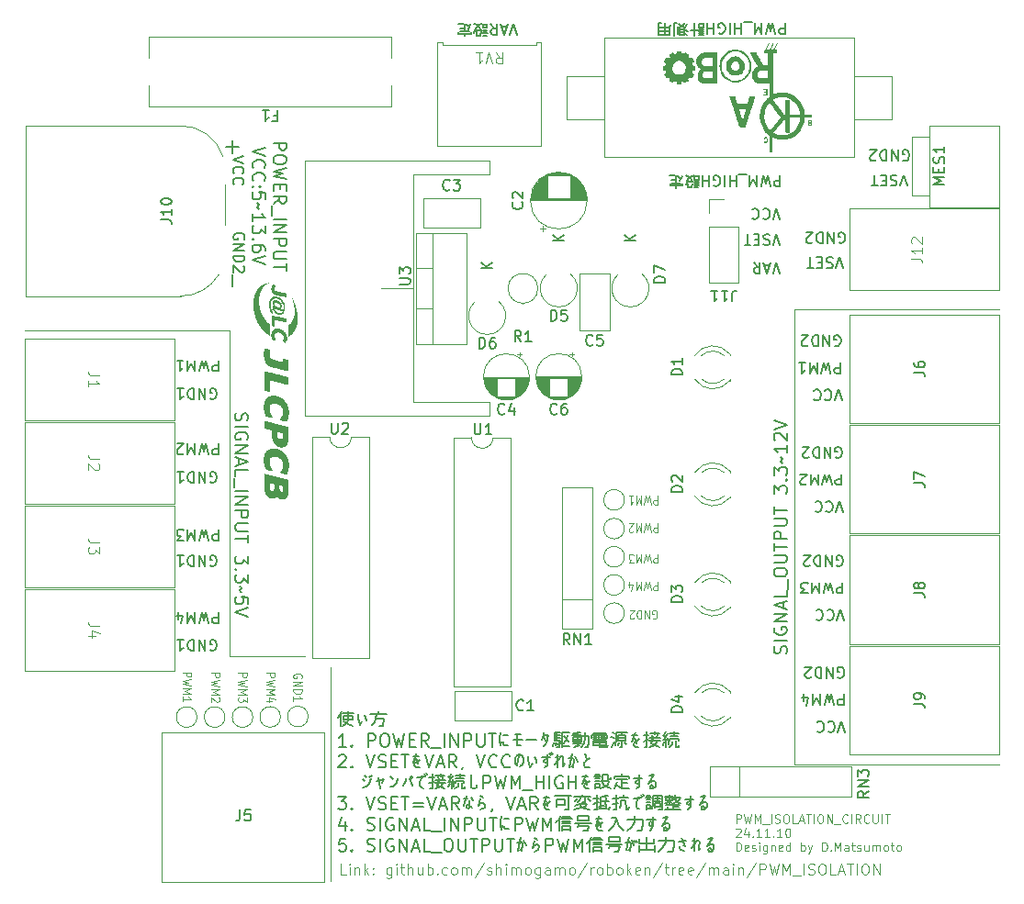
<source format=gbr>
%TF.GenerationSoftware,KiCad,Pcbnew,8.0.3*%
%TF.CreationDate,2024-11-10T15:02:54+09:00*%
%TF.ProjectId,PWM_isolation,50574d5f-6973-46f6-9c61-74696f6e2e6b,rev?*%
%TF.SameCoordinates,Original*%
%TF.FileFunction,Legend,Top*%
%TF.FilePolarity,Positive*%
%FSLAX46Y46*%
G04 Gerber Fmt 4.6, Leading zero omitted, Abs format (unit mm)*
G04 Created by KiCad (PCBNEW 8.0.3) date 2024-11-10 15:02:54*
%MOMM*%
%LPD*%
G01*
G04 APERTURE LIST*
%ADD10C,0.100000*%
%ADD11C,0.150000*%
%ADD12C,0.120000*%
%ADD13C,0.000000*%
G04 APERTURE END LIST*
D10*
X119000000Y-79000000D02*
X119000000Y-109000000D01*
X171000000Y-77000000D02*
X171000000Y-119000000D01*
X171000000Y-77000000D02*
X189900000Y-77000000D01*
X100100000Y-79000000D02*
X119000000Y-79000000D01*
X119000000Y-109000000D02*
X125900000Y-109000000D01*
X128250000Y-110025000D02*
X128250000Y-129775000D01*
X171000000Y-119000000D02*
X189900000Y-119000000D01*
D11*
X175563220Y-112530180D02*
X175563220Y-113530180D01*
X175563220Y-113530180D02*
X175182268Y-113530180D01*
X175182268Y-113530180D02*
X175087030Y-113482561D01*
X175087030Y-113482561D02*
X175039411Y-113434942D01*
X175039411Y-113434942D02*
X174991792Y-113339704D01*
X174991792Y-113339704D02*
X174991792Y-113196847D01*
X174991792Y-113196847D02*
X175039411Y-113101609D01*
X175039411Y-113101609D02*
X175087030Y-113053990D01*
X175087030Y-113053990D02*
X175182268Y-113006371D01*
X175182268Y-113006371D02*
X175563220Y-113006371D01*
X174658458Y-113530180D02*
X174420363Y-112530180D01*
X174420363Y-112530180D02*
X174229887Y-113244466D01*
X174229887Y-113244466D02*
X174039411Y-112530180D01*
X174039411Y-112530180D02*
X173801316Y-113530180D01*
X173420363Y-112530180D02*
X173420363Y-113530180D01*
X173420363Y-113530180D02*
X173087030Y-112815895D01*
X173087030Y-112815895D02*
X172753697Y-113530180D01*
X172753697Y-113530180D02*
X172753697Y-112530180D01*
X171848935Y-113196847D02*
X171848935Y-112530180D01*
X172087030Y-113577800D02*
X172325125Y-112863514D01*
X172325125Y-112863514D02*
X171706078Y-112863514D01*
X117913220Y-104980180D02*
X117913220Y-105980180D01*
X117913220Y-105980180D02*
X117532268Y-105980180D01*
X117532268Y-105980180D02*
X117437030Y-105932561D01*
X117437030Y-105932561D02*
X117389411Y-105884942D01*
X117389411Y-105884942D02*
X117341792Y-105789704D01*
X117341792Y-105789704D02*
X117341792Y-105646847D01*
X117341792Y-105646847D02*
X117389411Y-105551609D01*
X117389411Y-105551609D02*
X117437030Y-105503990D01*
X117437030Y-105503990D02*
X117532268Y-105456371D01*
X117532268Y-105456371D02*
X117913220Y-105456371D01*
X117008458Y-105980180D02*
X116770363Y-104980180D01*
X116770363Y-104980180D02*
X116579887Y-105694466D01*
X116579887Y-105694466D02*
X116389411Y-104980180D01*
X116389411Y-104980180D02*
X116151316Y-105980180D01*
X115770363Y-104980180D02*
X115770363Y-105980180D01*
X115770363Y-105980180D02*
X115437030Y-105265895D01*
X115437030Y-105265895D02*
X115103697Y-105980180D01*
X115103697Y-105980180D02*
X115103697Y-104980180D01*
X114198935Y-105646847D02*
X114198935Y-104980180D01*
X114437030Y-106027800D02*
X114675125Y-105313514D01*
X114675125Y-105313514D02*
X114056078Y-105313514D01*
X117189411Y-100682561D02*
X117284649Y-100730180D01*
X117284649Y-100730180D02*
X117427506Y-100730180D01*
X117427506Y-100730180D02*
X117570363Y-100682561D01*
X117570363Y-100682561D02*
X117665601Y-100587323D01*
X117665601Y-100587323D02*
X117713220Y-100492085D01*
X117713220Y-100492085D02*
X117760839Y-100301609D01*
X117760839Y-100301609D02*
X117760839Y-100158752D01*
X117760839Y-100158752D02*
X117713220Y-99968276D01*
X117713220Y-99968276D02*
X117665601Y-99873038D01*
X117665601Y-99873038D02*
X117570363Y-99777800D01*
X117570363Y-99777800D02*
X117427506Y-99730180D01*
X117427506Y-99730180D02*
X117332268Y-99730180D01*
X117332268Y-99730180D02*
X117189411Y-99777800D01*
X117189411Y-99777800D02*
X117141792Y-99825419D01*
X117141792Y-99825419D02*
X117141792Y-100158752D01*
X117141792Y-100158752D02*
X117332268Y-100158752D01*
X116713220Y-99730180D02*
X116713220Y-100730180D01*
X116713220Y-100730180D02*
X116141792Y-99730180D01*
X116141792Y-99730180D02*
X116141792Y-100730180D01*
X115665601Y-99730180D02*
X115665601Y-100730180D01*
X115665601Y-100730180D02*
X115427506Y-100730180D01*
X115427506Y-100730180D02*
X115284649Y-100682561D01*
X115284649Y-100682561D02*
X115189411Y-100587323D01*
X115189411Y-100587323D02*
X115141792Y-100492085D01*
X115141792Y-100492085D02*
X115094173Y-100301609D01*
X115094173Y-100301609D02*
X115094173Y-100158752D01*
X115094173Y-100158752D02*
X115141792Y-99968276D01*
X115141792Y-99968276D02*
X115189411Y-99873038D01*
X115189411Y-99873038D02*
X115284649Y-99777800D01*
X115284649Y-99777800D02*
X115427506Y-99730180D01*
X115427506Y-99730180D02*
X115665601Y-99730180D01*
X114141792Y-99730180D02*
X114713220Y-99730180D01*
X114427506Y-99730180D02*
X114427506Y-100730180D01*
X114427506Y-100730180D02*
X114522744Y-100587323D01*
X114522744Y-100587323D02*
X114617982Y-100492085D01*
X114617982Y-100492085D02*
X114713220Y-100444466D01*
X174839411Y-90682561D02*
X174934649Y-90730180D01*
X174934649Y-90730180D02*
X175077506Y-90730180D01*
X175077506Y-90730180D02*
X175220363Y-90682561D01*
X175220363Y-90682561D02*
X175315601Y-90587323D01*
X175315601Y-90587323D02*
X175363220Y-90492085D01*
X175363220Y-90492085D02*
X175410839Y-90301609D01*
X175410839Y-90301609D02*
X175410839Y-90158752D01*
X175410839Y-90158752D02*
X175363220Y-89968276D01*
X175363220Y-89968276D02*
X175315601Y-89873038D01*
X175315601Y-89873038D02*
X175220363Y-89777800D01*
X175220363Y-89777800D02*
X175077506Y-89730180D01*
X175077506Y-89730180D02*
X174982268Y-89730180D01*
X174982268Y-89730180D02*
X174839411Y-89777800D01*
X174839411Y-89777800D02*
X174791792Y-89825419D01*
X174791792Y-89825419D02*
X174791792Y-90158752D01*
X174791792Y-90158752D02*
X174982268Y-90158752D01*
X174363220Y-89730180D02*
X174363220Y-90730180D01*
X174363220Y-90730180D02*
X173791792Y-89730180D01*
X173791792Y-89730180D02*
X173791792Y-90730180D01*
X173315601Y-89730180D02*
X173315601Y-90730180D01*
X173315601Y-90730180D02*
X173077506Y-90730180D01*
X173077506Y-90730180D02*
X172934649Y-90682561D01*
X172934649Y-90682561D02*
X172839411Y-90587323D01*
X172839411Y-90587323D02*
X172791792Y-90492085D01*
X172791792Y-90492085D02*
X172744173Y-90301609D01*
X172744173Y-90301609D02*
X172744173Y-90158752D01*
X172744173Y-90158752D02*
X172791792Y-89968276D01*
X172791792Y-89968276D02*
X172839411Y-89873038D01*
X172839411Y-89873038D02*
X172934649Y-89777800D01*
X172934649Y-89777800D02*
X173077506Y-89730180D01*
X173077506Y-89730180D02*
X173315601Y-89730180D01*
X172363220Y-90634942D02*
X172315601Y-90682561D01*
X172315601Y-90682561D02*
X172220363Y-90730180D01*
X172220363Y-90730180D02*
X171982268Y-90730180D01*
X171982268Y-90730180D02*
X171887030Y-90682561D01*
X171887030Y-90682561D02*
X171839411Y-90634942D01*
X171839411Y-90634942D02*
X171791792Y-90539704D01*
X171791792Y-90539704D02*
X171791792Y-90444466D01*
X171791792Y-90444466D02*
X171839411Y-90301609D01*
X171839411Y-90301609D02*
X172410839Y-89730180D01*
X172410839Y-89730180D02*
X171791792Y-89730180D01*
X174939411Y-100682561D02*
X175034649Y-100730180D01*
X175034649Y-100730180D02*
X175177506Y-100730180D01*
X175177506Y-100730180D02*
X175320363Y-100682561D01*
X175320363Y-100682561D02*
X175415601Y-100587323D01*
X175415601Y-100587323D02*
X175463220Y-100492085D01*
X175463220Y-100492085D02*
X175510839Y-100301609D01*
X175510839Y-100301609D02*
X175510839Y-100158752D01*
X175510839Y-100158752D02*
X175463220Y-99968276D01*
X175463220Y-99968276D02*
X175415601Y-99873038D01*
X175415601Y-99873038D02*
X175320363Y-99777800D01*
X175320363Y-99777800D02*
X175177506Y-99730180D01*
X175177506Y-99730180D02*
X175082268Y-99730180D01*
X175082268Y-99730180D02*
X174939411Y-99777800D01*
X174939411Y-99777800D02*
X174891792Y-99825419D01*
X174891792Y-99825419D02*
X174891792Y-100158752D01*
X174891792Y-100158752D02*
X175082268Y-100158752D01*
X174463220Y-99730180D02*
X174463220Y-100730180D01*
X174463220Y-100730180D02*
X173891792Y-99730180D01*
X173891792Y-99730180D02*
X173891792Y-100730180D01*
X173415601Y-99730180D02*
X173415601Y-100730180D01*
X173415601Y-100730180D02*
X173177506Y-100730180D01*
X173177506Y-100730180D02*
X173034649Y-100682561D01*
X173034649Y-100682561D02*
X172939411Y-100587323D01*
X172939411Y-100587323D02*
X172891792Y-100492085D01*
X172891792Y-100492085D02*
X172844173Y-100301609D01*
X172844173Y-100301609D02*
X172844173Y-100158752D01*
X172844173Y-100158752D02*
X172891792Y-99968276D01*
X172891792Y-99968276D02*
X172939411Y-99873038D01*
X172939411Y-99873038D02*
X173034649Y-99777800D01*
X173034649Y-99777800D02*
X173177506Y-99730180D01*
X173177506Y-99730180D02*
X173415601Y-99730180D01*
X172463220Y-100634942D02*
X172415601Y-100682561D01*
X172415601Y-100682561D02*
X172320363Y-100730180D01*
X172320363Y-100730180D02*
X172082268Y-100730180D01*
X172082268Y-100730180D02*
X171987030Y-100682561D01*
X171987030Y-100682561D02*
X171939411Y-100634942D01*
X171939411Y-100634942D02*
X171891792Y-100539704D01*
X171891792Y-100539704D02*
X171891792Y-100444466D01*
X171891792Y-100444466D02*
X171939411Y-100301609D01*
X171939411Y-100301609D02*
X172510839Y-99730180D01*
X172510839Y-99730180D02*
X171891792Y-99730180D01*
D10*
X158416666Y-102175104D02*
X158416666Y-102975104D01*
X158416666Y-102975104D02*
X158149999Y-102975104D01*
X158149999Y-102975104D02*
X158083333Y-102937009D01*
X158083333Y-102937009D02*
X158049999Y-102898914D01*
X158049999Y-102898914D02*
X158016666Y-102822723D01*
X158016666Y-102822723D02*
X158016666Y-102708438D01*
X158016666Y-102708438D02*
X158049999Y-102632247D01*
X158049999Y-102632247D02*
X158083333Y-102594152D01*
X158083333Y-102594152D02*
X158149999Y-102556057D01*
X158149999Y-102556057D02*
X158416666Y-102556057D01*
X157783333Y-102975104D02*
X157616666Y-102175104D01*
X157616666Y-102175104D02*
X157483333Y-102746533D01*
X157483333Y-102746533D02*
X157349999Y-102175104D01*
X157349999Y-102175104D02*
X157183333Y-102975104D01*
X156916666Y-102175104D02*
X156916666Y-102975104D01*
X156916666Y-102975104D02*
X156683333Y-102403676D01*
X156683333Y-102403676D02*
X156449999Y-102975104D01*
X156449999Y-102975104D02*
X156449999Y-102175104D01*
X155816666Y-102708438D02*
X155816666Y-102175104D01*
X155983333Y-103013200D02*
X156149999Y-102441771D01*
X156149999Y-102441771D02*
X155716666Y-102441771D01*
D11*
X117189411Y-92982561D02*
X117284649Y-93030180D01*
X117284649Y-93030180D02*
X117427506Y-93030180D01*
X117427506Y-93030180D02*
X117570363Y-92982561D01*
X117570363Y-92982561D02*
X117665601Y-92887323D01*
X117665601Y-92887323D02*
X117713220Y-92792085D01*
X117713220Y-92792085D02*
X117760839Y-92601609D01*
X117760839Y-92601609D02*
X117760839Y-92458752D01*
X117760839Y-92458752D02*
X117713220Y-92268276D01*
X117713220Y-92268276D02*
X117665601Y-92173038D01*
X117665601Y-92173038D02*
X117570363Y-92077800D01*
X117570363Y-92077800D02*
X117427506Y-92030180D01*
X117427506Y-92030180D02*
X117332268Y-92030180D01*
X117332268Y-92030180D02*
X117189411Y-92077800D01*
X117189411Y-92077800D02*
X117141792Y-92125419D01*
X117141792Y-92125419D02*
X117141792Y-92458752D01*
X117141792Y-92458752D02*
X117332268Y-92458752D01*
X116713220Y-92030180D02*
X116713220Y-93030180D01*
X116713220Y-93030180D02*
X116141792Y-92030180D01*
X116141792Y-92030180D02*
X116141792Y-93030180D01*
X115665601Y-92030180D02*
X115665601Y-93030180D01*
X115665601Y-93030180D02*
X115427506Y-93030180D01*
X115427506Y-93030180D02*
X115284649Y-92982561D01*
X115284649Y-92982561D02*
X115189411Y-92887323D01*
X115189411Y-92887323D02*
X115141792Y-92792085D01*
X115141792Y-92792085D02*
X115094173Y-92601609D01*
X115094173Y-92601609D02*
X115094173Y-92458752D01*
X115094173Y-92458752D02*
X115141792Y-92268276D01*
X115141792Y-92268276D02*
X115189411Y-92173038D01*
X115189411Y-92173038D02*
X115284649Y-92077800D01*
X115284649Y-92077800D02*
X115427506Y-92030180D01*
X115427506Y-92030180D02*
X115665601Y-92030180D01*
X114141792Y-92030180D02*
X114713220Y-92030180D01*
X114427506Y-92030180D02*
X114427506Y-93030180D01*
X114427506Y-93030180D02*
X114522744Y-92887323D01*
X114522744Y-92887323D02*
X114617982Y-92792085D01*
X114617982Y-92792085D02*
X114713220Y-92744466D01*
X119511800Y-86627255D02*
X119454657Y-86798684D01*
X119454657Y-86798684D02*
X119454657Y-87084398D01*
X119454657Y-87084398D02*
X119511800Y-87198684D01*
X119511800Y-87198684D02*
X119568942Y-87255826D01*
X119568942Y-87255826D02*
X119683228Y-87312969D01*
X119683228Y-87312969D02*
X119797514Y-87312969D01*
X119797514Y-87312969D02*
X119911800Y-87255826D01*
X119911800Y-87255826D02*
X119968942Y-87198684D01*
X119968942Y-87198684D02*
X120026085Y-87084398D01*
X120026085Y-87084398D02*
X120083228Y-86855826D01*
X120083228Y-86855826D02*
X120140371Y-86741541D01*
X120140371Y-86741541D02*
X120197514Y-86684398D01*
X120197514Y-86684398D02*
X120311800Y-86627255D01*
X120311800Y-86627255D02*
X120426085Y-86627255D01*
X120426085Y-86627255D02*
X120540371Y-86684398D01*
X120540371Y-86684398D02*
X120597514Y-86741541D01*
X120597514Y-86741541D02*
X120654657Y-86855826D01*
X120654657Y-86855826D02*
X120654657Y-87141541D01*
X120654657Y-87141541D02*
X120597514Y-87312969D01*
X119454657Y-87827255D02*
X120654657Y-87827255D01*
X120597514Y-89027255D02*
X120654657Y-88912970D01*
X120654657Y-88912970D02*
X120654657Y-88741541D01*
X120654657Y-88741541D02*
X120597514Y-88570112D01*
X120597514Y-88570112D02*
X120483228Y-88455827D01*
X120483228Y-88455827D02*
X120368942Y-88398684D01*
X120368942Y-88398684D02*
X120140371Y-88341541D01*
X120140371Y-88341541D02*
X119968942Y-88341541D01*
X119968942Y-88341541D02*
X119740371Y-88398684D01*
X119740371Y-88398684D02*
X119626085Y-88455827D01*
X119626085Y-88455827D02*
X119511800Y-88570112D01*
X119511800Y-88570112D02*
X119454657Y-88741541D01*
X119454657Y-88741541D02*
X119454657Y-88855827D01*
X119454657Y-88855827D02*
X119511800Y-89027255D01*
X119511800Y-89027255D02*
X119568942Y-89084398D01*
X119568942Y-89084398D02*
X119968942Y-89084398D01*
X119968942Y-89084398D02*
X119968942Y-88855827D01*
X119454657Y-89598684D02*
X120654657Y-89598684D01*
X120654657Y-89598684D02*
X119454657Y-90284398D01*
X119454657Y-90284398D02*
X120654657Y-90284398D01*
X119797514Y-90798684D02*
X119797514Y-91370113D01*
X119454657Y-90684398D02*
X120654657Y-91084398D01*
X120654657Y-91084398D02*
X119454657Y-91484398D01*
X119454657Y-92455826D02*
X119454657Y-91884398D01*
X119454657Y-91884398D02*
X120654657Y-91884398D01*
X119340371Y-92570113D02*
X119340371Y-93484398D01*
X119454657Y-93770113D02*
X120654657Y-93770113D01*
X119454657Y-94341542D02*
X120654657Y-94341542D01*
X120654657Y-94341542D02*
X119454657Y-95027256D01*
X119454657Y-95027256D02*
X120654657Y-95027256D01*
X119454657Y-95598685D02*
X120654657Y-95598685D01*
X120654657Y-95598685D02*
X120654657Y-96055828D01*
X120654657Y-96055828D02*
X120597514Y-96170113D01*
X120597514Y-96170113D02*
X120540371Y-96227256D01*
X120540371Y-96227256D02*
X120426085Y-96284399D01*
X120426085Y-96284399D02*
X120254657Y-96284399D01*
X120254657Y-96284399D02*
X120140371Y-96227256D01*
X120140371Y-96227256D02*
X120083228Y-96170113D01*
X120083228Y-96170113D02*
X120026085Y-96055828D01*
X120026085Y-96055828D02*
X120026085Y-95598685D01*
X120654657Y-96798685D02*
X119683228Y-96798685D01*
X119683228Y-96798685D02*
X119568942Y-96855828D01*
X119568942Y-96855828D02*
X119511800Y-96912971D01*
X119511800Y-96912971D02*
X119454657Y-97027256D01*
X119454657Y-97027256D02*
X119454657Y-97255828D01*
X119454657Y-97255828D02*
X119511800Y-97370113D01*
X119511800Y-97370113D02*
X119568942Y-97427256D01*
X119568942Y-97427256D02*
X119683228Y-97484399D01*
X119683228Y-97484399D02*
X120654657Y-97484399D01*
X120654657Y-97884399D02*
X120654657Y-98570114D01*
X119454657Y-98227256D02*
X120654657Y-98227256D01*
X120654657Y-99770114D02*
X120654657Y-100512971D01*
X120654657Y-100512971D02*
X120197514Y-100112971D01*
X120197514Y-100112971D02*
X120197514Y-100284400D01*
X120197514Y-100284400D02*
X120140371Y-100398686D01*
X120140371Y-100398686D02*
X120083228Y-100455828D01*
X120083228Y-100455828D02*
X119968942Y-100512971D01*
X119968942Y-100512971D02*
X119683228Y-100512971D01*
X119683228Y-100512971D02*
X119568942Y-100455828D01*
X119568942Y-100455828D02*
X119511800Y-100398686D01*
X119511800Y-100398686D02*
X119454657Y-100284400D01*
X119454657Y-100284400D02*
X119454657Y-99941543D01*
X119454657Y-99941543D02*
X119511800Y-99827257D01*
X119511800Y-99827257D02*
X119568942Y-99770114D01*
X119568942Y-101027257D02*
X119511800Y-101084400D01*
X119511800Y-101084400D02*
X119454657Y-101027257D01*
X119454657Y-101027257D02*
X119511800Y-100970114D01*
X119511800Y-100970114D02*
X119568942Y-101027257D01*
X119568942Y-101027257D02*
X119454657Y-101027257D01*
X120654657Y-101484400D02*
X120654657Y-102227257D01*
X120654657Y-102227257D02*
X120197514Y-101827257D01*
X120197514Y-101827257D02*
X120197514Y-101998686D01*
X120197514Y-101998686D02*
X120140371Y-102112972D01*
X120140371Y-102112972D02*
X120083228Y-102170114D01*
X120083228Y-102170114D02*
X119968942Y-102227257D01*
X119968942Y-102227257D02*
X119683228Y-102227257D01*
X119683228Y-102227257D02*
X119568942Y-102170114D01*
X119568942Y-102170114D02*
X119511800Y-102112972D01*
X119511800Y-102112972D02*
X119454657Y-101998686D01*
X119454657Y-101998686D02*
X119454657Y-101655829D01*
X119454657Y-101655829D02*
X119511800Y-101541543D01*
X119511800Y-101541543D02*
X119568942Y-101484400D01*
X119911800Y-102570114D02*
X119968942Y-102627257D01*
X119968942Y-102627257D02*
X120026085Y-102741543D01*
X120026085Y-102741543D02*
X119911800Y-102970114D01*
X119911800Y-102970114D02*
X119968942Y-103084400D01*
X119968942Y-103084400D02*
X120026085Y-103141543D01*
X120654657Y-104170114D02*
X120654657Y-103598686D01*
X120654657Y-103598686D02*
X120083228Y-103541543D01*
X120083228Y-103541543D02*
X120140371Y-103598686D01*
X120140371Y-103598686D02*
X120197514Y-103712972D01*
X120197514Y-103712972D02*
X120197514Y-103998686D01*
X120197514Y-103998686D02*
X120140371Y-104112972D01*
X120140371Y-104112972D02*
X120083228Y-104170114D01*
X120083228Y-104170114D02*
X119968942Y-104227257D01*
X119968942Y-104227257D02*
X119683228Y-104227257D01*
X119683228Y-104227257D02*
X119568942Y-104170114D01*
X119568942Y-104170114D02*
X119511800Y-104112972D01*
X119511800Y-104112972D02*
X119454657Y-103998686D01*
X119454657Y-103998686D02*
X119454657Y-103712972D01*
X119454657Y-103712972D02*
X119511800Y-103598686D01*
X119511800Y-103598686D02*
X119568942Y-103541543D01*
X120654657Y-104570114D02*
X119454657Y-104970114D01*
X119454657Y-104970114D02*
X120654657Y-105370114D01*
X175363220Y-92230180D02*
X175363220Y-93230180D01*
X175363220Y-93230180D02*
X174982268Y-93230180D01*
X174982268Y-93230180D02*
X174887030Y-93182561D01*
X174887030Y-93182561D02*
X174839411Y-93134942D01*
X174839411Y-93134942D02*
X174791792Y-93039704D01*
X174791792Y-93039704D02*
X174791792Y-92896847D01*
X174791792Y-92896847D02*
X174839411Y-92801609D01*
X174839411Y-92801609D02*
X174887030Y-92753990D01*
X174887030Y-92753990D02*
X174982268Y-92706371D01*
X174982268Y-92706371D02*
X175363220Y-92706371D01*
X174458458Y-93230180D02*
X174220363Y-92230180D01*
X174220363Y-92230180D02*
X174029887Y-92944466D01*
X174029887Y-92944466D02*
X173839411Y-92230180D01*
X173839411Y-92230180D02*
X173601316Y-93230180D01*
X173220363Y-92230180D02*
X173220363Y-93230180D01*
X173220363Y-93230180D02*
X172887030Y-92515895D01*
X172887030Y-92515895D02*
X172553697Y-93230180D01*
X172553697Y-93230180D02*
X172553697Y-92230180D01*
X172125125Y-93134942D02*
X172077506Y-93182561D01*
X172077506Y-93182561D02*
X171982268Y-93230180D01*
X171982268Y-93230180D02*
X171744173Y-93230180D01*
X171744173Y-93230180D02*
X171648935Y-93182561D01*
X171648935Y-93182561D02*
X171601316Y-93134942D01*
X171601316Y-93134942D02*
X171553697Y-93039704D01*
X171553697Y-93039704D02*
X171553697Y-92944466D01*
X171553697Y-92944466D02*
X171601316Y-92801609D01*
X171601316Y-92801609D02*
X172172744Y-92230180D01*
X172172744Y-92230180D02*
X171553697Y-92230180D01*
X117913220Y-89430180D02*
X117913220Y-90430180D01*
X117913220Y-90430180D02*
X117532268Y-90430180D01*
X117532268Y-90430180D02*
X117437030Y-90382561D01*
X117437030Y-90382561D02*
X117389411Y-90334942D01*
X117389411Y-90334942D02*
X117341792Y-90239704D01*
X117341792Y-90239704D02*
X117341792Y-90096847D01*
X117341792Y-90096847D02*
X117389411Y-90001609D01*
X117389411Y-90001609D02*
X117437030Y-89953990D01*
X117437030Y-89953990D02*
X117532268Y-89906371D01*
X117532268Y-89906371D02*
X117913220Y-89906371D01*
X117008458Y-90430180D02*
X116770363Y-89430180D01*
X116770363Y-89430180D02*
X116579887Y-90144466D01*
X116579887Y-90144466D02*
X116389411Y-89430180D01*
X116389411Y-89430180D02*
X116151316Y-90430180D01*
X115770363Y-89430180D02*
X115770363Y-90430180D01*
X115770363Y-90430180D02*
X115437030Y-89715895D01*
X115437030Y-89715895D02*
X115103697Y-90430180D01*
X115103697Y-90430180D02*
X115103697Y-89430180D01*
X114675125Y-90334942D02*
X114627506Y-90382561D01*
X114627506Y-90382561D02*
X114532268Y-90430180D01*
X114532268Y-90430180D02*
X114294173Y-90430180D01*
X114294173Y-90430180D02*
X114198935Y-90382561D01*
X114198935Y-90382561D02*
X114151316Y-90334942D01*
X114151316Y-90334942D02*
X114103697Y-90239704D01*
X114103697Y-90239704D02*
X114103697Y-90144466D01*
X114103697Y-90144466D02*
X114151316Y-90001609D01*
X114151316Y-90001609D02*
X114722744Y-89430180D01*
X114722744Y-89430180D02*
X114103697Y-89430180D01*
X174739411Y-80382561D02*
X174834649Y-80430180D01*
X174834649Y-80430180D02*
X174977506Y-80430180D01*
X174977506Y-80430180D02*
X175120363Y-80382561D01*
X175120363Y-80382561D02*
X175215601Y-80287323D01*
X175215601Y-80287323D02*
X175263220Y-80192085D01*
X175263220Y-80192085D02*
X175310839Y-80001609D01*
X175310839Y-80001609D02*
X175310839Y-79858752D01*
X175310839Y-79858752D02*
X175263220Y-79668276D01*
X175263220Y-79668276D02*
X175215601Y-79573038D01*
X175215601Y-79573038D02*
X175120363Y-79477800D01*
X175120363Y-79477800D02*
X174977506Y-79430180D01*
X174977506Y-79430180D02*
X174882268Y-79430180D01*
X174882268Y-79430180D02*
X174739411Y-79477800D01*
X174739411Y-79477800D02*
X174691792Y-79525419D01*
X174691792Y-79525419D02*
X174691792Y-79858752D01*
X174691792Y-79858752D02*
X174882268Y-79858752D01*
X174263220Y-79430180D02*
X174263220Y-80430180D01*
X174263220Y-80430180D02*
X173691792Y-79430180D01*
X173691792Y-79430180D02*
X173691792Y-80430180D01*
X173215601Y-79430180D02*
X173215601Y-80430180D01*
X173215601Y-80430180D02*
X172977506Y-80430180D01*
X172977506Y-80430180D02*
X172834649Y-80382561D01*
X172834649Y-80382561D02*
X172739411Y-80287323D01*
X172739411Y-80287323D02*
X172691792Y-80192085D01*
X172691792Y-80192085D02*
X172644173Y-80001609D01*
X172644173Y-80001609D02*
X172644173Y-79858752D01*
X172644173Y-79858752D02*
X172691792Y-79668276D01*
X172691792Y-79668276D02*
X172739411Y-79573038D01*
X172739411Y-79573038D02*
X172834649Y-79477800D01*
X172834649Y-79477800D02*
X172977506Y-79430180D01*
X172977506Y-79430180D02*
X173215601Y-79430180D01*
X172263220Y-80334942D02*
X172215601Y-80382561D01*
X172215601Y-80382561D02*
X172120363Y-80430180D01*
X172120363Y-80430180D02*
X171882268Y-80430180D01*
X171882268Y-80430180D02*
X171787030Y-80382561D01*
X171787030Y-80382561D02*
X171739411Y-80334942D01*
X171739411Y-80334942D02*
X171691792Y-80239704D01*
X171691792Y-80239704D02*
X171691792Y-80144466D01*
X171691792Y-80144466D02*
X171739411Y-80001609D01*
X171739411Y-80001609D02*
X172310839Y-79430180D01*
X172310839Y-79430180D02*
X171691792Y-79430180D01*
X169706077Y-71090180D02*
X169372744Y-70090180D01*
X169372744Y-70090180D02*
X169039411Y-71090180D01*
X168753696Y-70137800D02*
X168610839Y-70090180D01*
X168610839Y-70090180D02*
X168372744Y-70090180D01*
X168372744Y-70090180D02*
X168277506Y-70137800D01*
X168277506Y-70137800D02*
X168229887Y-70185419D01*
X168229887Y-70185419D02*
X168182268Y-70280657D01*
X168182268Y-70280657D02*
X168182268Y-70375895D01*
X168182268Y-70375895D02*
X168229887Y-70471133D01*
X168229887Y-70471133D02*
X168277506Y-70518752D01*
X168277506Y-70518752D02*
X168372744Y-70566371D01*
X168372744Y-70566371D02*
X168563220Y-70613990D01*
X168563220Y-70613990D02*
X168658458Y-70661609D01*
X168658458Y-70661609D02*
X168706077Y-70709228D01*
X168706077Y-70709228D02*
X168753696Y-70804466D01*
X168753696Y-70804466D02*
X168753696Y-70899704D01*
X168753696Y-70899704D02*
X168706077Y-70994942D01*
X168706077Y-70994942D02*
X168658458Y-71042561D01*
X168658458Y-71042561D02*
X168563220Y-71090180D01*
X168563220Y-71090180D02*
X168325125Y-71090180D01*
X168325125Y-71090180D02*
X168182268Y-71042561D01*
X167753696Y-70613990D02*
X167420363Y-70613990D01*
X167277506Y-70090180D02*
X167753696Y-70090180D01*
X167753696Y-70090180D02*
X167753696Y-71090180D01*
X167753696Y-71090180D02*
X167277506Y-71090180D01*
X166991791Y-71090180D02*
X166420363Y-71090180D01*
X166706077Y-70090180D02*
X166706077Y-71090180D01*
X175606077Y-105730180D02*
X175272744Y-104730180D01*
X175272744Y-104730180D02*
X174939411Y-105730180D01*
X174034649Y-104825419D02*
X174082268Y-104777800D01*
X174082268Y-104777800D02*
X174225125Y-104730180D01*
X174225125Y-104730180D02*
X174320363Y-104730180D01*
X174320363Y-104730180D02*
X174463220Y-104777800D01*
X174463220Y-104777800D02*
X174558458Y-104873038D01*
X174558458Y-104873038D02*
X174606077Y-104968276D01*
X174606077Y-104968276D02*
X174653696Y-105158752D01*
X174653696Y-105158752D02*
X174653696Y-105301609D01*
X174653696Y-105301609D02*
X174606077Y-105492085D01*
X174606077Y-105492085D02*
X174558458Y-105587323D01*
X174558458Y-105587323D02*
X174463220Y-105682561D01*
X174463220Y-105682561D02*
X174320363Y-105730180D01*
X174320363Y-105730180D02*
X174225125Y-105730180D01*
X174225125Y-105730180D02*
X174082268Y-105682561D01*
X174082268Y-105682561D02*
X174034649Y-105634942D01*
X173034649Y-104825419D02*
X173082268Y-104777800D01*
X173082268Y-104777800D02*
X173225125Y-104730180D01*
X173225125Y-104730180D02*
X173320363Y-104730180D01*
X173320363Y-104730180D02*
X173463220Y-104777800D01*
X173463220Y-104777800D02*
X173558458Y-104873038D01*
X173558458Y-104873038D02*
X173606077Y-104968276D01*
X173606077Y-104968276D02*
X173653696Y-105158752D01*
X173653696Y-105158752D02*
X173653696Y-105301609D01*
X173653696Y-105301609D02*
X173606077Y-105492085D01*
X173606077Y-105492085D02*
X173558458Y-105587323D01*
X173558458Y-105587323D02*
X173463220Y-105682561D01*
X173463220Y-105682561D02*
X173320363Y-105730180D01*
X173320363Y-105730180D02*
X173225125Y-105730180D01*
X173225125Y-105730180D02*
X173082268Y-105682561D01*
X173082268Y-105682561D02*
X173034649Y-105634942D01*
X181039411Y-63282561D02*
X181134649Y-63330180D01*
X181134649Y-63330180D02*
X181277506Y-63330180D01*
X181277506Y-63330180D02*
X181420363Y-63282561D01*
X181420363Y-63282561D02*
X181515601Y-63187323D01*
X181515601Y-63187323D02*
X181563220Y-63092085D01*
X181563220Y-63092085D02*
X181610839Y-62901609D01*
X181610839Y-62901609D02*
X181610839Y-62758752D01*
X181610839Y-62758752D02*
X181563220Y-62568276D01*
X181563220Y-62568276D02*
X181515601Y-62473038D01*
X181515601Y-62473038D02*
X181420363Y-62377800D01*
X181420363Y-62377800D02*
X181277506Y-62330180D01*
X181277506Y-62330180D02*
X181182268Y-62330180D01*
X181182268Y-62330180D02*
X181039411Y-62377800D01*
X181039411Y-62377800D02*
X180991792Y-62425419D01*
X180991792Y-62425419D02*
X180991792Y-62758752D01*
X180991792Y-62758752D02*
X181182268Y-62758752D01*
X180563220Y-62330180D02*
X180563220Y-63330180D01*
X180563220Y-63330180D02*
X179991792Y-62330180D01*
X179991792Y-62330180D02*
X179991792Y-63330180D01*
X179515601Y-62330180D02*
X179515601Y-63330180D01*
X179515601Y-63330180D02*
X179277506Y-63330180D01*
X179277506Y-63330180D02*
X179134649Y-63282561D01*
X179134649Y-63282561D02*
X179039411Y-63187323D01*
X179039411Y-63187323D02*
X178991792Y-63092085D01*
X178991792Y-63092085D02*
X178944173Y-62901609D01*
X178944173Y-62901609D02*
X178944173Y-62758752D01*
X178944173Y-62758752D02*
X178991792Y-62568276D01*
X178991792Y-62568276D02*
X179039411Y-62473038D01*
X179039411Y-62473038D02*
X179134649Y-62377800D01*
X179134649Y-62377800D02*
X179277506Y-62330180D01*
X179277506Y-62330180D02*
X179515601Y-62330180D01*
X178563220Y-63234942D02*
X178515601Y-63282561D01*
X178515601Y-63282561D02*
X178420363Y-63330180D01*
X178420363Y-63330180D02*
X178182268Y-63330180D01*
X178182268Y-63330180D02*
X178087030Y-63282561D01*
X178087030Y-63282561D02*
X178039411Y-63234942D01*
X178039411Y-63234942D02*
X177991792Y-63139704D01*
X177991792Y-63139704D02*
X177991792Y-63044466D01*
X177991792Y-63044466D02*
X178039411Y-62901609D01*
X178039411Y-62901609D02*
X178610839Y-62330180D01*
X178610839Y-62330180D02*
X177991792Y-62330180D01*
X169706077Y-68715180D02*
X169372744Y-67715180D01*
X169372744Y-67715180D02*
X169039411Y-68715180D01*
X168134649Y-67810419D02*
X168182268Y-67762800D01*
X168182268Y-67762800D02*
X168325125Y-67715180D01*
X168325125Y-67715180D02*
X168420363Y-67715180D01*
X168420363Y-67715180D02*
X168563220Y-67762800D01*
X168563220Y-67762800D02*
X168658458Y-67858038D01*
X168658458Y-67858038D02*
X168706077Y-67953276D01*
X168706077Y-67953276D02*
X168753696Y-68143752D01*
X168753696Y-68143752D02*
X168753696Y-68286609D01*
X168753696Y-68286609D02*
X168706077Y-68477085D01*
X168706077Y-68477085D02*
X168658458Y-68572323D01*
X168658458Y-68572323D02*
X168563220Y-68667561D01*
X168563220Y-68667561D02*
X168420363Y-68715180D01*
X168420363Y-68715180D02*
X168325125Y-68715180D01*
X168325125Y-68715180D02*
X168182268Y-68667561D01*
X168182268Y-68667561D02*
X168134649Y-68619942D01*
X167134649Y-67810419D02*
X167182268Y-67762800D01*
X167182268Y-67762800D02*
X167325125Y-67715180D01*
X167325125Y-67715180D02*
X167420363Y-67715180D01*
X167420363Y-67715180D02*
X167563220Y-67762800D01*
X167563220Y-67762800D02*
X167658458Y-67858038D01*
X167658458Y-67858038D02*
X167706077Y-67953276D01*
X167706077Y-67953276D02*
X167753696Y-68143752D01*
X167753696Y-68143752D02*
X167753696Y-68286609D01*
X167753696Y-68286609D02*
X167706077Y-68477085D01*
X167706077Y-68477085D02*
X167658458Y-68572323D01*
X167658458Y-68572323D02*
X167563220Y-68667561D01*
X167563220Y-68667561D02*
X167420363Y-68715180D01*
X167420363Y-68715180D02*
X167325125Y-68715180D01*
X167325125Y-68715180D02*
X167182268Y-68667561D01*
X167182268Y-68667561D02*
X167134649Y-68619942D01*
X175263220Y-81930180D02*
X175263220Y-82930180D01*
X175263220Y-82930180D02*
X174882268Y-82930180D01*
X174882268Y-82930180D02*
X174787030Y-82882561D01*
X174787030Y-82882561D02*
X174739411Y-82834942D01*
X174739411Y-82834942D02*
X174691792Y-82739704D01*
X174691792Y-82739704D02*
X174691792Y-82596847D01*
X174691792Y-82596847D02*
X174739411Y-82501609D01*
X174739411Y-82501609D02*
X174787030Y-82453990D01*
X174787030Y-82453990D02*
X174882268Y-82406371D01*
X174882268Y-82406371D02*
X175263220Y-82406371D01*
X174358458Y-82930180D02*
X174120363Y-81930180D01*
X174120363Y-81930180D02*
X173929887Y-82644466D01*
X173929887Y-82644466D02*
X173739411Y-81930180D01*
X173739411Y-81930180D02*
X173501316Y-82930180D01*
X173120363Y-81930180D02*
X173120363Y-82930180D01*
X173120363Y-82930180D02*
X172787030Y-82215895D01*
X172787030Y-82215895D02*
X172453697Y-82930180D01*
X172453697Y-82930180D02*
X172453697Y-81930180D01*
X171453697Y-81930180D02*
X172025125Y-81930180D01*
X171739411Y-81930180D02*
X171739411Y-82930180D01*
X171739411Y-82930180D02*
X171834649Y-82787323D01*
X171834649Y-82787323D02*
X171929887Y-82692085D01*
X171929887Y-82692085D02*
X172025125Y-82644466D01*
X175406077Y-85430180D02*
X175072744Y-84430180D01*
X175072744Y-84430180D02*
X174739411Y-85430180D01*
X173834649Y-84525419D02*
X173882268Y-84477800D01*
X173882268Y-84477800D02*
X174025125Y-84430180D01*
X174025125Y-84430180D02*
X174120363Y-84430180D01*
X174120363Y-84430180D02*
X174263220Y-84477800D01*
X174263220Y-84477800D02*
X174358458Y-84573038D01*
X174358458Y-84573038D02*
X174406077Y-84668276D01*
X174406077Y-84668276D02*
X174453696Y-84858752D01*
X174453696Y-84858752D02*
X174453696Y-85001609D01*
X174453696Y-85001609D02*
X174406077Y-85192085D01*
X174406077Y-85192085D02*
X174358458Y-85287323D01*
X174358458Y-85287323D02*
X174263220Y-85382561D01*
X174263220Y-85382561D02*
X174120363Y-85430180D01*
X174120363Y-85430180D02*
X174025125Y-85430180D01*
X174025125Y-85430180D02*
X173882268Y-85382561D01*
X173882268Y-85382561D02*
X173834649Y-85334942D01*
X172834649Y-84525419D02*
X172882268Y-84477800D01*
X172882268Y-84477800D02*
X173025125Y-84430180D01*
X173025125Y-84430180D02*
X173120363Y-84430180D01*
X173120363Y-84430180D02*
X173263220Y-84477800D01*
X173263220Y-84477800D02*
X173358458Y-84573038D01*
X173358458Y-84573038D02*
X173406077Y-84668276D01*
X173406077Y-84668276D02*
X173453696Y-84858752D01*
X173453696Y-84858752D02*
X173453696Y-85001609D01*
X173453696Y-85001609D02*
X173406077Y-85192085D01*
X173406077Y-85192085D02*
X173358458Y-85287323D01*
X173358458Y-85287323D02*
X173263220Y-85382561D01*
X173263220Y-85382561D02*
X173120363Y-85430180D01*
X173120363Y-85430180D02*
X173025125Y-85430180D01*
X173025125Y-85430180D02*
X172882268Y-85382561D01*
X172882268Y-85382561D02*
X172834649Y-85334942D01*
X129370112Y-114310887D02*
X130398684Y-114310887D01*
X129427255Y-114882316D02*
X130341541Y-114882316D01*
X129198684Y-114368030D02*
X129198684Y-115453744D01*
X129427255Y-114539459D02*
X129427255Y-114882316D01*
X129427255Y-114539459D02*
X130341541Y-114539459D01*
X130341541Y-114539459D02*
X130341541Y-114882316D01*
X129312969Y-114139459D02*
X129141541Y-114482316D01*
X129141541Y-114482316D02*
X128912969Y-114710887D01*
X129884398Y-114139459D02*
X129884398Y-114939459D01*
X129884398Y-114939459D02*
X129770112Y-115168030D01*
X129770112Y-115168030D02*
X129655826Y-115339459D01*
X129655826Y-115339459D02*
X129370112Y-115453744D01*
X129484398Y-115053744D02*
X129884398Y-115339459D01*
X129884398Y-115339459D02*
X130341541Y-115453744D01*
X131370113Y-114482316D02*
X131484398Y-114710887D01*
X131484398Y-114710887D02*
X131541541Y-114996602D01*
X130798684Y-114368030D02*
X130798684Y-114768030D01*
X130798684Y-114768030D02*
X130855827Y-115053744D01*
X130855827Y-115053744D02*
X130970113Y-115396602D01*
X130970113Y-115396602D02*
X131141541Y-115053744D01*
X131941541Y-114368030D02*
X133427256Y-114368030D01*
X132455827Y-114768030D02*
X133198684Y-114768030D01*
X132741541Y-115453744D02*
X133084398Y-115453744D01*
X132684398Y-114082316D02*
X132684398Y-114368030D01*
X133198684Y-114768030D02*
X133084398Y-115453744D01*
X132512970Y-114368030D02*
X132455827Y-114825173D01*
X132455827Y-114825173D02*
X132341541Y-115168030D01*
X132341541Y-115168030D02*
X132055827Y-115396602D01*
X129712969Y-117385677D02*
X129027255Y-117385677D01*
X129370112Y-117385677D02*
X129370112Y-116185677D01*
X129370112Y-116185677D02*
X129255826Y-116357106D01*
X129255826Y-116357106D02*
X129141541Y-116471392D01*
X129141541Y-116471392D02*
X129027255Y-116528535D01*
X130227255Y-117271392D02*
X130284398Y-117328535D01*
X130284398Y-117328535D02*
X130227255Y-117385677D01*
X130227255Y-117385677D02*
X130170112Y-117328535D01*
X130170112Y-117328535D02*
X130227255Y-117271392D01*
X130227255Y-117271392D02*
X130227255Y-117385677D01*
X131712970Y-117385677D02*
X131712970Y-116185677D01*
X131712970Y-116185677D02*
X132170113Y-116185677D01*
X132170113Y-116185677D02*
X132284398Y-116242820D01*
X132284398Y-116242820D02*
X132341541Y-116299963D01*
X132341541Y-116299963D02*
X132398684Y-116414249D01*
X132398684Y-116414249D02*
X132398684Y-116585677D01*
X132398684Y-116585677D02*
X132341541Y-116699963D01*
X132341541Y-116699963D02*
X132284398Y-116757106D01*
X132284398Y-116757106D02*
X132170113Y-116814249D01*
X132170113Y-116814249D02*
X131712970Y-116814249D01*
X133141541Y-116185677D02*
X133370113Y-116185677D01*
X133370113Y-116185677D02*
X133484398Y-116242820D01*
X133484398Y-116242820D02*
X133598684Y-116357106D01*
X133598684Y-116357106D02*
X133655827Y-116585677D01*
X133655827Y-116585677D02*
X133655827Y-116985677D01*
X133655827Y-116985677D02*
X133598684Y-117214249D01*
X133598684Y-117214249D02*
X133484398Y-117328535D01*
X133484398Y-117328535D02*
X133370113Y-117385677D01*
X133370113Y-117385677D02*
X133141541Y-117385677D01*
X133141541Y-117385677D02*
X133027256Y-117328535D01*
X133027256Y-117328535D02*
X132912970Y-117214249D01*
X132912970Y-117214249D02*
X132855827Y-116985677D01*
X132855827Y-116985677D02*
X132855827Y-116585677D01*
X132855827Y-116585677D02*
X132912970Y-116357106D01*
X132912970Y-116357106D02*
X133027256Y-116242820D01*
X133027256Y-116242820D02*
X133141541Y-116185677D01*
X134055827Y-116185677D02*
X134341541Y-117385677D01*
X134341541Y-117385677D02*
X134570113Y-116528535D01*
X134570113Y-116528535D02*
X134798684Y-117385677D01*
X134798684Y-117385677D02*
X135084399Y-116185677D01*
X135541542Y-116757106D02*
X135941542Y-116757106D01*
X136112970Y-117385677D02*
X135541542Y-117385677D01*
X135541542Y-117385677D02*
X135541542Y-116185677D01*
X135541542Y-116185677D02*
X136112970Y-116185677D01*
X137312970Y-117385677D02*
X136912970Y-116814249D01*
X136627256Y-117385677D02*
X136627256Y-116185677D01*
X136627256Y-116185677D02*
X137084399Y-116185677D01*
X137084399Y-116185677D02*
X137198684Y-116242820D01*
X137198684Y-116242820D02*
X137255827Y-116299963D01*
X137255827Y-116299963D02*
X137312970Y-116414249D01*
X137312970Y-116414249D02*
X137312970Y-116585677D01*
X137312970Y-116585677D02*
X137255827Y-116699963D01*
X137255827Y-116699963D02*
X137198684Y-116757106D01*
X137198684Y-116757106D02*
X137084399Y-116814249D01*
X137084399Y-116814249D02*
X136627256Y-116814249D01*
X137541542Y-117499963D02*
X138455827Y-117499963D01*
X138741542Y-117385677D02*
X138741542Y-116185677D01*
X139312971Y-117385677D02*
X139312971Y-116185677D01*
X139312971Y-116185677D02*
X139998685Y-117385677D01*
X139998685Y-117385677D02*
X139998685Y-116185677D01*
X140570114Y-117385677D02*
X140570114Y-116185677D01*
X140570114Y-116185677D02*
X141027257Y-116185677D01*
X141027257Y-116185677D02*
X141141542Y-116242820D01*
X141141542Y-116242820D02*
X141198685Y-116299963D01*
X141198685Y-116299963D02*
X141255828Y-116414249D01*
X141255828Y-116414249D02*
X141255828Y-116585677D01*
X141255828Y-116585677D02*
X141198685Y-116699963D01*
X141198685Y-116699963D02*
X141141542Y-116757106D01*
X141141542Y-116757106D02*
X141027257Y-116814249D01*
X141027257Y-116814249D02*
X140570114Y-116814249D01*
X141770114Y-116185677D02*
X141770114Y-117157106D01*
X141770114Y-117157106D02*
X141827257Y-117271392D01*
X141827257Y-117271392D02*
X141884400Y-117328535D01*
X141884400Y-117328535D02*
X141998685Y-117385677D01*
X141998685Y-117385677D02*
X142227257Y-117385677D01*
X142227257Y-117385677D02*
X142341542Y-117328535D01*
X142341542Y-117328535D02*
X142398685Y-117271392D01*
X142398685Y-117271392D02*
X142455828Y-117157106D01*
X142455828Y-117157106D02*
X142455828Y-116185677D01*
X142855828Y-116185677D02*
X143541543Y-116185677D01*
X143198685Y-117385677D02*
X143198685Y-116185677D01*
X144227257Y-116299963D02*
X144627257Y-116299963D01*
X143941543Y-116071392D02*
X143884400Y-116528535D01*
X143884400Y-116528535D02*
X143884400Y-116871392D01*
X143884400Y-116871392D02*
X143941543Y-117271392D01*
X143941543Y-117271392D02*
X144055829Y-116871392D01*
X144227257Y-116928535D02*
X144227257Y-117157106D01*
X144227257Y-117157106D02*
X144284400Y-117214249D01*
X144284400Y-117214249D02*
X144627257Y-117214249D01*
X145255829Y-116242820D02*
X145827257Y-116242820D01*
X145084400Y-116699963D02*
X145998686Y-116699963D01*
X145484400Y-116242820D02*
X145484400Y-117271392D01*
X145484400Y-117271392D02*
X145827257Y-117271392D01*
X146341543Y-116757106D02*
X147255829Y-116757106D01*
X147884400Y-116528535D02*
X148170115Y-116871392D01*
X147941543Y-116071392D02*
X147884400Y-116299963D01*
X147884400Y-116299963D02*
X147827258Y-116528535D01*
X147827258Y-116528535D02*
X147712972Y-116757106D01*
X147941543Y-116299963D02*
X148341543Y-116299963D01*
X148341543Y-116299963D02*
X148284400Y-116528535D01*
X148284400Y-116528535D02*
X148227258Y-116757106D01*
X148227258Y-116757106D02*
X148170115Y-116985677D01*
X148170115Y-116985677D02*
X148055829Y-117157106D01*
X148055829Y-117157106D02*
X147884400Y-117328535D01*
X149598686Y-116071392D02*
X150284401Y-116071392D01*
X148912972Y-116071392D02*
X149427258Y-116071392D01*
X148912972Y-116357106D02*
X149427258Y-116357106D01*
X148912972Y-116585677D02*
X149427258Y-116585677D01*
X148912972Y-116814249D02*
X149427258Y-116814249D01*
X149598686Y-117328535D02*
X150284401Y-117328535D01*
X149141543Y-117385677D02*
X149370115Y-117385677D01*
X148912972Y-116071392D02*
X148912972Y-116814249D01*
X149141543Y-116071392D02*
X149141543Y-116814249D01*
X149598686Y-116071392D02*
X149598686Y-117385677D01*
X149312972Y-116928535D02*
X149370115Y-117099963D01*
X149141543Y-116985677D02*
X149198686Y-117157106D01*
X149027258Y-116985677D02*
X149027258Y-117271392D01*
X148855829Y-116985677D02*
X148798686Y-117328535D01*
X149427258Y-116871392D02*
X149370115Y-117385677D01*
X150112972Y-116299963D02*
X149998686Y-116642820D01*
X149998686Y-116642820D02*
X149770115Y-117042820D01*
X149770115Y-116414249D02*
X150227258Y-116928535D01*
X150570115Y-116299963D02*
X151370115Y-116299963D01*
X150627258Y-116699963D02*
X151370115Y-116699963D01*
X150627258Y-116871392D02*
X151370115Y-116871392D01*
X150627258Y-117042820D02*
X151370115Y-117042820D01*
X151712972Y-117385677D02*
X151941544Y-117385677D01*
X150627258Y-116471392D02*
X150627258Y-116871392D01*
X150627258Y-116471392D02*
X151370115Y-116471392D01*
X151370115Y-116471392D02*
X151370115Y-116871392D01*
X151427258Y-116414249D02*
X152055830Y-116414249D01*
X152055830Y-116414249D02*
X152055830Y-116985677D01*
X152055830Y-116985677D02*
X151998687Y-117385677D01*
X151312972Y-116071392D02*
X150627258Y-116128535D01*
X151027258Y-116128535D02*
X151027258Y-117271392D01*
X150684401Y-117385677D02*
X151198687Y-117271392D01*
X151712972Y-116071392D02*
X151712972Y-116585677D01*
X151712972Y-116585677D02*
X151598687Y-117099963D01*
X151598687Y-117099963D02*
X151427258Y-117385677D01*
X152455830Y-116128535D02*
X153655830Y-116128535D01*
X152512973Y-116471392D02*
X152855830Y-116471392D01*
X153198687Y-116471392D02*
X153598687Y-116471392D01*
X152455830Y-116642820D02*
X152855830Y-116642820D01*
X153198687Y-116642820D02*
X153655830Y-116642820D01*
X152512973Y-116985677D02*
X153655830Y-116985677D01*
X152512973Y-117214249D02*
X153655830Y-117214249D01*
X153084401Y-117385677D02*
X153770116Y-117385677D01*
X152341544Y-116299963D02*
X152341544Y-116528535D01*
X152512973Y-116814249D02*
X152512973Y-117271392D01*
X153027259Y-116128535D02*
X153027259Y-116699963D01*
X153084401Y-116814249D02*
X153084401Y-117385677D01*
X152512973Y-116814249D02*
X153655830Y-116814249D01*
X153655830Y-116814249D02*
X153655830Y-117214249D01*
X152341544Y-116299963D02*
X153770116Y-116299963D01*
X153770116Y-116299963D02*
X153770116Y-116528535D01*
X153827259Y-117214249D02*
X153770116Y-117385677D01*
X154627259Y-116071392D02*
X155598688Y-116071392D01*
X154798688Y-116585677D02*
X155484402Y-116585677D01*
X154798688Y-116814249D02*
X155484402Y-116814249D01*
X154912973Y-117385677D02*
X155141545Y-117385677D01*
X154798688Y-116357106D02*
X154798688Y-116814249D01*
X155141545Y-116128535D02*
X155084402Y-116357106D01*
X155141545Y-116814249D02*
X155141545Y-117385677D01*
X154798688Y-116357106D02*
X155484402Y-116357106D01*
X155484402Y-116357106D02*
X155484402Y-116814249D01*
X155370116Y-116985677D02*
X155541545Y-117157106D01*
X154855830Y-116985677D02*
X154741545Y-117214249D01*
X154227259Y-116071392D02*
X154455830Y-116185677D01*
X154112973Y-116471392D02*
X154398688Y-116585677D01*
X154398688Y-116871392D02*
X154170116Y-117385677D01*
X154627259Y-116071392D02*
X154627259Y-116757106D01*
X154627259Y-116757106D02*
X154512973Y-117214249D01*
X156055831Y-116299963D02*
X156570117Y-116299963D01*
X156341545Y-116071392D02*
X156055831Y-116928535D01*
X156055831Y-116928535D02*
X156284402Y-116585677D01*
X156284402Y-116585677D02*
X156398688Y-116699963D01*
X156398688Y-116699963D02*
X156455831Y-117042820D01*
X156684402Y-116642820D02*
X156170117Y-117042820D01*
X156170117Y-117042820D02*
X156170117Y-117214249D01*
X156170117Y-117214249D02*
X156341545Y-117385677D01*
X156341545Y-117385677D02*
X156627259Y-117385677D01*
X157712974Y-116185677D02*
X158570117Y-116185677D01*
X157141545Y-116357106D02*
X157598688Y-116357106D01*
X157655831Y-116585677D02*
X158627260Y-116585677D01*
X157655831Y-116814249D02*
X158627260Y-116814249D01*
X157198688Y-117385677D02*
X157427260Y-117385677D01*
X157427260Y-116014249D02*
X157427260Y-117385677D01*
X158170117Y-116014249D02*
X158170117Y-116242820D01*
X158398688Y-116242820D02*
X158341545Y-116528535D01*
X157941545Y-116299963D02*
X157998688Y-116585677D01*
X157998688Y-116585677D02*
X157827260Y-117099963D01*
X157827260Y-117099963D02*
X158570117Y-117385677D01*
X157598688Y-116757106D02*
X157141545Y-116871392D01*
X158398688Y-116814249D02*
X158284402Y-117099963D01*
X158284402Y-117099963D02*
X158170117Y-117214249D01*
X158170117Y-117214249D02*
X157655831Y-117385677D01*
X159541546Y-116185677D02*
X160398689Y-116185677D01*
X159598689Y-116414249D02*
X160284403Y-116414249D01*
X158912974Y-116757106D02*
X159427260Y-116757106D01*
X160112974Y-117385677D02*
X160398689Y-117385677D01*
X159198689Y-116699963D02*
X159198689Y-117385677D01*
X159941546Y-116014249D02*
X159941546Y-116414249D01*
X160112974Y-116814249D02*
X160112974Y-117385677D01*
X159541546Y-116642820D02*
X160341546Y-116642820D01*
X160341546Y-116642820D02*
X160341546Y-116814249D01*
X160398689Y-117214249D02*
X160398689Y-117385677D01*
X158912974Y-116299963D02*
X159141546Y-116471392D01*
X159141546Y-116471392D02*
X158970117Y-116699963D01*
X159427260Y-116871392D02*
X159427260Y-117157106D01*
X159312974Y-116528535D02*
X159427260Y-116814249D01*
X159141546Y-116014249D02*
X159027260Y-116357106D01*
X159370117Y-116185677D02*
X159141546Y-116471392D01*
X159027260Y-116928535D02*
X158912974Y-117214249D01*
X159541546Y-116642820D02*
X159541546Y-116814249D01*
X159770117Y-116871392D02*
X159770117Y-117157106D01*
X159770117Y-117157106D02*
X159484403Y-117385677D01*
X129027255Y-118231896D02*
X129084398Y-118174753D01*
X129084398Y-118174753D02*
X129198684Y-118117610D01*
X129198684Y-118117610D02*
X129484398Y-118117610D01*
X129484398Y-118117610D02*
X129598684Y-118174753D01*
X129598684Y-118174753D02*
X129655826Y-118231896D01*
X129655826Y-118231896D02*
X129712969Y-118346182D01*
X129712969Y-118346182D02*
X129712969Y-118460468D01*
X129712969Y-118460468D02*
X129655826Y-118631896D01*
X129655826Y-118631896D02*
X128970112Y-119317610D01*
X128970112Y-119317610D02*
X129712969Y-119317610D01*
X130227255Y-119203325D02*
X130284398Y-119260468D01*
X130284398Y-119260468D02*
X130227255Y-119317610D01*
X130227255Y-119317610D02*
X130170112Y-119260468D01*
X130170112Y-119260468D02*
X130227255Y-119203325D01*
X130227255Y-119203325D02*
X130227255Y-119317610D01*
X131541541Y-118117610D02*
X131941541Y-119317610D01*
X131941541Y-119317610D02*
X132341541Y-118117610D01*
X132684398Y-119260468D02*
X132855827Y-119317610D01*
X132855827Y-119317610D02*
X133141541Y-119317610D01*
X133141541Y-119317610D02*
X133255827Y-119260468D01*
X133255827Y-119260468D02*
X133312969Y-119203325D01*
X133312969Y-119203325D02*
X133370112Y-119089039D01*
X133370112Y-119089039D02*
X133370112Y-118974753D01*
X133370112Y-118974753D02*
X133312969Y-118860468D01*
X133312969Y-118860468D02*
X133255827Y-118803325D01*
X133255827Y-118803325D02*
X133141541Y-118746182D01*
X133141541Y-118746182D02*
X132912969Y-118689039D01*
X132912969Y-118689039D02*
X132798684Y-118631896D01*
X132798684Y-118631896D02*
X132741541Y-118574753D01*
X132741541Y-118574753D02*
X132684398Y-118460468D01*
X132684398Y-118460468D02*
X132684398Y-118346182D01*
X132684398Y-118346182D02*
X132741541Y-118231896D01*
X132741541Y-118231896D02*
X132798684Y-118174753D01*
X132798684Y-118174753D02*
X132912969Y-118117610D01*
X132912969Y-118117610D02*
X133198684Y-118117610D01*
X133198684Y-118117610D02*
X133370112Y-118174753D01*
X133884398Y-118689039D02*
X134284398Y-118689039D01*
X134455826Y-119317610D02*
X133884398Y-119317610D01*
X133884398Y-119317610D02*
X133884398Y-118117610D01*
X133884398Y-118117610D02*
X134455826Y-118117610D01*
X134798683Y-118117610D02*
X135484398Y-118117610D01*
X135141540Y-119317610D02*
X135141540Y-118117610D01*
X135884398Y-118231896D02*
X136398684Y-118231896D01*
X136170112Y-118003325D02*
X135884398Y-118860468D01*
X135884398Y-118860468D02*
X136112969Y-118517610D01*
X136112969Y-118517610D02*
X136227255Y-118631896D01*
X136227255Y-118631896D02*
X136284398Y-118974753D01*
X136512969Y-118574753D02*
X135998684Y-118974753D01*
X135998684Y-118974753D02*
X135998684Y-119146182D01*
X135998684Y-119146182D02*
X136170112Y-119317610D01*
X136170112Y-119317610D02*
X136455826Y-119317610D01*
X136970112Y-118117610D02*
X137370112Y-119317610D01*
X137370112Y-119317610D02*
X137770112Y-118117610D01*
X138112969Y-118974753D02*
X138684398Y-118974753D01*
X137998683Y-119317610D02*
X138398683Y-118117610D01*
X138398683Y-118117610D02*
X138798683Y-119317610D01*
X139884397Y-119317610D02*
X139484397Y-118746182D01*
X139198683Y-119317610D02*
X139198683Y-118117610D01*
X139198683Y-118117610D02*
X139655826Y-118117610D01*
X139655826Y-118117610D02*
X139770111Y-118174753D01*
X139770111Y-118174753D02*
X139827254Y-118231896D01*
X139827254Y-118231896D02*
X139884397Y-118346182D01*
X139884397Y-118346182D02*
X139884397Y-118517610D01*
X139884397Y-118517610D02*
X139827254Y-118631896D01*
X139827254Y-118631896D02*
X139770111Y-118689039D01*
X139770111Y-118689039D02*
X139655826Y-118746182D01*
X139655826Y-118746182D02*
X139198683Y-118746182D01*
X140455826Y-119260468D02*
X140455826Y-119317610D01*
X140455826Y-119317610D02*
X140398683Y-119431896D01*
X140398683Y-119431896D02*
X140341540Y-119489039D01*
X141712969Y-118117610D02*
X142112969Y-119317610D01*
X142112969Y-119317610D02*
X142512969Y-118117610D01*
X143598683Y-119203325D02*
X143541540Y-119260468D01*
X143541540Y-119260468D02*
X143370112Y-119317610D01*
X143370112Y-119317610D02*
X143255826Y-119317610D01*
X143255826Y-119317610D02*
X143084397Y-119260468D01*
X143084397Y-119260468D02*
X142970112Y-119146182D01*
X142970112Y-119146182D02*
X142912969Y-119031896D01*
X142912969Y-119031896D02*
X142855826Y-118803325D01*
X142855826Y-118803325D02*
X142855826Y-118631896D01*
X142855826Y-118631896D02*
X142912969Y-118403325D01*
X142912969Y-118403325D02*
X142970112Y-118289039D01*
X142970112Y-118289039D02*
X143084397Y-118174753D01*
X143084397Y-118174753D02*
X143255826Y-118117610D01*
X143255826Y-118117610D02*
X143370112Y-118117610D01*
X143370112Y-118117610D02*
X143541540Y-118174753D01*
X143541540Y-118174753D02*
X143598683Y-118231896D01*
X144798683Y-119203325D02*
X144741540Y-119260468D01*
X144741540Y-119260468D02*
X144570112Y-119317610D01*
X144570112Y-119317610D02*
X144455826Y-119317610D01*
X144455826Y-119317610D02*
X144284397Y-119260468D01*
X144284397Y-119260468D02*
X144170112Y-119146182D01*
X144170112Y-119146182D02*
X144112969Y-119031896D01*
X144112969Y-119031896D02*
X144055826Y-118803325D01*
X144055826Y-118803325D02*
X144055826Y-118631896D01*
X144055826Y-118631896D02*
X144112969Y-118403325D01*
X144112969Y-118403325D02*
X144170112Y-118289039D01*
X144170112Y-118289039D02*
X144284397Y-118174753D01*
X144284397Y-118174753D02*
X144455826Y-118117610D01*
X144455826Y-118117610D02*
X144570112Y-118117610D01*
X144570112Y-118117610D02*
X144741540Y-118174753D01*
X144741540Y-118174753D02*
X144798683Y-118231896D01*
X145655826Y-118174753D02*
X145427255Y-119089039D01*
X145427255Y-119089039D02*
X145255826Y-118917610D01*
X145255826Y-118917610D02*
X145255826Y-118460468D01*
X145255826Y-118460468D02*
X145370112Y-118231896D01*
X145370112Y-118231896D02*
X145655826Y-118117610D01*
X145655826Y-118117610D02*
X145884397Y-118174753D01*
X145884397Y-118174753D02*
X146055826Y-118460468D01*
X146055826Y-118460468D02*
X146055826Y-118803325D01*
X146055826Y-118803325D02*
X145998683Y-119031896D01*
X145998683Y-119031896D02*
X145712969Y-119203325D01*
X147084398Y-118346182D02*
X147198683Y-118574753D01*
X147198683Y-118574753D02*
X147255826Y-118860468D01*
X146512969Y-118231896D02*
X146512969Y-118631896D01*
X146512969Y-118631896D02*
X146570112Y-118917610D01*
X146570112Y-118917610D02*
X146684398Y-119260468D01*
X146684398Y-119260468D02*
X146855826Y-118917610D01*
X147712969Y-118346182D02*
X148512969Y-118346182D01*
X148284398Y-118060468D02*
X148284398Y-118860468D01*
X148284398Y-118860468D02*
X148227255Y-119089039D01*
X148227255Y-119089039D02*
X147998683Y-119317610D01*
X148227255Y-118631896D02*
X148112969Y-118517610D01*
X148112969Y-118517610D02*
X148055826Y-118517610D01*
X148055826Y-118517610D02*
X147941541Y-118689039D01*
X147941541Y-118689039D02*
X147941541Y-118803325D01*
X147941541Y-118803325D02*
X148055826Y-118860468D01*
X148055826Y-118860468D02*
X148112969Y-118860468D01*
X148112969Y-118860468D02*
X148227255Y-118746182D01*
X148455826Y-118003325D02*
X148570112Y-118174753D01*
X148627255Y-117946182D02*
X148741541Y-118117610D01*
X149198684Y-118060468D02*
X149198684Y-119260468D01*
X149027255Y-118346182D02*
X149255826Y-118289039D01*
X149255826Y-118289039D02*
X149198684Y-118346182D01*
X148970112Y-119031896D02*
X149484398Y-118289039D01*
X149484398Y-118289039D02*
X149655826Y-118289039D01*
X149655826Y-118289039D02*
X149712969Y-118460468D01*
X149712969Y-118460468D02*
X149655826Y-118860468D01*
X149655826Y-118860468D02*
X149655826Y-119203325D01*
X149655826Y-119203325D02*
X149827255Y-118974753D01*
X150227255Y-118460468D02*
X150627255Y-118403325D01*
X150627255Y-118403325D02*
X150741541Y-118631896D01*
X150741541Y-118631896D02*
X150627255Y-119260468D01*
X150627255Y-119260468D02*
X150455827Y-119203325D01*
X150512969Y-118003325D02*
X150284398Y-119260468D01*
X150798684Y-118289039D02*
X151027255Y-118746182D01*
X152170112Y-118403325D02*
X151712970Y-118746182D01*
X151712970Y-118746182D02*
X151598684Y-118860468D01*
X151598684Y-118860468D02*
X151598684Y-119089039D01*
X151598684Y-119089039D02*
X151712970Y-119260468D01*
X151712970Y-119260468D02*
X152170112Y-119260468D01*
X151712970Y-118003325D02*
X151770112Y-118289039D01*
X151770112Y-118289039D02*
X151884398Y-118574753D01*
X131370113Y-120049543D02*
X131541541Y-120220972D01*
X131255827Y-120392401D02*
X131427255Y-120563829D01*
X131255827Y-121135258D02*
X131541541Y-121020972D01*
X131541541Y-121020972D02*
X131712970Y-120906686D01*
X131712970Y-120906686D02*
X131827255Y-120792401D01*
X131827255Y-120792401D02*
X131998684Y-120335258D01*
X131827255Y-120106686D02*
X131941541Y-120220972D01*
X131998684Y-120049543D02*
X132112970Y-120163829D01*
X132512970Y-120563829D02*
X133198684Y-120392401D01*
X133198684Y-120392401D02*
X133027256Y-120735258D01*
X132684398Y-120220972D02*
X132855827Y-121192401D01*
X133770113Y-120163829D02*
X133998684Y-120392401D01*
X133770113Y-121078115D02*
X134055827Y-121020972D01*
X134055827Y-121020972D02*
X134227256Y-120849543D01*
X134227256Y-120849543D02*
X134341541Y-120678115D01*
X134341541Y-120678115D02*
X134455827Y-120278115D01*
X135541542Y-120278115D02*
X135770113Y-120963829D01*
X135255827Y-120278115D02*
X135198684Y-120563829D01*
X135198684Y-120563829D02*
X135084399Y-120792401D01*
X135084399Y-120792401D02*
X134970113Y-120963829D01*
X135655827Y-120106686D02*
X135712970Y-120106686D01*
X135712970Y-120106686D02*
X135770113Y-120163829D01*
X135770113Y-120163829D02*
X135770113Y-120220972D01*
X135770113Y-120220972D02*
X135712970Y-120278115D01*
X135712970Y-120278115D02*
X135655827Y-120278115D01*
X135655827Y-120278115D02*
X135598684Y-120220972D01*
X135598684Y-120220972D02*
X135598684Y-120163829D01*
X135598684Y-120163829D02*
X135655827Y-120106686D01*
X136227256Y-120220972D02*
X136970113Y-120106686D01*
X136855827Y-120163829D02*
X136627256Y-120335258D01*
X136627256Y-120335258D02*
X136512970Y-120620972D01*
X136512970Y-120620972D02*
X136512970Y-120963829D01*
X136512970Y-120963829D02*
X136627256Y-121135258D01*
X136627256Y-121135258D02*
X136798685Y-121192401D01*
X136912970Y-119878115D02*
X137027256Y-120049543D01*
X137084399Y-119820972D02*
X137198685Y-119992401D01*
X137941542Y-120049543D02*
X138798685Y-120049543D01*
X137370113Y-120220972D02*
X137827256Y-120220972D01*
X137884399Y-120449543D02*
X138855828Y-120449543D01*
X137884399Y-120678115D02*
X138855828Y-120678115D01*
X137427256Y-121249543D02*
X137655828Y-121249543D01*
X137655828Y-119878115D02*
X137655828Y-121249543D01*
X138398685Y-119878115D02*
X138398685Y-120106686D01*
X138627256Y-120106686D02*
X138570113Y-120392401D01*
X138170113Y-120163829D02*
X138227256Y-120449543D01*
X138227256Y-120449543D02*
X138055828Y-120963829D01*
X138055828Y-120963829D02*
X138798685Y-121249543D01*
X137827256Y-120620972D02*
X137370113Y-120735258D01*
X138627256Y-120678115D02*
X138512970Y-120963829D01*
X138512970Y-120963829D02*
X138398685Y-121078115D01*
X138398685Y-121078115D02*
X137884399Y-121249543D01*
X139770114Y-120049543D02*
X140627257Y-120049543D01*
X139827257Y-120278115D02*
X140512971Y-120278115D01*
X139141542Y-120620972D02*
X139655828Y-120620972D01*
X140341542Y-121249543D02*
X140627257Y-121249543D01*
X139427257Y-120563829D02*
X139427257Y-121249543D01*
X140170114Y-119878115D02*
X140170114Y-120278115D01*
X140341542Y-120678115D02*
X140341542Y-121249543D01*
X139770114Y-120506686D02*
X140570114Y-120506686D01*
X140570114Y-120506686D02*
X140570114Y-120678115D01*
X140627257Y-121078115D02*
X140627257Y-121249543D01*
X139141542Y-120163829D02*
X139370114Y-120335258D01*
X139370114Y-120335258D02*
X139198685Y-120563829D01*
X139655828Y-120735258D02*
X139655828Y-121020972D01*
X139541542Y-120392401D02*
X139655828Y-120678115D01*
X139370114Y-119878115D02*
X139255828Y-120220972D01*
X139598685Y-120049543D02*
X139370114Y-120335258D01*
X139255828Y-120792401D02*
X139141542Y-121078115D01*
X139770114Y-120506686D02*
X139770114Y-120678115D01*
X139998685Y-120735258D02*
X139998685Y-121020972D01*
X139998685Y-121020972D02*
X139712971Y-121249543D01*
X141198686Y-119992401D02*
X141198686Y-120963829D01*
X141198686Y-120963829D02*
X141255828Y-121135258D01*
X141255828Y-121135258D02*
X141370114Y-121249543D01*
X141370114Y-121249543D02*
X141541543Y-121249543D01*
X141541543Y-121249543D02*
X141712971Y-121135258D01*
X141712971Y-121135258D02*
X141770114Y-120906686D01*
X142341543Y-121249543D02*
X142341543Y-120049543D01*
X142341543Y-120049543D02*
X142798686Y-120049543D01*
X142798686Y-120049543D02*
X142912971Y-120106686D01*
X142912971Y-120106686D02*
X142970114Y-120163829D01*
X142970114Y-120163829D02*
X143027257Y-120278115D01*
X143027257Y-120278115D02*
X143027257Y-120449543D01*
X143027257Y-120449543D02*
X142970114Y-120563829D01*
X142970114Y-120563829D02*
X142912971Y-120620972D01*
X142912971Y-120620972D02*
X142798686Y-120678115D01*
X142798686Y-120678115D02*
X142341543Y-120678115D01*
X143427257Y-120049543D02*
X143712971Y-121249543D01*
X143712971Y-121249543D02*
X143941543Y-120392401D01*
X143941543Y-120392401D02*
X144170114Y-121249543D01*
X144170114Y-121249543D02*
X144455829Y-120049543D01*
X144912972Y-121249543D02*
X144912972Y-120049543D01*
X144912972Y-120049543D02*
X145312972Y-120906686D01*
X145312972Y-120906686D02*
X145712972Y-120049543D01*
X145712972Y-120049543D02*
X145712972Y-121249543D01*
X145998687Y-121363829D02*
X146912972Y-121363829D01*
X147198687Y-121249543D02*
X147198687Y-120049543D01*
X147198687Y-120620972D02*
X147884401Y-120620972D01*
X147884401Y-121249543D02*
X147884401Y-120049543D01*
X148455830Y-121249543D02*
X148455830Y-120049543D01*
X149655830Y-120106686D02*
X149541545Y-120049543D01*
X149541545Y-120049543D02*
X149370116Y-120049543D01*
X149370116Y-120049543D02*
X149198687Y-120106686D01*
X149198687Y-120106686D02*
X149084402Y-120220972D01*
X149084402Y-120220972D02*
X149027259Y-120335258D01*
X149027259Y-120335258D02*
X148970116Y-120563829D01*
X148970116Y-120563829D02*
X148970116Y-120735258D01*
X148970116Y-120735258D02*
X149027259Y-120963829D01*
X149027259Y-120963829D02*
X149084402Y-121078115D01*
X149084402Y-121078115D02*
X149198687Y-121192401D01*
X149198687Y-121192401D02*
X149370116Y-121249543D01*
X149370116Y-121249543D02*
X149484402Y-121249543D01*
X149484402Y-121249543D02*
X149655830Y-121192401D01*
X149655830Y-121192401D02*
X149712973Y-121135258D01*
X149712973Y-121135258D02*
X149712973Y-120735258D01*
X149712973Y-120735258D02*
X149484402Y-120735258D01*
X150227259Y-121249543D02*
X150227259Y-120049543D01*
X150227259Y-120620972D02*
X150912973Y-120620972D01*
X150912973Y-121249543D02*
X150912973Y-120049543D01*
X151484402Y-120163829D02*
X151998688Y-120163829D01*
X151770116Y-119935258D02*
X151484402Y-120792401D01*
X151484402Y-120792401D02*
X151712973Y-120449543D01*
X151712973Y-120449543D02*
X151827259Y-120563829D01*
X151827259Y-120563829D02*
X151884402Y-120906686D01*
X152112973Y-120506686D02*
X151598688Y-120906686D01*
X151598688Y-120906686D02*
X151598688Y-121078115D01*
X151598688Y-121078115D02*
X151770116Y-121249543D01*
X151770116Y-121249543D02*
X152055830Y-121249543D01*
X152684402Y-119935258D02*
X153084402Y-119935258D01*
X152570116Y-120163829D02*
X153141545Y-120163829D01*
X152627259Y-120335258D02*
X153084402Y-120335258D01*
X153827259Y-120392401D02*
X154055831Y-120392401D01*
X152627259Y-120563829D02*
X153084402Y-120563829D01*
X152627259Y-121135258D02*
X153084402Y-121135258D01*
X152627259Y-120792401D02*
X152627259Y-121249543D01*
X152627259Y-120792401D02*
X153084402Y-120792401D01*
X153084402Y-120792401D02*
X153084402Y-121135258D01*
X153370116Y-119935258D02*
X153827259Y-119935258D01*
X153827259Y-119935258D02*
X153827259Y-120392401D01*
X154055831Y-120220972D02*
X154055831Y-120392401D01*
X153370116Y-120620972D02*
X153427259Y-120849543D01*
X153427259Y-120849543D02*
X153655831Y-121078115D01*
X153655831Y-121078115D02*
X154055831Y-121249543D01*
X153198688Y-120563829D02*
X153941545Y-120563829D01*
X153941545Y-120563829D02*
X153827259Y-120849543D01*
X153827259Y-120849543D02*
X153598688Y-121078115D01*
X153598688Y-121078115D02*
X153141545Y-121249543D01*
X153370116Y-119935258D02*
X153312973Y-120392401D01*
X154627260Y-120392401D02*
X155598688Y-120392401D01*
X155198688Y-120735258D02*
X155655831Y-120735258D01*
X154398688Y-120106686D02*
X154398688Y-120335258D01*
X155141545Y-120392401D02*
X155141545Y-121192401D01*
X154398688Y-120106686D02*
X155770117Y-120106686D01*
X155770117Y-120106686D02*
X155770117Y-120335258D01*
X155084402Y-119878115D02*
X155084402Y-120106686D01*
X154684402Y-120620972D02*
X154455831Y-121192401D01*
X154627260Y-120906686D02*
X154912974Y-121135258D01*
X154912974Y-121135258D02*
X155484402Y-121249543D01*
X155484402Y-121249543D02*
X155827260Y-121249543D01*
X156170117Y-120278115D02*
X156970117Y-120278115D01*
X156741546Y-119992401D02*
X156741546Y-120792401D01*
X156741546Y-120792401D02*
X156684403Y-121020972D01*
X156684403Y-121020972D02*
X156455831Y-121249543D01*
X156684403Y-120563829D02*
X156570117Y-120449543D01*
X156570117Y-120449543D02*
X156512974Y-120449543D01*
X156512974Y-120449543D02*
X156398689Y-120620972D01*
X156398689Y-120620972D02*
X156398689Y-120735258D01*
X156398689Y-120735258D02*
X156512974Y-120792401D01*
X156512974Y-120792401D02*
X156570117Y-120792401D01*
X156570117Y-120792401D02*
X156684403Y-120678115D01*
X157655832Y-120049543D02*
X158112974Y-119992401D01*
X158112974Y-119992401D02*
X157598689Y-120792401D01*
X157598689Y-120792401D02*
X157884403Y-120563829D01*
X157884403Y-120563829D02*
X158170117Y-120563829D01*
X158170117Y-120563829D02*
X158227260Y-120735258D01*
X158227260Y-120735258D02*
X158227260Y-121020972D01*
X158227260Y-121020972D02*
X157998689Y-121249543D01*
X157998689Y-121249543D02*
X157770117Y-121249543D01*
X157770117Y-121249543D02*
X157712974Y-121020972D01*
X157712974Y-121020972D02*
X157827260Y-120906686D01*
X157827260Y-120906686D02*
X158055832Y-121135258D01*
X128970112Y-121981476D02*
X129712969Y-121981476D01*
X129712969Y-121981476D02*
X129312969Y-122438619D01*
X129312969Y-122438619D02*
X129484398Y-122438619D01*
X129484398Y-122438619D02*
X129598684Y-122495762D01*
X129598684Y-122495762D02*
X129655826Y-122552905D01*
X129655826Y-122552905D02*
X129712969Y-122667191D01*
X129712969Y-122667191D02*
X129712969Y-122952905D01*
X129712969Y-122952905D02*
X129655826Y-123067191D01*
X129655826Y-123067191D02*
X129598684Y-123124334D01*
X129598684Y-123124334D02*
X129484398Y-123181476D01*
X129484398Y-123181476D02*
X129141541Y-123181476D01*
X129141541Y-123181476D02*
X129027255Y-123124334D01*
X129027255Y-123124334D02*
X128970112Y-123067191D01*
X130227255Y-123067191D02*
X130284398Y-123124334D01*
X130284398Y-123124334D02*
X130227255Y-123181476D01*
X130227255Y-123181476D02*
X130170112Y-123124334D01*
X130170112Y-123124334D02*
X130227255Y-123067191D01*
X130227255Y-123067191D02*
X130227255Y-123181476D01*
X131541541Y-121981476D02*
X131941541Y-123181476D01*
X131941541Y-123181476D02*
X132341541Y-121981476D01*
X132684398Y-123124334D02*
X132855827Y-123181476D01*
X132855827Y-123181476D02*
X133141541Y-123181476D01*
X133141541Y-123181476D02*
X133255827Y-123124334D01*
X133255827Y-123124334D02*
X133312969Y-123067191D01*
X133312969Y-123067191D02*
X133370112Y-122952905D01*
X133370112Y-122952905D02*
X133370112Y-122838619D01*
X133370112Y-122838619D02*
X133312969Y-122724334D01*
X133312969Y-122724334D02*
X133255827Y-122667191D01*
X133255827Y-122667191D02*
X133141541Y-122610048D01*
X133141541Y-122610048D02*
X132912969Y-122552905D01*
X132912969Y-122552905D02*
X132798684Y-122495762D01*
X132798684Y-122495762D02*
X132741541Y-122438619D01*
X132741541Y-122438619D02*
X132684398Y-122324334D01*
X132684398Y-122324334D02*
X132684398Y-122210048D01*
X132684398Y-122210048D02*
X132741541Y-122095762D01*
X132741541Y-122095762D02*
X132798684Y-122038619D01*
X132798684Y-122038619D02*
X132912969Y-121981476D01*
X132912969Y-121981476D02*
X133198684Y-121981476D01*
X133198684Y-121981476D02*
X133370112Y-122038619D01*
X133884398Y-122552905D02*
X134284398Y-122552905D01*
X134455826Y-123181476D02*
X133884398Y-123181476D01*
X133884398Y-123181476D02*
X133884398Y-121981476D01*
X133884398Y-121981476D02*
X134455826Y-121981476D01*
X134798683Y-121981476D02*
X135484398Y-121981476D01*
X135141540Y-123181476D02*
X135141540Y-121981476D01*
X135884398Y-122552905D02*
X136798684Y-122552905D01*
X136798684Y-122895762D02*
X135884398Y-122895762D01*
X137198683Y-121981476D02*
X137598683Y-123181476D01*
X137598683Y-123181476D02*
X137998683Y-121981476D01*
X138341540Y-122838619D02*
X138912969Y-122838619D01*
X138227254Y-123181476D02*
X138627254Y-121981476D01*
X138627254Y-121981476D02*
X139027254Y-123181476D01*
X140112968Y-123181476D02*
X139712968Y-122610048D01*
X139427254Y-123181476D02*
X139427254Y-121981476D01*
X139427254Y-121981476D02*
X139884397Y-121981476D01*
X139884397Y-121981476D02*
X139998682Y-122038619D01*
X139998682Y-122038619D02*
X140055825Y-122095762D01*
X140055825Y-122095762D02*
X140112968Y-122210048D01*
X140112968Y-122210048D02*
X140112968Y-122381476D01*
X140112968Y-122381476D02*
X140055825Y-122495762D01*
X140055825Y-122495762D02*
X139998682Y-122552905D01*
X139998682Y-122552905D02*
X139884397Y-122610048D01*
X139884397Y-122610048D02*
X139427254Y-122610048D01*
X140570111Y-122152905D02*
X140912968Y-122152905D01*
X140798682Y-121867191D02*
X140570111Y-122838619D01*
X141198682Y-122095762D02*
X141370111Y-122324334D01*
X141084397Y-122324334D02*
X141084397Y-123010048D01*
X141084397Y-123010048D02*
X140970111Y-123067191D01*
X140970111Y-123067191D02*
X140798682Y-123010048D01*
X140798682Y-123010048D02*
X140798682Y-122781476D01*
X140798682Y-122781476D02*
X140970111Y-122724334D01*
X140970111Y-122724334D02*
X141312968Y-123010048D01*
X142112968Y-121924334D02*
X142341540Y-122095762D01*
X142055825Y-122152905D02*
X141941540Y-122838619D01*
X141941540Y-122838619D02*
X142112968Y-122610048D01*
X142112968Y-122610048D02*
X142341540Y-122552905D01*
X142341540Y-122552905D02*
X142512968Y-122724334D01*
X142512968Y-122724334D02*
X142455825Y-123010048D01*
X142455825Y-123010048D02*
X142112968Y-123181476D01*
X143198683Y-123124334D02*
X143198683Y-123181476D01*
X143198683Y-123181476D02*
X143141540Y-123295762D01*
X143141540Y-123295762D02*
X143084397Y-123352905D01*
X144455826Y-121981476D02*
X144855826Y-123181476D01*
X144855826Y-123181476D02*
X145255826Y-121981476D01*
X145598683Y-122838619D02*
X146170112Y-122838619D01*
X145484397Y-123181476D02*
X145884397Y-121981476D01*
X145884397Y-121981476D02*
X146284397Y-123181476D01*
X147370111Y-123181476D02*
X146970111Y-122610048D01*
X146684397Y-123181476D02*
X146684397Y-121981476D01*
X146684397Y-121981476D02*
X147141540Y-121981476D01*
X147141540Y-121981476D02*
X147255825Y-122038619D01*
X147255825Y-122038619D02*
X147312968Y-122095762D01*
X147312968Y-122095762D02*
X147370111Y-122210048D01*
X147370111Y-122210048D02*
X147370111Y-122381476D01*
X147370111Y-122381476D02*
X147312968Y-122495762D01*
X147312968Y-122495762D02*
X147255825Y-122552905D01*
X147255825Y-122552905D02*
X147141540Y-122610048D01*
X147141540Y-122610048D02*
X146684397Y-122610048D01*
X147884397Y-122095762D02*
X148398683Y-122095762D01*
X148170111Y-121867191D02*
X147884397Y-122724334D01*
X147884397Y-122724334D02*
X148112968Y-122381476D01*
X148112968Y-122381476D02*
X148227254Y-122495762D01*
X148227254Y-122495762D02*
X148284397Y-122838619D01*
X148512968Y-122438619D02*
X147998683Y-122838619D01*
X147998683Y-122838619D02*
X147998683Y-123010048D01*
X147998683Y-123010048D02*
X148170111Y-123181476D01*
X148170111Y-123181476D02*
X148455825Y-123181476D01*
X148970111Y-121924334D02*
X150455826Y-121924334D01*
X149141540Y-122781476D02*
X149827254Y-122781476D01*
X149884397Y-123181476D02*
X150227254Y-123181476D01*
X149141540Y-122267191D02*
X149141540Y-122895762D01*
X149141540Y-122267191D02*
X149827254Y-122267191D01*
X149827254Y-122267191D02*
X149827254Y-122781476D01*
X150227254Y-121924334D02*
X150227254Y-123181476D01*
X150741540Y-121981476D02*
X152227255Y-121981476D01*
X151484397Y-122495762D02*
X151712969Y-122495762D01*
X151484397Y-121810048D02*
X151484397Y-121981476D01*
X151712969Y-121981476D02*
X151712969Y-122438619D01*
X151941540Y-122152905D02*
X152227255Y-122438619D01*
X151027255Y-122152905D02*
X150798683Y-122381476D01*
X151198683Y-122667191D02*
X150798683Y-122838619D01*
X151370112Y-121981476D02*
X151255826Y-122324334D01*
X151255826Y-122324334D02*
X151084397Y-122495762D01*
X151198683Y-122667191D02*
X151884397Y-122667191D01*
X151884397Y-122667191D02*
X151712969Y-122895762D01*
X151712969Y-122895762D02*
X151427255Y-123010048D01*
X151427255Y-123010048D02*
X151084397Y-123124334D01*
X151084397Y-123124334D02*
X150741540Y-123181476D01*
X151198683Y-122667191D02*
X151370112Y-122895762D01*
X151370112Y-122895762D02*
X151655826Y-123067191D01*
X151655826Y-123067191D02*
X152112969Y-123181476D01*
X152512969Y-122152905D02*
X153027255Y-122152905D01*
X153141541Y-122381476D02*
X153941541Y-122381476D01*
X153027255Y-123124334D02*
X153655826Y-123124334D01*
X152570112Y-123181476D02*
X152798684Y-123181476D01*
X152798684Y-121810048D02*
X152798684Y-123181476D01*
X153141541Y-121981476D02*
X153141541Y-122895762D01*
X153027255Y-122495762D02*
X152512969Y-122667191D01*
X153598684Y-121924334D02*
X153655826Y-122267191D01*
X153655826Y-122267191D02*
X153598684Y-122438619D01*
X153598684Y-122438619D02*
X153712969Y-123010048D01*
X153827255Y-121867191D02*
X153255826Y-121981476D01*
X153541541Y-122838619D02*
X152970112Y-122895762D01*
X153998684Y-122895762D02*
X153941541Y-123181476D01*
X153941541Y-123181476D02*
X153827255Y-123124334D01*
X154855827Y-122095762D02*
X155712970Y-122095762D01*
X154284398Y-122152905D02*
X154798684Y-122152905D01*
X154341541Y-123181476D02*
X154570113Y-123181476D01*
X154570113Y-121810048D02*
X154570113Y-123181476D01*
X155255827Y-121810048D02*
X155255827Y-122038619D01*
X154798684Y-122552905D02*
X154284398Y-122667191D01*
X155027255Y-122324334D02*
X155027255Y-122724334D01*
X155027255Y-122724334D02*
X154970113Y-123010048D01*
X155027255Y-122324334D02*
X155484398Y-122324334D01*
X155484398Y-122324334D02*
X155541541Y-123181476D01*
X155541541Y-123181476D02*
X155712970Y-123181476D01*
X155712970Y-123181476D02*
X155827255Y-122952905D01*
X156170113Y-122152905D02*
X156912970Y-122038619D01*
X156798684Y-122095762D02*
X156570113Y-122267191D01*
X156570113Y-122267191D02*
X156455827Y-122552905D01*
X156455827Y-122552905D02*
X156455827Y-122895762D01*
X156455827Y-122895762D02*
X156570113Y-123067191D01*
X156570113Y-123067191D02*
X156741542Y-123124334D01*
X156855827Y-121810048D02*
X156970113Y-121981476D01*
X157027256Y-121752905D02*
X157141542Y-121924334D01*
X157370113Y-121867191D02*
X157770113Y-121867191D01*
X157312970Y-122095762D02*
X157827256Y-122095762D01*
X158170113Y-122152905D02*
X158627256Y-122152905D01*
X157370113Y-122267191D02*
X157770113Y-122267191D01*
X158112970Y-122381476D02*
X158684399Y-122381476D01*
X157370113Y-122495762D02*
X157770113Y-122495762D01*
X158170113Y-122952905D02*
X158627256Y-122952905D01*
X157370113Y-123067191D02*
X157770113Y-123067191D01*
X158512970Y-123181476D02*
X158798685Y-123181476D01*
X157370113Y-122724334D02*
X157370113Y-123181476D01*
X157370113Y-122724334D02*
X157770113Y-122724334D01*
X157770113Y-122724334D02*
X157770113Y-123067191D01*
X158170113Y-122610048D02*
X158170113Y-123010048D01*
X158398685Y-121981476D02*
X158398685Y-122381476D01*
X158170113Y-122610048D02*
X158627256Y-122610048D01*
X158627256Y-122610048D02*
X158627256Y-122952905D01*
X157998685Y-121924334D02*
X158798685Y-121924334D01*
X158798685Y-121924334D02*
X158798685Y-123181476D01*
X157998685Y-121924334D02*
X157998685Y-122667191D01*
X157998685Y-122667191D02*
X157884399Y-123124334D01*
X159084399Y-121981476D02*
X159827256Y-121981476D01*
X159141542Y-122324334D02*
X159770114Y-122324334D01*
X159198685Y-122724334D02*
X160455828Y-122724334D01*
X159827256Y-122952905D02*
X160341542Y-122952905D01*
X159084399Y-123181476D02*
X160570114Y-123181476D01*
X159141542Y-122095762D02*
X159141542Y-122324334D01*
X159370114Y-122895762D02*
X159370114Y-123181476D01*
X159484399Y-121810048D02*
X159484399Y-122610048D01*
X159141542Y-122095762D02*
X159770114Y-122095762D01*
X159770114Y-122095762D02*
X159770114Y-122324334D01*
X159827256Y-122724334D02*
X159827256Y-123181476D01*
X159998685Y-122038619D02*
X160112971Y-122324334D01*
X160112971Y-122324334D02*
X160341542Y-122552905D01*
X160341542Y-122552905D02*
X160570114Y-122610048D01*
X159370114Y-122324334D02*
X159770114Y-122552905D01*
X160055828Y-121810048D02*
X159941542Y-122210048D01*
X159484399Y-122324334D02*
X159255828Y-122552905D01*
X159255828Y-122552905D02*
X159084399Y-122610048D01*
X159998685Y-122038619D02*
X160512971Y-122038619D01*
X160512971Y-122038619D02*
X160341542Y-122324334D01*
X160341542Y-122324334D02*
X160170114Y-122495762D01*
X160170114Y-122495762D02*
X159827256Y-122610048D01*
X160912971Y-122210048D02*
X161712971Y-122210048D01*
X161484400Y-121924334D02*
X161484400Y-122724334D01*
X161484400Y-122724334D02*
X161427257Y-122952905D01*
X161427257Y-122952905D02*
X161198685Y-123181476D01*
X161427257Y-122495762D02*
X161312971Y-122381476D01*
X161312971Y-122381476D02*
X161255828Y-122381476D01*
X161255828Y-122381476D02*
X161141543Y-122552905D01*
X161141543Y-122552905D02*
X161141543Y-122667191D01*
X161141543Y-122667191D02*
X161255828Y-122724334D01*
X161255828Y-122724334D02*
X161312971Y-122724334D01*
X161312971Y-122724334D02*
X161427257Y-122610048D01*
X162398686Y-121981476D02*
X162855828Y-121924334D01*
X162855828Y-121924334D02*
X162341543Y-122724334D01*
X162341543Y-122724334D02*
X162627257Y-122495762D01*
X162627257Y-122495762D02*
X162912971Y-122495762D01*
X162912971Y-122495762D02*
X162970114Y-122667191D01*
X162970114Y-122667191D02*
X162970114Y-122952905D01*
X162970114Y-122952905D02*
X162741543Y-123181476D01*
X162741543Y-123181476D02*
X162512971Y-123181476D01*
X162512971Y-123181476D02*
X162455828Y-122952905D01*
X162455828Y-122952905D02*
X162570114Y-122838619D01*
X162570114Y-122838619D02*
X162798686Y-123067191D01*
X129598684Y-124313409D02*
X129598684Y-125113409D01*
X129312969Y-123856267D02*
X129027255Y-124713409D01*
X129027255Y-124713409D02*
X129770112Y-124713409D01*
X130227255Y-124999124D02*
X130284398Y-125056267D01*
X130284398Y-125056267D02*
X130227255Y-125113409D01*
X130227255Y-125113409D02*
X130170112Y-125056267D01*
X130170112Y-125056267D02*
X130227255Y-124999124D01*
X130227255Y-124999124D02*
X130227255Y-125113409D01*
X131655827Y-125056267D02*
X131827256Y-125113409D01*
X131827256Y-125113409D02*
X132112970Y-125113409D01*
X132112970Y-125113409D02*
X132227256Y-125056267D01*
X132227256Y-125056267D02*
X132284398Y-124999124D01*
X132284398Y-124999124D02*
X132341541Y-124884838D01*
X132341541Y-124884838D02*
X132341541Y-124770552D01*
X132341541Y-124770552D02*
X132284398Y-124656267D01*
X132284398Y-124656267D02*
X132227256Y-124599124D01*
X132227256Y-124599124D02*
X132112970Y-124541981D01*
X132112970Y-124541981D02*
X131884398Y-124484838D01*
X131884398Y-124484838D02*
X131770113Y-124427695D01*
X131770113Y-124427695D02*
X131712970Y-124370552D01*
X131712970Y-124370552D02*
X131655827Y-124256267D01*
X131655827Y-124256267D02*
X131655827Y-124141981D01*
X131655827Y-124141981D02*
X131712970Y-124027695D01*
X131712970Y-124027695D02*
X131770113Y-123970552D01*
X131770113Y-123970552D02*
X131884398Y-123913409D01*
X131884398Y-123913409D02*
X132170113Y-123913409D01*
X132170113Y-123913409D02*
X132341541Y-123970552D01*
X132855827Y-125113409D02*
X132855827Y-123913409D01*
X134055827Y-123970552D02*
X133941542Y-123913409D01*
X133941542Y-123913409D02*
X133770113Y-123913409D01*
X133770113Y-123913409D02*
X133598684Y-123970552D01*
X133598684Y-123970552D02*
X133484399Y-124084838D01*
X133484399Y-124084838D02*
X133427256Y-124199124D01*
X133427256Y-124199124D02*
X133370113Y-124427695D01*
X133370113Y-124427695D02*
X133370113Y-124599124D01*
X133370113Y-124599124D02*
X133427256Y-124827695D01*
X133427256Y-124827695D02*
X133484399Y-124941981D01*
X133484399Y-124941981D02*
X133598684Y-125056267D01*
X133598684Y-125056267D02*
X133770113Y-125113409D01*
X133770113Y-125113409D02*
X133884399Y-125113409D01*
X133884399Y-125113409D02*
X134055827Y-125056267D01*
X134055827Y-125056267D02*
X134112970Y-124999124D01*
X134112970Y-124999124D02*
X134112970Y-124599124D01*
X134112970Y-124599124D02*
X133884399Y-124599124D01*
X134627256Y-125113409D02*
X134627256Y-123913409D01*
X134627256Y-123913409D02*
X135312970Y-125113409D01*
X135312970Y-125113409D02*
X135312970Y-123913409D01*
X135827256Y-124770552D02*
X136398685Y-124770552D01*
X135712970Y-125113409D02*
X136112970Y-123913409D01*
X136112970Y-123913409D02*
X136512970Y-125113409D01*
X137484398Y-125113409D02*
X136912970Y-125113409D01*
X136912970Y-125113409D02*
X136912970Y-123913409D01*
X137598685Y-125227695D02*
X138512970Y-125227695D01*
X138798685Y-125113409D02*
X138798685Y-123913409D01*
X139370114Y-125113409D02*
X139370114Y-123913409D01*
X139370114Y-123913409D02*
X140055828Y-125113409D01*
X140055828Y-125113409D02*
X140055828Y-123913409D01*
X140627257Y-125113409D02*
X140627257Y-123913409D01*
X140627257Y-123913409D02*
X141084400Y-123913409D01*
X141084400Y-123913409D02*
X141198685Y-123970552D01*
X141198685Y-123970552D02*
X141255828Y-124027695D01*
X141255828Y-124027695D02*
X141312971Y-124141981D01*
X141312971Y-124141981D02*
X141312971Y-124313409D01*
X141312971Y-124313409D02*
X141255828Y-124427695D01*
X141255828Y-124427695D02*
X141198685Y-124484838D01*
X141198685Y-124484838D02*
X141084400Y-124541981D01*
X141084400Y-124541981D02*
X140627257Y-124541981D01*
X141827257Y-123913409D02*
X141827257Y-124884838D01*
X141827257Y-124884838D02*
X141884400Y-124999124D01*
X141884400Y-124999124D02*
X141941543Y-125056267D01*
X141941543Y-125056267D02*
X142055828Y-125113409D01*
X142055828Y-125113409D02*
X142284400Y-125113409D01*
X142284400Y-125113409D02*
X142398685Y-125056267D01*
X142398685Y-125056267D02*
X142455828Y-124999124D01*
X142455828Y-124999124D02*
X142512971Y-124884838D01*
X142512971Y-124884838D02*
X142512971Y-123913409D01*
X142912971Y-123913409D02*
X143598686Y-123913409D01*
X143255828Y-125113409D02*
X143255828Y-123913409D01*
X144284400Y-124027695D02*
X144684400Y-124027695D01*
X143998686Y-123799124D02*
X143941543Y-124256267D01*
X143941543Y-124256267D02*
X143941543Y-124599124D01*
X143941543Y-124599124D02*
X143998686Y-124999124D01*
X143998686Y-124999124D02*
X144112972Y-124599124D01*
X144284400Y-124656267D02*
X144284400Y-124884838D01*
X144284400Y-124884838D02*
X144341543Y-124941981D01*
X144341543Y-124941981D02*
X144684400Y-124941981D01*
X145255829Y-125113409D02*
X145255829Y-123913409D01*
X145255829Y-123913409D02*
X145712972Y-123913409D01*
X145712972Y-123913409D02*
X145827257Y-123970552D01*
X145827257Y-123970552D02*
X145884400Y-124027695D01*
X145884400Y-124027695D02*
X145941543Y-124141981D01*
X145941543Y-124141981D02*
X145941543Y-124313409D01*
X145941543Y-124313409D02*
X145884400Y-124427695D01*
X145884400Y-124427695D02*
X145827257Y-124484838D01*
X145827257Y-124484838D02*
X145712972Y-124541981D01*
X145712972Y-124541981D02*
X145255829Y-124541981D01*
X146341543Y-123913409D02*
X146627257Y-125113409D01*
X146627257Y-125113409D02*
X146855829Y-124256267D01*
X146855829Y-124256267D02*
X147084400Y-125113409D01*
X147084400Y-125113409D02*
X147370115Y-123913409D01*
X147827258Y-125113409D02*
X147827258Y-123913409D01*
X147827258Y-123913409D02*
X148227258Y-124770552D01*
X148227258Y-124770552D02*
X148627258Y-123913409D01*
X148627258Y-123913409D02*
X148627258Y-125113409D01*
X149598687Y-123856267D02*
X150341544Y-123856267D01*
X149484401Y-124027695D02*
X150512973Y-124027695D01*
X149598687Y-124256267D02*
X150398687Y-124256267D01*
X149598687Y-124484838D02*
X150398687Y-124484838D01*
X149598687Y-125056267D02*
X150398687Y-125056267D01*
X149312973Y-124027695D02*
X149312973Y-125113409D01*
X149598687Y-124713409D02*
X149598687Y-125113409D01*
X149598687Y-124713409D02*
X150398687Y-124713409D01*
X150398687Y-124713409D02*
X150398687Y-125113409D01*
X149427258Y-123799124D02*
X149312973Y-124084838D01*
X149312973Y-124084838D02*
X149027258Y-124370552D01*
X151027259Y-124199124D02*
X152055830Y-124199124D01*
X150798687Y-124427695D02*
X152284402Y-124427695D01*
X151541544Y-125113409D02*
X151884402Y-125113409D01*
X151027259Y-123799124D02*
X151027259Y-124199124D01*
X151027259Y-123799124D02*
X152055830Y-123799124D01*
X152055830Y-123799124D02*
X152055830Y-124199124D01*
X151198687Y-124427695D02*
X151084402Y-124770552D01*
X151141544Y-124656267D02*
X152055830Y-124656267D01*
X152055830Y-124656267D02*
X151941544Y-125113409D01*
X152741545Y-124027695D02*
X153255831Y-124027695D01*
X153027259Y-123799124D02*
X152741545Y-124656267D01*
X152741545Y-124656267D02*
X152970116Y-124313409D01*
X152970116Y-124313409D02*
X153084402Y-124427695D01*
X153084402Y-124427695D02*
X153141545Y-124770552D01*
X153370116Y-124370552D02*
X152855831Y-124770552D01*
X152855831Y-124770552D02*
X152855831Y-124941981D01*
X152855831Y-124941981D02*
X153027259Y-125113409D01*
X153027259Y-125113409D02*
X153312973Y-125113409D01*
X154170116Y-123913409D02*
X154570116Y-123913409D01*
X154570116Y-123913409D02*
X154684402Y-124256267D01*
X154684402Y-124256267D02*
X154855831Y-124713409D01*
X154855831Y-124713409D02*
X155255831Y-125113409D01*
X154570116Y-124027695D02*
X154512974Y-124370552D01*
X154512974Y-124370552D02*
X154341545Y-124713409D01*
X154341545Y-124713409D02*
X153941545Y-125113409D01*
X156512974Y-125113409D02*
X156912974Y-125113409D01*
X155655831Y-124141981D02*
X157084403Y-124141981D01*
X157084403Y-124141981D02*
X157084403Y-124484838D01*
X157084403Y-124484838D02*
X156970117Y-125056267D01*
X156284403Y-123741981D02*
X156284403Y-124256267D01*
X156284403Y-124256267D02*
X156170117Y-124541981D01*
X156170117Y-124541981D02*
X155998688Y-124827695D01*
X155998688Y-124827695D02*
X155655831Y-125113409D01*
X157427260Y-124141981D02*
X158227260Y-124141981D01*
X157998689Y-123856267D02*
X157998689Y-124656267D01*
X157998689Y-124656267D02*
X157941546Y-124884838D01*
X157941546Y-124884838D02*
X157712974Y-125113409D01*
X157941546Y-124427695D02*
X157827260Y-124313409D01*
X157827260Y-124313409D02*
X157770117Y-124313409D01*
X157770117Y-124313409D02*
X157655832Y-124484838D01*
X157655832Y-124484838D02*
X157655832Y-124599124D01*
X157655832Y-124599124D02*
X157770117Y-124656267D01*
X157770117Y-124656267D02*
X157827260Y-124656267D01*
X157827260Y-124656267D02*
X157941546Y-124541981D01*
X158912975Y-123913409D02*
X159370117Y-123856267D01*
X159370117Y-123856267D02*
X158855832Y-124656267D01*
X158855832Y-124656267D02*
X159141546Y-124427695D01*
X159141546Y-124427695D02*
X159427260Y-124427695D01*
X159427260Y-124427695D02*
X159484403Y-124599124D01*
X159484403Y-124599124D02*
X159484403Y-124884838D01*
X159484403Y-124884838D02*
X159255832Y-125113409D01*
X159255832Y-125113409D02*
X159027260Y-125113409D01*
X159027260Y-125113409D02*
X158970117Y-124884838D01*
X158970117Y-124884838D02*
X159084403Y-124770552D01*
X159084403Y-124770552D02*
X159312975Y-124999124D01*
X129655826Y-125845342D02*
X129084398Y-125845342D01*
X129084398Y-125845342D02*
X129027255Y-126416771D01*
X129027255Y-126416771D02*
X129084398Y-126359628D01*
X129084398Y-126359628D02*
X129198684Y-126302485D01*
X129198684Y-126302485D02*
X129484398Y-126302485D01*
X129484398Y-126302485D02*
X129598684Y-126359628D01*
X129598684Y-126359628D02*
X129655826Y-126416771D01*
X129655826Y-126416771D02*
X129712969Y-126531057D01*
X129712969Y-126531057D02*
X129712969Y-126816771D01*
X129712969Y-126816771D02*
X129655826Y-126931057D01*
X129655826Y-126931057D02*
X129598684Y-126988200D01*
X129598684Y-126988200D02*
X129484398Y-127045342D01*
X129484398Y-127045342D02*
X129198684Y-127045342D01*
X129198684Y-127045342D02*
X129084398Y-126988200D01*
X129084398Y-126988200D02*
X129027255Y-126931057D01*
X130227255Y-126931057D02*
X130284398Y-126988200D01*
X130284398Y-126988200D02*
X130227255Y-127045342D01*
X130227255Y-127045342D02*
X130170112Y-126988200D01*
X130170112Y-126988200D02*
X130227255Y-126931057D01*
X130227255Y-126931057D02*
X130227255Y-127045342D01*
X131655827Y-126988200D02*
X131827256Y-127045342D01*
X131827256Y-127045342D02*
X132112970Y-127045342D01*
X132112970Y-127045342D02*
X132227256Y-126988200D01*
X132227256Y-126988200D02*
X132284398Y-126931057D01*
X132284398Y-126931057D02*
X132341541Y-126816771D01*
X132341541Y-126816771D02*
X132341541Y-126702485D01*
X132341541Y-126702485D02*
X132284398Y-126588200D01*
X132284398Y-126588200D02*
X132227256Y-126531057D01*
X132227256Y-126531057D02*
X132112970Y-126473914D01*
X132112970Y-126473914D02*
X131884398Y-126416771D01*
X131884398Y-126416771D02*
X131770113Y-126359628D01*
X131770113Y-126359628D02*
X131712970Y-126302485D01*
X131712970Y-126302485D02*
X131655827Y-126188200D01*
X131655827Y-126188200D02*
X131655827Y-126073914D01*
X131655827Y-126073914D02*
X131712970Y-125959628D01*
X131712970Y-125959628D02*
X131770113Y-125902485D01*
X131770113Y-125902485D02*
X131884398Y-125845342D01*
X131884398Y-125845342D02*
X132170113Y-125845342D01*
X132170113Y-125845342D02*
X132341541Y-125902485D01*
X132855827Y-127045342D02*
X132855827Y-125845342D01*
X134055827Y-125902485D02*
X133941542Y-125845342D01*
X133941542Y-125845342D02*
X133770113Y-125845342D01*
X133770113Y-125845342D02*
X133598684Y-125902485D01*
X133598684Y-125902485D02*
X133484399Y-126016771D01*
X133484399Y-126016771D02*
X133427256Y-126131057D01*
X133427256Y-126131057D02*
X133370113Y-126359628D01*
X133370113Y-126359628D02*
X133370113Y-126531057D01*
X133370113Y-126531057D02*
X133427256Y-126759628D01*
X133427256Y-126759628D02*
X133484399Y-126873914D01*
X133484399Y-126873914D02*
X133598684Y-126988200D01*
X133598684Y-126988200D02*
X133770113Y-127045342D01*
X133770113Y-127045342D02*
X133884399Y-127045342D01*
X133884399Y-127045342D02*
X134055827Y-126988200D01*
X134055827Y-126988200D02*
X134112970Y-126931057D01*
X134112970Y-126931057D02*
X134112970Y-126531057D01*
X134112970Y-126531057D02*
X133884399Y-126531057D01*
X134627256Y-127045342D02*
X134627256Y-125845342D01*
X134627256Y-125845342D02*
X135312970Y-127045342D01*
X135312970Y-127045342D02*
X135312970Y-125845342D01*
X135827256Y-126702485D02*
X136398685Y-126702485D01*
X135712970Y-127045342D02*
X136112970Y-125845342D01*
X136112970Y-125845342D02*
X136512970Y-127045342D01*
X137484398Y-127045342D02*
X136912970Y-127045342D01*
X136912970Y-127045342D02*
X136912970Y-125845342D01*
X137598685Y-127159628D02*
X138512970Y-127159628D01*
X139027256Y-125845342D02*
X139255828Y-125845342D01*
X139255828Y-125845342D02*
X139370113Y-125902485D01*
X139370113Y-125902485D02*
X139484399Y-126016771D01*
X139484399Y-126016771D02*
X139541542Y-126245342D01*
X139541542Y-126245342D02*
X139541542Y-126645342D01*
X139541542Y-126645342D02*
X139484399Y-126873914D01*
X139484399Y-126873914D02*
X139370113Y-126988200D01*
X139370113Y-126988200D02*
X139255828Y-127045342D01*
X139255828Y-127045342D02*
X139027256Y-127045342D01*
X139027256Y-127045342D02*
X138912971Y-126988200D01*
X138912971Y-126988200D02*
X138798685Y-126873914D01*
X138798685Y-126873914D02*
X138741542Y-126645342D01*
X138741542Y-126645342D02*
X138741542Y-126245342D01*
X138741542Y-126245342D02*
X138798685Y-126016771D01*
X138798685Y-126016771D02*
X138912971Y-125902485D01*
X138912971Y-125902485D02*
X139027256Y-125845342D01*
X140055828Y-125845342D02*
X140055828Y-126816771D01*
X140055828Y-126816771D02*
X140112971Y-126931057D01*
X140112971Y-126931057D02*
X140170114Y-126988200D01*
X140170114Y-126988200D02*
X140284399Y-127045342D01*
X140284399Y-127045342D02*
X140512971Y-127045342D01*
X140512971Y-127045342D02*
X140627256Y-126988200D01*
X140627256Y-126988200D02*
X140684399Y-126931057D01*
X140684399Y-126931057D02*
X140741542Y-126816771D01*
X140741542Y-126816771D02*
X140741542Y-125845342D01*
X141141542Y-125845342D02*
X141827257Y-125845342D01*
X141484399Y-127045342D02*
X141484399Y-125845342D01*
X142227257Y-127045342D02*
X142227257Y-125845342D01*
X142227257Y-125845342D02*
X142684400Y-125845342D01*
X142684400Y-125845342D02*
X142798685Y-125902485D01*
X142798685Y-125902485D02*
X142855828Y-125959628D01*
X142855828Y-125959628D02*
X142912971Y-126073914D01*
X142912971Y-126073914D02*
X142912971Y-126245342D01*
X142912971Y-126245342D02*
X142855828Y-126359628D01*
X142855828Y-126359628D02*
X142798685Y-126416771D01*
X142798685Y-126416771D02*
X142684400Y-126473914D01*
X142684400Y-126473914D02*
X142227257Y-126473914D01*
X143427257Y-125845342D02*
X143427257Y-126816771D01*
X143427257Y-126816771D02*
X143484400Y-126931057D01*
X143484400Y-126931057D02*
X143541543Y-126988200D01*
X143541543Y-126988200D02*
X143655828Y-127045342D01*
X143655828Y-127045342D02*
X143884400Y-127045342D01*
X143884400Y-127045342D02*
X143998685Y-126988200D01*
X143998685Y-126988200D02*
X144055828Y-126931057D01*
X144055828Y-126931057D02*
X144112971Y-126816771D01*
X144112971Y-126816771D02*
X144112971Y-125845342D01*
X144512971Y-125845342D02*
X145198686Y-125845342D01*
X144855828Y-127045342D02*
X144855828Y-125845342D01*
X145484400Y-126188200D02*
X145884400Y-126131057D01*
X145884400Y-126131057D02*
X145998686Y-126359628D01*
X145998686Y-126359628D02*
X145884400Y-126988200D01*
X145884400Y-126988200D02*
X145712972Y-126931057D01*
X145770114Y-125731057D02*
X145541543Y-126988200D01*
X146055829Y-126016771D02*
X146284400Y-126473914D01*
X147084400Y-125788200D02*
X147312972Y-125959628D01*
X147027257Y-126016771D02*
X146912972Y-126702485D01*
X146912972Y-126702485D02*
X147084400Y-126473914D01*
X147084400Y-126473914D02*
X147312972Y-126416771D01*
X147312972Y-126416771D02*
X147484400Y-126588200D01*
X147484400Y-126588200D02*
X147427257Y-126873914D01*
X147427257Y-126873914D02*
X147084400Y-127045342D01*
X148112972Y-127045342D02*
X148112972Y-125845342D01*
X148112972Y-125845342D02*
X148570115Y-125845342D01*
X148570115Y-125845342D02*
X148684400Y-125902485D01*
X148684400Y-125902485D02*
X148741543Y-125959628D01*
X148741543Y-125959628D02*
X148798686Y-126073914D01*
X148798686Y-126073914D02*
X148798686Y-126245342D01*
X148798686Y-126245342D02*
X148741543Y-126359628D01*
X148741543Y-126359628D02*
X148684400Y-126416771D01*
X148684400Y-126416771D02*
X148570115Y-126473914D01*
X148570115Y-126473914D02*
X148112972Y-126473914D01*
X149198686Y-125845342D02*
X149484400Y-127045342D01*
X149484400Y-127045342D02*
X149712972Y-126188200D01*
X149712972Y-126188200D02*
X149941543Y-127045342D01*
X149941543Y-127045342D02*
X150227258Y-125845342D01*
X150684401Y-127045342D02*
X150684401Y-125845342D01*
X150684401Y-125845342D02*
X151084401Y-126702485D01*
X151084401Y-126702485D02*
X151484401Y-125845342D01*
X151484401Y-125845342D02*
X151484401Y-127045342D01*
X152455830Y-125788200D02*
X153198687Y-125788200D01*
X152341544Y-125959628D02*
X153370116Y-125959628D01*
X152455830Y-126188200D02*
X153255830Y-126188200D01*
X152455830Y-126416771D02*
X153255830Y-126416771D01*
X152455830Y-126988200D02*
X153255830Y-126988200D01*
X152170116Y-125959628D02*
X152170116Y-127045342D01*
X152455830Y-126645342D02*
X152455830Y-127045342D01*
X152455830Y-126645342D02*
X153255830Y-126645342D01*
X153255830Y-126645342D02*
X153255830Y-127045342D01*
X152284401Y-125731057D02*
X152170116Y-126016771D01*
X152170116Y-126016771D02*
X151884401Y-126302485D01*
X153884402Y-126131057D02*
X154912973Y-126131057D01*
X153655830Y-126359628D02*
X155141545Y-126359628D01*
X154398687Y-127045342D02*
X154741545Y-127045342D01*
X153884402Y-125731057D02*
X153884402Y-126131057D01*
X153884402Y-125731057D02*
X154912973Y-125731057D01*
X154912973Y-125731057D02*
X154912973Y-126131057D01*
X154055830Y-126359628D02*
X153941545Y-126702485D01*
X153998687Y-126588200D02*
X154912973Y-126588200D01*
X154912973Y-126588200D02*
X154798687Y-127045342D01*
X155484402Y-126188200D02*
X155884402Y-126131057D01*
X155884402Y-126131057D02*
X155998688Y-126359628D01*
X155998688Y-126359628D02*
X155884402Y-126988200D01*
X155884402Y-126988200D02*
X155712974Y-126873914D01*
X155770116Y-125731057D02*
X155541545Y-126931057D01*
X156055831Y-125959628D02*
X156227259Y-126473914D01*
X156227259Y-126073914D02*
X156341545Y-126245342D01*
X156398688Y-126016771D02*
X156512974Y-126188200D01*
X156741545Y-126302485D02*
X158112974Y-126302485D01*
X156684402Y-126931057D02*
X158170117Y-126931057D01*
X156684402Y-126473914D02*
X156684402Y-127045342D01*
X156741545Y-125845342D02*
X156741545Y-126302485D01*
X157427259Y-125673914D02*
X157427259Y-126931057D01*
X158112974Y-125845342D02*
X158112974Y-126302485D01*
X158170117Y-126473914D02*
X158170117Y-127045342D01*
X159370117Y-127045342D02*
X159770117Y-127045342D01*
X158512974Y-126073914D02*
X159941546Y-126073914D01*
X159941546Y-126073914D02*
X159941546Y-126416771D01*
X159941546Y-126416771D02*
X159827260Y-126988200D01*
X159141546Y-125673914D02*
X159141546Y-126188200D01*
X159141546Y-126188200D02*
X159027260Y-126473914D01*
X159027260Y-126473914D02*
X158855831Y-126759628D01*
X158855831Y-126759628D02*
X158512974Y-127045342D01*
X160341546Y-126131057D02*
X161027260Y-126016771D01*
X160627260Y-125788200D02*
X160970117Y-126531057D01*
X160970117Y-126531057D02*
X160741546Y-126473914D01*
X160455832Y-126531057D02*
X160455832Y-126759628D01*
X160455832Y-126759628D02*
X160570117Y-126931057D01*
X160570117Y-126931057D02*
X160855832Y-126988200D01*
X161770118Y-125788200D02*
X161770118Y-126988200D01*
X161598689Y-126073914D02*
X161827260Y-126016771D01*
X161827260Y-126016771D02*
X161770118Y-126073914D01*
X161541546Y-126759628D02*
X162055832Y-126016771D01*
X162055832Y-126016771D02*
X162227260Y-126016771D01*
X162227260Y-126016771D02*
X162284403Y-126188200D01*
X162284403Y-126188200D02*
X162227260Y-126588200D01*
X162227260Y-126588200D02*
X162227260Y-126931057D01*
X162227260Y-126931057D02*
X162398689Y-126702485D01*
X163027261Y-125845342D02*
X163484403Y-125788200D01*
X163484403Y-125788200D02*
X162970118Y-126588200D01*
X162970118Y-126588200D02*
X163255832Y-126359628D01*
X163255832Y-126359628D02*
X163541546Y-126359628D01*
X163541546Y-126359628D02*
X163598689Y-126531057D01*
X163598689Y-126531057D02*
X163598689Y-126816771D01*
X163598689Y-126816771D02*
X163370118Y-127045342D01*
X163370118Y-127045342D02*
X163141546Y-127045342D01*
X163141546Y-127045342D02*
X163084403Y-126816771D01*
X163084403Y-126816771D02*
X163198689Y-126702485D01*
X163198689Y-126702485D02*
X163427261Y-126931057D01*
X175463220Y-102230180D02*
X175463220Y-103230180D01*
X175463220Y-103230180D02*
X175082268Y-103230180D01*
X175082268Y-103230180D02*
X174987030Y-103182561D01*
X174987030Y-103182561D02*
X174939411Y-103134942D01*
X174939411Y-103134942D02*
X174891792Y-103039704D01*
X174891792Y-103039704D02*
X174891792Y-102896847D01*
X174891792Y-102896847D02*
X174939411Y-102801609D01*
X174939411Y-102801609D02*
X174987030Y-102753990D01*
X174987030Y-102753990D02*
X175082268Y-102706371D01*
X175082268Y-102706371D02*
X175463220Y-102706371D01*
X174558458Y-103230180D02*
X174320363Y-102230180D01*
X174320363Y-102230180D02*
X174129887Y-102944466D01*
X174129887Y-102944466D02*
X173939411Y-102230180D01*
X173939411Y-102230180D02*
X173701316Y-103230180D01*
X173320363Y-102230180D02*
X173320363Y-103230180D01*
X173320363Y-103230180D02*
X172987030Y-102515895D01*
X172987030Y-102515895D02*
X172653697Y-103230180D01*
X172653697Y-103230180D02*
X172653697Y-102230180D01*
X172272744Y-103230180D02*
X171653697Y-103230180D01*
X171653697Y-103230180D02*
X171987030Y-102849228D01*
X171987030Y-102849228D02*
X171844173Y-102849228D01*
X171844173Y-102849228D02*
X171748935Y-102801609D01*
X171748935Y-102801609D02*
X171701316Y-102753990D01*
X171701316Y-102753990D02*
X171653697Y-102658752D01*
X171653697Y-102658752D02*
X171653697Y-102420657D01*
X171653697Y-102420657D02*
X171701316Y-102325419D01*
X171701316Y-102325419D02*
X171748935Y-102277800D01*
X171748935Y-102277800D02*
X171844173Y-102230180D01*
X171844173Y-102230180D02*
X172129887Y-102230180D01*
X172129887Y-102230180D02*
X172225125Y-102277800D01*
X172225125Y-102277800D02*
X172272744Y-102325419D01*
D10*
X158416666Y-99625104D02*
X158416666Y-100425104D01*
X158416666Y-100425104D02*
X158149999Y-100425104D01*
X158149999Y-100425104D02*
X158083333Y-100387009D01*
X158083333Y-100387009D02*
X158049999Y-100348914D01*
X158049999Y-100348914D02*
X158016666Y-100272723D01*
X158016666Y-100272723D02*
X158016666Y-100158438D01*
X158016666Y-100158438D02*
X158049999Y-100082247D01*
X158049999Y-100082247D02*
X158083333Y-100044152D01*
X158083333Y-100044152D02*
X158149999Y-100006057D01*
X158149999Y-100006057D02*
X158416666Y-100006057D01*
X157783333Y-100425104D02*
X157616666Y-99625104D01*
X157616666Y-99625104D02*
X157483333Y-100196533D01*
X157483333Y-100196533D02*
X157349999Y-99625104D01*
X157349999Y-99625104D02*
X157183333Y-100425104D01*
X156916666Y-99625104D02*
X156916666Y-100425104D01*
X156916666Y-100425104D02*
X156683333Y-99853676D01*
X156683333Y-99853676D02*
X156449999Y-100425104D01*
X156449999Y-100425104D02*
X156449999Y-99625104D01*
X156183333Y-100425104D02*
X155749999Y-100425104D01*
X155749999Y-100425104D02*
X155983333Y-100120342D01*
X155983333Y-100120342D02*
X155883333Y-100120342D01*
X155883333Y-100120342D02*
X155816666Y-100082247D01*
X155816666Y-100082247D02*
X155783333Y-100044152D01*
X155783333Y-100044152D02*
X155749999Y-99967961D01*
X155749999Y-99967961D02*
X155749999Y-99777485D01*
X155749999Y-99777485D02*
X155783333Y-99701295D01*
X155783333Y-99701295D02*
X155816666Y-99663200D01*
X155816666Y-99663200D02*
X155883333Y-99625104D01*
X155883333Y-99625104D02*
X156083333Y-99625104D01*
X156083333Y-99625104D02*
X156149999Y-99663200D01*
X156149999Y-99663200D02*
X156183333Y-99701295D01*
X114603104Y-110532455D02*
X115403104Y-110532455D01*
X115403104Y-110532455D02*
X115403104Y-110799122D01*
X115403104Y-110799122D02*
X115365009Y-110865789D01*
X115365009Y-110865789D02*
X115326914Y-110899122D01*
X115326914Y-110899122D02*
X115250723Y-110932455D01*
X115250723Y-110932455D02*
X115136438Y-110932455D01*
X115136438Y-110932455D02*
X115060247Y-110899122D01*
X115060247Y-110899122D02*
X115022152Y-110865789D01*
X115022152Y-110865789D02*
X114984057Y-110799122D01*
X114984057Y-110799122D02*
X114984057Y-110532455D01*
X115403104Y-111165789D02*
X114603104Y-111332455D01*
X114603104Y-111332455D02*
X115174533Y-111465789D01*
X115174533Y-111465789D02*
X114603104Y-111599122D01*
X114603104Y-111599122D02*
X115403104Y-111765789D01*
X114603104Y-112032455D02*
X115403104Y-112032455D01*
X115403104Y-112032455D02*
X114831676Y-112265789D01*
X114831676Y-112265789D02*
X115403104Y-112499122D01*
X115403104Y-112499122D02*
X114603104Y-112499122D01*
X114603104Y-113199122D02*
X114603104Y-112799122D01*
X114603104Y-112999122D02*
X115403104Y-112999122D01*
X115403104Y-112999122D02*
X115288819Y-112932455D01*
X115288819Y-112932455D02*
X115212628Y-112865789D01*
X115212628Y-112865789D02*
X115174533Y-112799122D01*
D11*
X145456077Y-51680180D02*
X145122744Y-50680180D01*
X145122744Y-50680180D02*
X144789411Y-51680180D01*
X144503696Y-50965895D02*
X144027506Y-50965895D01*
X144598934Y-50680180D02*
X144265601Y-51680180D01*
X144265601Y-51680180D02*
X143932268Y-50680180D01*
X143027506Y-50680180D02*
X143360839Y-51156371D01*
X143598934Y-50680180D02*
X143598934Y-51680180D01*
X143598934Y-51680180D02*
X143217982Y-51680180D01*
X143217982Y-51680180D02*
X143122744Y-51632561D01*
X143122744Y-51632561D02*
X143075125Y-51584942D01*
X143075125Y-51584942D02*
X143027506Y-51489704D01*
X143027506Y-51489704D02*
X143027506Y-51346847D01*
X143027506Y-51346847D02*
X143075125Y-51251609D01*
X143075125Y-51251609D02*
X143122744Y-51203990D01*
X143122744Y-51203990D02*
X143217982Y-51156371D01*
X143217982Y-51156371D02*
X143598934Y-51156371D01*
X142646553Y-51775419D02*
X142313220Y-51775419D01*
X142741791Y-51584942D02*
X142265601Y-51584942D01*
X142694172Y-51442085D02*
X142313220Y-51442085D01*
X141694172Y-51394466D02*
X141503696Y-51394466D01*
X142694172Y-51251609D02*
X142313220Y-51251609D01*
X142694172Y-50775419D02*
X142313220Y-50775419D01*
X142694172Y-51061133D02*
X142694172Y-50680180D01*
X142694172Y-51061133D02*
X142313220Y-51061133D01*
X142313220Y-51061133D02*
X142313220Y-50775419D01*
X142075125Y-51775419D02*
X141694172Y-51775419D01*
X141694172Y-51775419D02*
X141694172Y-51394466D01*
X141503696Y-51537323D02*
X141503696Y-51394466D01*
X142075125Y-51203990D02*
X142027506Y-51013514D01*
X142027506Y-51013514D02*
X141837030Y-50823038D01*
X141837030Y-50823038D02*
X141503696Y-50680180D01*
X142217982Y-51251609D02*
X141598934Y-51251609D01*
X141598934Y-51251609D02*
X141694172Y-51013514D01*
X141694172Y-51013514D02*
X141884649Y-50823038D01*
X141884649Y-50823038D02*
X142265601Y-50680180D01*
X142075125Y-51775419D02*
X142122744Y-51394466D01*
X141027506Y-51394466D02*
X140217982Y-51394466D01*
X140551316Y-51108752D02*
X140170363Y-51108752D01*
X141217982Y-51632561D02*
X141217982Y-51442085D01*
X140598935Y-51394466D02*
X140598935Y-50727800D01*
X141217982Y-51632561D02*
X140075125Y-51632561D01*
X140075125Y-51632561D02*
X140075125Y-51442085D01*
X140646554Y-51823038D02*
X140646554Y-51632561D01*
X140979887Y-51203990D02*
X141170363Y-50727800D01*
X141027506Y-50965895D02*
X140789411Y-50775419D01*
X140789411Y-50775419D02*
X140313220Y-50680180D01*
X140313220Y-50680180D02*
X140027506Y-50680180D01*
X117189411Y-85282561D02*
X117284649Y-85330180D01*
X117284649Y-85330180D02*
X117427506Y-85330180D01*
X117427506Y-85330180D02*
X117570363Y-85282561D01*
X117570363Y-85282561D02*
X117665601Y-85187323D01*
X117665601Y-85187323D02*
X117713220Y-85092085D01*
X117713220Y-85092085D02*
X117760839Y-84901609D01*
X117760839Y-84901609D02*
X117760839Y-84758752D01*
X117760839Y-84758752D02*
X117713220Y-84568276D01*
X117713220Y-84568276D02*
X117665601Y-84473038D01*
X117665601Y-84473038D02*
X117570363Y-84377800D01*
X117570363Y-84377800D02*
X117427506Y-84330180D01*
X117427506Y-84330180D02*
X117332268Y-84330180D01*
X117332268Y-84330180D02*
X117189411Y-84377800D01*
X117189411Y-84377800D02*
X117141792Y-84425419D01*
X117141792Y-84425419D02*
X117141792Y-84758752D01*
X117141792Y-84758752D02*
X117332268Y-84758752D01*
X116713220Y-84330180D02*
X116713220Y-85330180D01*
X116713220Y-85330180D02*
X116141792Y-84330180D01*
X116141792Y-84330180D02*
X116141792Y-85330180D01*
X115665601Y-84330180D02*
X115665601Y-85330180D01*
X115665601Y-85330180D02*
X115427506Y-85330180D01*
X115427506Y-85330180D02*
X115284649Y-85282561D01*
X115284649Y-85282561D02*
X115189411Y-85187323D01*
X115189411Y-85187323D02*
X115141792Y-85092085D01*
X115141792Y-85092085D02*
X115094173Y-84901609D01*
X115094173Y-84901609D02*
X115094173Y-84758752D01*
X115094173Y-84758752D02*
X115141792Y-84568276D01*
X115141792Y-84568276D02*
X115189411Y-84473038D01*
X115189411Y-84473038D02*
X115284649Y-84377800D01*
X115284649Y-84377800D02*
X115427506Y-84330180D01*
X115427506Y-84330180D02*
X115665601Y-84330180D01*
X114141792Y-84330180D02*
X114713220Y-84330180D01*
X114427506Y-84330180D02*
X114427506Y-85330180D01*
X114427506Y-85330180D02*
X114522744Y-85187323D01*
X114522744Y-85187323D02*
X114617982Y-85092085D01*
X114617982Y-85092085D02*
X114713220Y-85044466D01*
X117913220Y-81730180D02*
X117913220Y-82730180D01*
X117913220Y-82730180D02*
X117532268Y-82730180D01*
X117532268Y-82730180D02*
X117437030Y-82682561D01*
X117437030Y-82682561D02*
X117389411Y-82634942D01*
X117389411Y-82634942D02*
X117341792Y-82539704D01*
X117341792Y-82539704D02*
X117341792Y-82396847D01*
X117341792Y-82396847D02*
X117389411Y-82301609D01*
X117389411Y-82301609D02*
X117437030Y-82253990D01*
X117437030Y-82253990D02*
X117532268Y-82206371D01*
X117532268Y-82206371D02*
X117913220Y-82206371D01*
X117008458Y-82730180D02*
X116770363Y-81730180D01*
X116770363Y-81730180D02*
X116579887Y-82444466D01*
X116579887Y-82444466D02*
X116389411Y-81730180D01*
X116389411Y-81730180D02*
X116151316Y-82730180D01*
X115770363Y-81730180D02*
X115770363Y-82730180D01*
X115770363Y-82730180D02*
X115437030Y-82015895D01*
X115437030Y-82015895D02*
X115103697Y-82730180D01*
X115103697Y-82730180D02*
X115103697Y-81730180D01*
X114103697Y-81730180D02*
X114675125Y-81730180D01*
X114389411Y-81730180D02*
X114389411Y-82730180D01*
X114389411Y-82730180D02*
X114484649Y-82587323D01*
X114484649Y-82587323D02*
X114579887Y-82492085D01*
X114579887Y-82492085D02*
X114675125Y-82444466D01*
D10*
X165656265Y-124420985D02*
X165656265Y-123620985D01*
X165656265Y-123620985D02*
X165961027Y-123620985D01*
X165961027Y-123620985D02*
X166037217Y-123659080D01*
X166037217Y-123659080D02*
X166075312Y-123697175D01*
X166075312Y-123697175D02*
X166113408Y-123773366D01*
X166113408Y-123773366D02*
X166113408Y-123887651D01*
X166113408Y-123887651D02*
X166075312Y-123963842D01*
X166075312Y-123963842D02*
X166037217Y-124001937D01*
X166037217Y-124001937D02*
X165961027Y-124040032D01*
X165961027Y-124040032D02*
X165656265Y-124040032D01*
X166380074Y-123620985D02*
X166570550Y-124420985D01*
X166570550Y-124420985D02*
X166722931Y-123849556D01*
X166722931Y-123849556D02*
X166875312Y-124420985D01*
X166875312Y-124420985D02*
X167065789Y-123620985D01*
X167370551Y-124420985D02*
X167370551Y-123620985D01*
X167370551Y-123620985D02*
X167637217Y-124192413D01*
X167637217Y-124192413D02*
X167903884Y-123620985D01*
X167903884Y-123620985D02*
X167903884Y-124420985D01*
X168094361Y-124497175D02*
X168703884Y-124497175D01*
X168894361Y-124420985D02*
X168894361Y-123620985D01*
X169237217Y-124382890D02*
X169351503Y-124420985D01*
X169351503Y-124420985D02*
X169541979Y-124420985D01*
X169541979Y-124420985D02*
X169618170Y-124382890D01*
X169618170Y-124382890D02*
X169656265Y-124344794D01*
X169656265Y-124344794D02*
X169694360Y-124268604D01*
X169694360Y-124268604D02*
X169694360Y-124192413D01*
X169694360Y-124192413D02*
X169656265Y-124116223D01*
X169656265Y-124116223D02*
X169618170Y-124078128D01*
X169618170Y-124078128D02*
X169541979Y-124040032D01*
X169541979Y-124040032D02*
X169389598Y-124001937D01*
X169389598Y-124001937D02*
X169313408Y-123963842D01*
X169313408Y-123963842D02*
X169275313Y-123925747D01*
X169275313Y-123925747D02*
X169237217Y-123849556D01*
X169237217Y-123849556D02*
X169237217Y-123773366D01*
X169237217Y-123773366D02*
X169275313Y-123697175D01*
X169275313Y-123697175D02*
X169313408Y-123659080D01*
X169313408Y-123659080D02*
X169389598Y-123620985D01*
X169389598Y-123620985D02*
X169580075Y-123620985D01*
X169580075Y-123620985D02*
X169694360Y-123659080D01*
X170189599Y-123620985D02*
X170341980Y-123620985D01*
X170341980Y-123620985D02*
X170418170Y-123659080D01*
X170418170Y-123659080D02*
X170494361Y-123735270D01*
X170494361Y-123735270D02*
X170532456Y-123887651D01*
X170532456Y-123887651D02*
X170532456Y-124154318D01*
X170532456Y-124154318D02*
X170494361Y-124306699D01*
X170494361Y-124306699D02*
X170418170Y-124382890D01*
X170418170Y-124382890D02*
X170341980Y-124420985D01*
X170341980Y-124420985D02*
X170189599Y-124420985D01*
X170189599Y-124420985D02*
X170113408Y-124382890D01*
X170113408Y-124382890D02*
X170037218Y-124306699D01*
X170037218Y-124306699D02*
X169999122Y-124154318D01*
X169999122Y-124154318D02*
X169999122Y-123887651D01*
X169999122Y-123887651D02*
X170037218Y-123735270D01*
X170037218Y-123735270D02*
X170113408Y-123659080D01*
X170113408Y-123659080D02*
X170189599Y-123620985D01*
X171256265Y-124420985D02*
X170875313Y-124420985D01*
X170875313Y-124420985D02*
X170875313Y-123620985D01*
X171484836Y-124192413D02*
X171865789Y-124192413D01*
X171408646Y-124420985D02*
X171675313Y-123620985D01*
X171675313Y-123620985D02*
X171941979Y-124420985D01*
X172094360Y-123620985D02*
X172551503Y-123620985D01*
X172322931Y-124420985D02*
X172322931Y-123620985D01*
X172818170Y-124420985D02*
X172818170Y-123620985D01*
X173351503Y-123620985D02*
X173503884Y-123620985D01*
X173503884Y-123620985D02*
X173580074Y-123659080D01*
X173580074Y-123659080D02*
X173656265Y-123735270D01*
X173656265Y-123735270D02*
X173694360Y-123887651D01*
X173694360Y-123887651D02*
X173694360Y-124154318D01*
X173694360Y-124154318D02*
X173656265Y-124306699D01*
X173656265Y-124306699D02*
X173580074Y-124382890D01*
X173580074Y-124382890D02*
X173503884Y-124420985D01*
X173503884Y-124420985D02*
X173351503Y-124420985D01*
X173351503Y-124420985D02*
X173275312Y-124382890D01*
X173275312Y-124382890D02*
X173199122Y-124306699D01*
X173199122Y-124306699D02*
X173161026Y-124154318D01*
X173161026Y-124154318D02*
X173161026Y-123887651D01*
X173161026Y-123887651D02*
X173199122Y-123735270D01*
X173199122Y-123735270D02*
X173275312Y-123659080D01*
X173275312Y-123659080D02*
X173351503Y-123620985D01*
X174037217Y-124420985D02*
X174037217Y-123620985D01*
X174037217Y-123620985D02*
X174494360Y-124420985D01*
X174494360Y-124420985D02*
X174494360Y-123620985D01*
X174684836Y-124497175D02*
X175294359Y-124497175D01*
X175941979Y-124344794D02*
X175903883Y-124382890D01*
X175903883Y-124382890D02*
X175789598Y-124420985D01*
X175789598Y-124420985D02*
X175713407Y-124420985D01*
X175713407Y-124420985D02*
X175599121Y-124382890D01*
X175599121Y-124382890D02*
X175522931Y-124306699D01*
X175522931Y-124306699D02*
X175484836Y-124230509D01*
X175484836Y-124230509D02*
X175446740Y-124078128D01*
X175446740Y-124078128D02*
X175446740Y-123963842D01*
X175446740Y-123963842D02*
X175484836Y-123811461D01*
X175484836Y-123811461D02*
X175522931Y-123735270D01*
X175522931Y-123735270D02*
X175599121Y-123659080D01*
X175599121Y-123659080D02*
X175713407Y-123620985D01*
X175713407Y-123620985D02*
X175789598Y-123620985D01*
X175789598Y-123620985D02*
X175903883Y-123659080D01*
X175903883Y-123659080D02*
X175941979Y-123697175D01*
X176284836Y-124420985D02*
X176284836Y-123620985D01*
X177122931Y-124420985D02*
X176856264Y-124040032D01*
X176665788Y-124420985D02*
X176665788Y-123620985D01*
X176665788Y-123620985D02*
X176970550Y-123620985D01*
X176970550Y-123620985D02*
X177046740Y-123659080D01*
X177046740Y-123659080D02*
X177084835Y-123697175D01*
X177084835Y-123697175D02*
X177122931Y-123773366D01*
X177122931Y-123773366D02*
X177122931Y-123887651D01*
X177122931Y-123887651D02*
X177084835Y-123963842D01*
X177084835Y-123963842D02*
X177046740Y-124001937D01*
X177046740Y-124001937D02*
X176970550Y-124040032D01*
X176970550Y-124040032D02*
X176665788Y-124040032D01*
X177922931Y-124344794D02*
X177884835Y-124382890D01*
X177884835Y-124382890D02*
X177770550Y-124420985D01*
X177770550Y-124420985D02*
X177694359Y-124420985D01*
X177694359Y-124420985D02*
X177580073Y-124382890D01*
X177580073Y-124382890D02*
X177503883Y-124306699D01*
X177503883Y-124306699D02*
X177465788Y-124230509D01*
X177465788Y-124230509D02*
X177427692Y-124078128D01*
X177427692Y-124078128D02*
X177427692Y-123963842D01*
X177427692Y-123963842D02*
X177465788Y-123811461D01*
X177465788Y-123811461D02*
X177503883Y-123735270D01*
X177503883Y-123735270D02*
X177580073Y-123659080D01*
X177580073Y-123659080D02*
X177694359Y-123620985D01*
X177694359Y-123620985D02*
X177770550Y-123620985D01*
X177770550Y-123620985D02*
X177884835Y-123659080D01*
X177884835Y-123659080D02*
X177922931Y-123697175D01*
X178265788Y-123620985D02*
X178265788Y-124268604D01*
X178265788Y-124268604D02*
X178303883Y-124344794D01*
X178303883Y-124344794D02*
X178341978Y-124382890D01*
X178341978Y-124382890D02*
X178418169Y-124420985D01*
X178418169Y-124420985D02*
X178570550Y-124420985D01*
X178570550Y-124420985D02*
X178646740Y-124382890D01*
X178646740Y-124382890D02*
X178684835Y-124344794D01*
X178684835Y-124344794D02*
X178722931Y-124268604D01*
X178722931Y-124268604D02*
X178722931Y-123620985D01*
X179103883Y-124420985D02*
X179103883Y-123620985D01*
X179370549Y-123620985D02*
X179827692Y-123620985D01*
X179599120Y-124420985D02*
X179599120Y-123620985D01*
X165618169Y-124985130D02*
X165656265Y-124947035D01*
X165656265Y-124947035D02*
X165732455Y-124908940D01*
X165732455Y-124908940D02*
X165922931Y-124908940D01*
X165922931Y-124908940D02*
X165999122Y-124947035D01*
X165999122Y-124947035D02*
X166037217Y-124985130D01*
X166037217Y-124985130D02*
X166075312Y-125061321D01*
X166075312Y-125061321D02*
X166075312Y-125137511D01*
X166075312Y-125137511D02*
X166037217Y-125251797D01*
X166037217Y-125251797D02*
X165580074Y-125708940D01*
X165580074Y-125708940D02*
X166075312Y-125708940D01*
X166761027Y-125175606D02*
X166761027Y-125708940D01*
X166570551Y-124870845D02*
X166380074Y-125442273D01*
X166380074Y-125442273D02*
X166875313Y-125442273D01*
X167180075Y-125632749D02*
X167218170Y-125670845D01*
X167218170Y-125670845D02*
X167180075Y-125708940D01*
X167180075Y-125708940D02*
X167141979Y-125670845D01*
X167141979Y-125670845D02*
X167180075Y-125632749D01*
X167180075Y-125632749D02*
X167180075Y-125708940D01*
X167980074Y-125708940D02*
X167522931Y-125708940D01*
X167751503Y-125708940D02*
X167751503Y-124908940D01*
X167751503Y-124908940D02*
X167675312Y-125023225D01*
X167675312Y-125023225D02*
X167599122Y-125099416D01*
X167599122Y-125099416D02*
X167522931Y-125137511D01*
X168741979Y-125708940D02*
X168284836Y-125708940D01*
X168513408Y-125708940D02*
X168513408Y-124908940D01*
X168513408Y-124908940D02*
X168437217Y-125023225D01*
X168437217Y-125023225D02*
X168361027Y-125099416D01*
X168361027Y-125099416D02*
X168284836Y-125137511D01*
X169084837Y-125632749D02*
X169122932Y-125670845D01*
X169122932Y-125670845D02*
X169084837Y-125708940D01*
X169084837Y-125708940D02*
X169046741Y-125670845D01*
X169046741Y-125670845D02*
X169084837Y-125632749D01*
X169084837Y-125632749D02*
X169084837Y-125708940D01*
X169884836Y-125708940D02*
X169427693Y-125708940D01*
X169656265Y-125708940D02*
X169656265Y-124908940D01*
X169656265Y-124908940D02*
X169580074Y-125023225D01*
X169580074Y-125023225D02*
X169503884Y-125099416D01*
X169503884Y-125099416D02*
X169427693Y-125137511D01*
X170380075Y-124908940D02*
X170456265Y-124908940D01*
X170456265Y-124908940D02*
X170532456Y-124947035D01*
X170532456Y-124947035D02*
X170570551Y-124985130D01*
X170570551Y-124985130D02*
X170608646Y-125061321D01*
X170608646Y-125061321D02*
X170646741Y-125213702D01*
X170646741Y-125213702D02*
X170646741Y-125404178D01*
X170646741Y-125404178D02*
X170608646Y-125556559D01*
X170608646Y-125556559D02*
X170570551Y-125632749D01*
X170570551Y-125632749D02*
X170532456Y-125670845D01*
X170532456Y-125670845D02*
X170456265Y-125708940D01*
X170456265Y-125708940D02*
X170380075Y-125708940D01*
X170380075Y-125708940D02*
X170303884Y-125670845D01*
X170303884Y-125670845D02*
X170265789Y-125632749D01*
X170265789Y-125632749D02*
X170227694Y-125556559D01*
X170227694Y-125556559D02*
X170189598Y-125404178D01*
X170189598Y-125404178D02*
X170189598Y-125213702D01*
X170189598Y-125213702D02*
X170227694Y-125061321D01*
X170227694Y-125061321D02*
X170265789Y-124985130D01*
X170265789Y-124985130D02*
X170303884Y-124947035D01*
X170303884Y-124947035D02*
X170380075Y-124908940D01*
X165656265Y-126996895D02*
X165656265Y-126196895D01*
X165656265Y-126196895D02*
X165846741Y-126196895D01*
X165846741Y-126196895D02*
X165961027Y-126234990D01*
X165961027Y-126234990D02*
X166037217Y-126311180D01*
X166037217Y-126311180D02*
X166075312Y-126387371D01*
X166075312Y-126387371D02*
X166113408Y-126539752D01*
X166113408Y-126539752D02*
X166113408Y-126654038D01*
X166113408Y-126654038D02*
X166075312Y-126806419D01*
X166075312Y-126806419D02*
X166037217Y-126882609D01*
X166037217Y-126882609D02*
X165961027Y-126958800D01*
X165961027Y-126958800D02*
X165846741Y-126996895D01*
X165846741Y-126996895D02*
X165656265Y-126996895D01*
X166761027Y-126958800D02*
X166684836Y-126996895D01*
X166684836Y-126996895D02*
X166532455Y-126996895D01*
X166532455Y-126996895D02*
X166456265Y-126958800D01*
X166456265Y-126958800D02*
X166418169Y-126882609D01*
X166418169Y-126882609D02*
X166418169Y-126577847D01*
X166418169Y-126577847D02*
X166456265Y-126501657D01*
X166456265Y-126501657D02*
X166532455Y-126463561D01*
X166532455Y-126463561D02*
X166684836Y-126463561D01*
X166684836Y-126463561D02*
X166761027Y-126501657D01*
X166761027Y-126501657D02*
X166799122Y-126577847D01*
X166799122Y-126577847D02*
X166799122Y-126654038D01*
X166799122Y-126654038D02*
X166418169Y-126730228D01*
X167103883Y-126958800D02*
X167180074Y-126996895D01*
X167180074Y-126996895D02*
X167332455Y-126996895D01*
X167332455Y-126996895D02*
X167408645Y-126958800D01*
X167408645Y-126958800D02*
X167446741Y-126882609D01*
X167446741Y-126882609D02*
X167446741Y-126844514D01*
X167446741Y-126844514D02*
X167408645Y-126768323D01*
X167408645Y-126768323D02*
X167332455Y-126730228D01*
X167332455Y-126730228D02*
X167218169Y-126730228D01*
X167218169Y-126730228D02*
X167141979Y-126692133D01*
X167141979Y-126692133D02*
X167103883Y-126615942D01*
X167103883Y-126615942D02*
X167103883Y-126577847D01*
X167103883Y-126577847D02*
X167141979Y-126501657D01*
X167141979Y-126501657D02*
X167218169Y-126463561D01*
X167218169Y-126463561D02*
X167332455Y-126463561D01*
X167332455Y-126463561D02*
X167408645Y-126501657D01*
X167789598Y-126996895D02*
X167789598Y-126463561D01*
X167789598Y-126196895D02*
X167751502Y-126234990D01*
X167751502Y-126234990D02*
X167789598Y-126273085D01*
X167789598Y-126273085D02*
X167827693Y-126234990D01*
X167827693Y-126234990D02*
X167789598Y-126196895D01*
X167789598Y-126196895D02*
X167789598Y-126273085D01*
X168513407Y-126463561D02*
X168513407Y-127111180D01*
X168513407Y-127111180D02*
X168475312Y-127187371D01*
X168475312Y-127187371D02*
X168437216Y-127225466D01*
X168437216Y-127225466D02*
X168361026Y-127263561D01*
X168361026Y-127263561D02*
X168246740Y-127263561D01*
X168246740Y-127263561D02*
X168170550Y-127225466D01*
X168513407Y-126958800D02*
X168437216Y-126996895D01*
X168437216Y-126996895D02*
X168284835Y-126996895D01*
X168284835Y-126996895D02*
X168208645Y-126958800D01*
X168208645Y-126958800D02*
X168170550Y-126920704D01*
X168170550Y-126920704D02*
X168132454Y-126844514D01*
X168132454Y-126844514D02*
X168132454Y-126615942D01*
X168132454Y-126615942D02*
X168170550Y-126539752D01*
X168170550Y-126539752D02*
X168208645Y-126501657D01*
X168208645Y-126501657D02*
X168284835Y-126463561D01*
X168284835Y-126463561D02*
X168437216Y-126463561D01*
X168437216Y-126463561D02*
X168513407Y-126501657D01*
X168894360Y-126463561D02*
X168894360Y-126996895D01*
X168894360Y-126539752D02*
X168932455Y-126501657D01*
X168932455Y-126501657D02*
X169008645Y-126463561D01*
X169008645Y-126463561D02*
X169122931Y-126463561D01*
X169122931Y-126463561D02*
X169199122Y-126501657D01*
X169199122Y-126501657D02*
X169237217Y-126577847D01*
X169237217Y-126577847D02*
X169237217Y-126996895D01*
X169922932Y-126958800D02*
X169846741Y-126996895D01*
X169846741Y-126996895D02*
X169694360Y-126996895D01*
X169694360Y-126996895D02*
X169618170Y-126958800D01*
X169618170Y-126958800D02*
X169580074Y-126882609D01*
X169580074Y-126882609D02*
X169580074Y-126577847D01*
X169580074Y-126577847D02*
X169618170Y-126501657D01*
X169618170Y-126501657D02*
X169694360Y-126463561D01*
X169694360Y-126463561D02*
X169846741Y-126463561D01*
X169846741Y-126463561D02*
X169922932Y-126501657D01*
X169922932Y-126501657D02*
X169961027Y-126577847D01*
X169961027Y-126577847D02*
X169961027Y-126654038D01*
X169961027Y-126654038D02*
X169580074Y-126730228D01*
X170646741Y-126996895D02*
X170646741Y-126196895D01*
X170646741Y-126958800D02*
X170570550Y-126996895D01*
X170570550Y-126996895D02*
X170418169Y-126996895D01*
X170418169Y-126996895D02*
X170341979Y-126958800D01*
X170341979Y-126958800D02*
X170303884Y-126920704D01*
X170303884Y-126920704D02*
X170265788Y-126844514D01*
X170265788Y-126844514D02*
X170265788Y-126615942D01*
X170265788Y-126615942D02*
X170303884Y-126539752D01*
X170303884Y-126539752D02*
X170341979Y-126501657D01*
X170341979Y-126501657D02*
X170418169Y-126463561D01*
X170418169Y-126463561D02*
X170570550Y-126463561D01*
X170570550Y-126463561D02*
X170646741Y-126501657D01*
X171637218Y-126996895D02*
X171637218Y-126196895D01*
X171637218Y-126501657D02*
X171713408Y-126463561D01*
X171713408Y-126463561D02*
X171865789Y-126463561D01*
X171865789Y-126463561D02*
X171941980Y-126501657D01*
X171941980Y-126501657D02*
X171980075Y-126539752D01*
X171980075Y-126539752D02*
X172018170Y-126615942D01*
X172018170Y-126615942D02*
X172018170Y-126844514D01*
X172018170Y-126844514D02*
X171980075Y-126920704D01*
X171980075Y-126920704D02*
X171941980Y-126958800D01*
X171941980Y-126958800D02*
X171865789Y-126996895D01*
X171865789Y-126996895D02*
X171713408Y-126996895D01*
X171713408Y-126996895D02*
X171637218Y-126958800D01*
X172284837Y-126463561D02*
X172475313Y-126996895D01*
X172665790Y-126463561D02*
X172475313Y-126996895D01*
X172475313Y-126996895D02*
X172399123Y-127187371D01*
X172399123Y-127187371D02*
X172361028Y-127225466D01*
X172361028Y-127225466D02*
X172284837Y-127263561D01*
X173580076Y-126996895D02*
X173580076Y-126196895D01*
X173580076Y-126196895D02*
X173770552Y-126196895D01*
X173770552Y-126196895D02*
X173884838Y-126234990D01*
X173884838Y-126234990D02*
X173961028Y-126311180D01*
X173961028Y-126311180D02*
X173999123Y-126387371D01*
X173999123Y-126387371D02*
X174037219Y-126539752D01*
X174037219Y-126539752D02*
X174037219Y-126654038D01*
X174037219Y-126654038D02*
X173999123Y-126806419D01*
X173999123Y-126806419D02*
X173961028Y-126882609D01*
X173961028Y-126882609D02*
X173884838Y-126958800D01*
X173884838Y-126958800D02*
X173770552Y-126996895D01*
X173770552Y-126996895D02*
X173580076Y-126996895D01*
X174380076Y-126920704D02*
X174418171Y-126958800D01*
X174418171Y-126958800D02*
X174380076Y-126996895D01*
X174380076Y-126996895D02*
X174341980Y-126958800D01*
X174341980Y-126958800D02*
X174380076Y-126920704D01*
X174380076Y-126920704D02*
X174380076Y-126996895D01*
X174761028Y-126996895D02*
X174761028Y-126196895D01*
X174761028Y-126196895D02*
X175027694Y-126768323D01*
X175027694Y-126768323D02*
X175294361Y-126196895D01*
X175294361Y-126196895D02*
X175294361Y-126996895D01*
X176018171Y-126996895D02*
X176018171Y-126577847D01*
X176018171Y-126577847D02*
X175980076Y-126501657D01*
X175980076Y-126501657D02*
X175903885Y-126463561D01*
X175903885Y-126463561D02*
X175751504Y-126463561D01*
X175751504Y-126463561D02*
X175675314Y-126501657D01*
X176018171Y-126958800D02*
X175941980Y-126996895D01*
X175941980Y-126996895D02*
X175751504Y-126996895D01*
X175751504Y-126996895D02*
X175675314Y-126958800D01*
X175675314Y-126958800D02*
X175637218Y-126882609D01*
X175637218Y-126882609D02*
X175637218Y-126806419D01*
X175637218Y-126806419D02*
X175675314Y-126730228D01*
X175675314Y-126730228D02*
X175751504Y-126692133D01*
X175751504Y-126692133D02*
X175941980Y-126692133D01*
X175941980Y-126692133D02*
X176018171Y-126654038D01*
X176284838Y-126463561D02*
X176589600Y-126463561D01*
X176399124Y-126196895D02*
X176399124Y-126882609D01*
X176399124Y-126882609D02*
X176437219Y-126958800D01*
X176437219Y-126958800D02*
X176513409Y-126996895D01*
X176513409Y-126996895D02*
X176589600Y-126996895D01*
X176818171Y-126958800D02*
X176894362Y-126996895D01*
X176894362Y-126996895D02*
X177046743Y-126996895D01*
X177046743Y-126996895D02*
X177122933Y-126958800D01*
X177122933Y-126958800D02*
X177161029Y-126882609D01*
X177161029Y-126882609D02*
X177161029Y-126844514D01*
X177161029Y-126844514D02*
X177122933Y-126768323D01*
X177122933Y-126768323D02*
X177046743Y-126730228D01*
X177046743Y-126730228D02*
X176932457Y-126730228D01*
X176932457Y-126730228D02*
X176856267Y-126692133D01*
X176856267Y-126692133D02*
X176818171Y-126615942D01*
X176818171Y-126615942D02*
X176818171Y-126577847D01*
X176818171Y-126577847D02*
X176856267Y-126501657D01*
X176856267Y-126501657D02*
X176932457Y-126463561D01*
X176932457Y-126463561D02*
X177046743Y-126463561D01*
X177046743Y-126463561D02*
X177122933Y-126501657D01*
X177846743Y-126463561D02*
X177846743Y-126996895D01*
X177503886Y-126463561D02*
X177503886Y-126882609D01*
X177503886Y-126882609D02*
X177541981Y-126958800D01*
X177541981Y-126958800D02*
X177618171Y-126996895D01*
X177618171Y-126996895D02*
X177732457Y-126996895D01*
X177732457Y-126996895D02*
X177808648Y-126958800D01*
X177808648Y-126958800D02*
X177846743Y-126920704D01*
X178227696Y-126996895D02*
X178227696Y-126463561D01*
X178227696Y-126539752D02*
X178265791Y-126501657D01*
X178265791Y-126501657D02*
X178341981Y-126463561D01*
X178341981Y-126463561D02*
X178456267Y-126463561D01*
X178456267Y-126463561D02*
X178532458Y-126501657D01*
X178532458Y-126501657D02*
X178570553Y-126577847D01*
X178570553Y-126577847D02*
X178570553Y-126996895D01*
X178570553Y-126577847D02*
X178608648Y-126501657D01*
X178608648Y-126501657D02*
X178684839Y-126463561D01*
X178684839Y-126463561D02*
X178799124Y-126463561D01*
X178799124Y-126463561D02*
X178875315Y-126501657D01*
X178875315Y-126501657D02*
X178913410Y-126577847D01*
X178913410Y-126577847D02*
X178913410Y-126996895D01*
X179408648Y-126996895D02*
X179332458Y-126958800D01*
X179332458Y-126958800D02*
X179294363Y-126920704D01*
X179294363Y-126920704D02*
X179256267Y-126844514D01*
X179256267Y-126844514D02*
X179256267Y-126615942D01*
X179256267Y-126615942D02*
X179294363Y-126539752D01*
X179294363Y-126539752D02*
X179332458Y-126501657D01*
X179332458Y-126501657D02*
X179408648Y-126463561D01*
X179408648Y-126463561D02*
X179522934Y-126463561D01*
X179522934Y-126463561D02*
X179599125Y-126501657D01*
X179599125Y-126501657D02*
X179637220Y-126539752D01*
X179637220Y-126539752D02*
X179675315Y-126615942D01*
X179675315Y-126615942D02*
X179675315Y-126844514D01*
X179675315Y-126844514D02*
X179637220Y-126920704D01*
X179637220Y-126920704D02*
X179599125Y-126958800D01*
X179599125Y-126958800D02*
X179522934Y-126996895D01*
X179522934Y-126996895D02*
X179408648Y-126996895D01*
X179903887Y-126463561D02*
X180208649Y-126463561D01*
X180018173Y-126196895D02*
X180018173Y-126882609D01*
X180018173Y-126882609D02*
X180056268Y-126958800D01*
X180056268Y-126958800D02*
X180132458Y-126996895D01*
X180132458Y-126996895D02*
X180208649Y-126996895D01*
X180589601Y-126996895D02*
X180513411Y-126958800D01*
X180513411Y-126958800D02*
X180475316Y-126920704D01*
X180475316Y-126920704D02*
X180437220Y-126844514D01*
X180437220Y-126844514D02*
X180437220Y-126615942D01*
X180437220Y-126615942D02*
X180475316Y-126539752D01*
X180475316Y-126539752D02*
X180513411Y-126501657D01*
X180513411Y-126501657D02*
X180589601Y-126463561D01*
X180589601Y-126463561D02*
X180703887Y-126463561D01*
X180703887Y-126463561D02*
X180780078Y-126501657D01*
X180780078Y-126501657D02*
X180818173Y-126539752D01*
X180818173Y-126539752D02*
X180856268Y-126615942D01*
X180856268Y-126615942D02*
X180856268Y-126844514D01*
X180856268Y-126844514D02*
X180818173Y-126920704D01*
X180818173Y-126920704D02*
X180780078Y-126958800D01*
X180780078Y-126958800D02*
X180703887Y-126996895D01*
X180703887Y-126996895D02*
X180589601Y-126996895D01*
D11*
X175506077Y-95730180D02*
X175172744Y-94730180D01*
X175172744Y-94730180D02*
X174839411Y-95730180D01*
X173934649Y-94825419D02*
X173982268Y-94777800D01*
X173982268Y-94777800D02*
X174125125Y-94730180D01*
X174125125Y-94730180D02*
X174220363Y-94730180D01*
X174220363Y-94730180D02*
X174363220Y-94777800D01*
X174363220Y-94777800D02*
X174458458Y-94873038D01*
X174458458Y-94873038D02*
X174506077Y-94968276D01*
X174506077Y-94968276D02*
X174553696Y-95158752D01*
X174553696Y-95158752D02*
X174553696Y-95301609D01*
X174553696Y-95301609D02*
X174506077Y-95492085D01*
X174506077Y-95492085D02*
X174458458Y-95587323D01*
X174458458Y-95587323D02*
X174363220Y-95682561D01*
X174363220Y-95682561D02*
X174220363Y-95730180D01*
X174220363Y-95730180D02*
X174125125Y-95730180D01*
X174125125Y-95730180D02*
X173982268Y-95682561D01*
X173982268Y-95682561D02*
X173934649Y-95634942D01*
X172934649Y-94825419D02*
X172982268Y-94777800D01*
X172982268Y-94777800D02*
X173125125Y-94730180D01*
X173125125Y-94730180D02*
X173220363Y-94730180D01*
X173220363Y-94730180D02*
X173363220Y-94777800D01*
X173363220Y-94777800D02*
X173458458Y-94873038D01*
X173458458Y-94873038D02*
X173506077Y-94968276D01*
X173506077Y-94968276D02*
X173553696Y-95158752D01*
X173553696Y-95158752D02*
X173553696Y-95301609D01*
X173553696Y-95301609D02*
X173506077Y-95492085D01*
X173506077Y-95492085D02*
X173458458Y-95587323D01*
X173458458Y-95587323D02*
X173363220Y-95682561D01*
X173363220Y-95682561D02*
X173220363Y-95730180D01*
X173220363Y-95730180D02*
X173125125Y-95730180D01*
X173125125Y-95730180D02*
X172982268Y-95682561D01*
X172982268Y-95682561D02*
X172934649Y-95634942D01*
X120282561Y-70560588D02*
X120330180Y-70465350D01*
X120330180Y-70465350D02*
X120330180Y-70322493D01*
X120330180Y-70322493D02*
X120282561Y-70179636D01*
X120282561Y-70179636D02*
X120187323Y-70084398D01*
X120187323Y-70084398D02*
X120092085Y-70036779D01*
X120092085Y-70036779D02*
X119901609Y-69989160D01*
X119901609Y-69989160D02*
X119758752Y-69989160D01*
X119758752Y-69989160D02*
X119568276Y-70036779D01*
X119568276Y-70036779D02*
X119473038Y-70084398D01*
X119473038Y-70084398D02*
X119377800Y-70179636D01*
X119377800Y-70179636D02*
X119330180Y-70322493D01*
X119330180Y-70322493D02*
X119330180Y-70417731D01*
X119330180Y-70417731D02*
X119377800Y-70560588D01*
X119377800Y-70560588D02*
X119425419Y-70608207D01*
X119425419Y-70608207D02*
X119758752Y-70608207D01*
X119758752Y-70608207D02*
X119758752Y-70417731D01*
X119330180Y-71036779D02*
X120330180Y-71036779D01*
X120330180Y-71036779D02*
X119330180Y-71608207D01*
X119330180Y-71608207D02*
X120330180Y-71608207D01*
X119330180Y-72084398D02*
X120330180Y-72084398D01*
X120330180Y-72084398D02*
X120330180Y-72322493D01*
X120330180Y-72322493D02*
X120282561Y-72465350D01*
X120282561Y-72465350D02*
X120187323Y-72560588D01*
X120187323Y-72560588D02*
X120092085Y-72608207D01*
X120092085Y-72608207D02*
X119901609Y-72655826D01*
X119901609Y-72655826D02*
X119758752Y-72655826D01*
X119758752Y-72655826D02*
X119568276Y-72608207D01*
X119568276Y-72608207D02*
X119473038Y-72560588D01*
X119473038Y-72560588D02*
X119377800Y-72465350D01*
X119377800Y-72465350D02*
X119330180Y-72322493D01*
X119330180Y-72322493D02*
X119330180Y-72084398D01*
X120234942Y-73036779D02*
X120282561Y-73084398D01*
X120282561Y-73084398D02*
X120330180Y-73179636D01*
X120330180Y-73179636D02*
X120330180Y-73417731D01*
X120330180Y-73417731D02*
X120282561Y-73512969D01*
X120282561Y-73512969D02*
X120234942Y-73560588D01*
X120234942Y-73560588D02*
X120139704Y-73608207D01*
X120139704Y-73608207D02*
X120044466Y-73608207D01*
X120044466Y-73608207D02*
X119901609Y-73560588D01*
X119901609Y-73560588D02*
X119330180Y-72989160D01*
X119330180Y-72989160D02*
X119330180Y-73608207D01*
X175706077Y-116030180D02*
X175372744Y-115030180D01*
X175372744Y-115030180D02*
X175039411Y-116030180D01*
X174134649Y-115125419D02*
X174182268Y-115077800D01*
X174182268Y-115077800D02*
X174325125Y-115030180D01*
X174325125Y-115030180D02*
X174420363Y-115030180D01*
X174420363Y-115030180D02*
X174563220Y-115077800D01*
X174563220Y-115077800D02*
X174658458Y-115173038D01*
X174658458Y-115173038D02*
X174706077Y-115268276D01*
X174706077Y-115268276D02*
X174753696Y-115458752D01*
X174753696Y-115458752D02*
X174753696Y-115601609D01*
X174753696Y-115601609D02*
X174706077Y-115792085D01*
X174706077Y-115792085D02*
X174658458Y-115887323D01*
X174658458Y-115887323D02*
X174563220Y-115982561D01*
X174563220Y-115982561D02*
X174420363Y-116030180D01*
X174420363Y-116030180D02*
X174325125Y-116030180D01*
X174325125Y-116030180D02*
X174182268Y-115982561D01*
X174182268Y-115982561D02*
X174134649Y-115934942D01*
X173134649Y-115125419D02*
X173182268Y-115077800D01*
X173182268Y-115077800D02*
X173325125Y-115030180D01*
X173325125Y-115030180D02*
X173420363Y-115030180D01*
X173420363Y-115030180D02*
X173563220Y-115077800D01*
X173563220Y-115077800D02*
X173658458Y-115173038D01*
X173658458Y-115173038D02*
X173706077Y-115268276D01*
X173706077Y-115268276D02*
X173753696Y-115458752D01*
X173753696Y-115458752D02*
X173753696Y-115601609D01*
X173753696Y-115601609D02*
X173706077Y-115792085D01*
X173706077Y-115792085D02*
X173658458Y-115887323D01*
X173658458Y-115887323D02*
X173563220Y-115982561D01*
X173563220Y-115982561D02*
X173420363Y-116030180D01*
X173420363Y-116030180D02*
X173325125Y-116030180D01*
X173325125Y-116030180D02*
X173182268Y-115982561D01*
X173182268Y-115982561D02*
X173134649Y-115934942D01*
X181406077Y-65630180D02*
X181072744Y-64630180D01*
X181072744Y-64630180D02*
X180739411Y-65630180D01*
X180453696Y-64677800D02*
X180310839Y-64630180D01*
X180310839Y-64630180D02*
X180072744Y-64630180D01*
X180072744Y-64630180D02*
X179977506Y-64677800D01*
X179977506Y-64677800D02*
X179929887Y-64725419D01*
X179929887Y-64725419D02*
X179882268Y-64820657D01*
X179882268Y-64820657D02*
X179882268Y-64915895D01*
X179882268Y-64915895D02*
X179929887Y-65011133D01*
X179929887Y-65011133D02*
X179977506Y-65058752D01*
X179977506Y-65058752D02*
X180072744Y-65106371D01*
X180072744Y-65106371D02*
X180263220Y-65153990D01*
X180263220Y-65153990D02*
X180358458Y-65201609D01*
X180358458Y-65201609D02*
X180406077Y-65249228D01*
X180406077Y-65249228D02*
X180453696Y-65344466D01*
X180453696Y-65344466D02*
X180453696Y-65439704D01*
X180453696Y-65439704D02*
X180406077Y-65534942D01*
X180406077Y-65534942D02*
X180358458Y-65582561D01*
X180358458Y-65582561D02*
X180263220Y-65630180D01*
X180263220Y-65630180D02*
X180025125Y-65630180D01*
X180025125Y-65630180D02*
X179882268Y-65582561D01*
X179453696Y-65153990D02*
X179120363Y-65153990D01*
X178977506Y-64630180D02*
X179453696Y-64630180D01*
X179453696Y-64630180D02*
X179453696Y-65630180D01*
X179453696Y-65630180D02*
X178977506Y-65630180D01*
X178691791Y-65630180D02*
X178120363Y-65630180D01*
X178406077Y-64630180D02*
X178406077Y-65630180D01*
X117189411Y-108482561D02*
X117284649Y-108530180D01*
X117284649Y-108530180D02*
X117427506Y-108530180D01*
X117427506Y-108530180D02*
X117570363Y-108482561D01*
X117570363Y-108482561D02*
X117665601Y-108387323D01*
X117665601Y-108387323D02*
X117713220Y-108292085D01*
X117713220Y-108292085D02*
X117760839Y-108101609D01*
X117760839Y-108101609D02*
X117760839Y-107958752D01*
X117760839Y-107958752D02*
X117713220Y-107768276D01*
X117713220Y-107768276D02*
X117665601Y-107673038D01*
X117665601Y-107673038D02*
X117570363Y-107577800D01*
X117570363Y-107577800D02*
X117427506Y-107530180D01*
X117427506Y-107530180D02*
X117332268Y-107530180D01*
X117332268Y-107530180D02*
X117189411Y-107577800D01*
X117189411Y-107577800D02*
X117141792Y-107625419D01*
X117141792Y-107625419D02*
X117141792Y-107958752D01*
X117141792Y-107958752D02*
X117332268Y-107958752D01*
X116713220Y-107530180D02*
X116713220Y-108530180D01*
X116713220Y-108530180D02*
X116141792Y-107530180D01*
X116141792Y-107530180D02*
X116141792Y-108530180D01*
X115665601Y-107530180D02*
X115665601Y-108530180D01*
X115665601Y-108530180D02*
X115427506Y-108530180D01*
X115427506Y-108530180D02*
X115284649Y-108482561D01*
X115284649Y-108482561D02*
X115189411Y-108387323D01*
X115189411Y-108387323D02*
X115141792Y-108292085D01*
X115141792Y-108292085D02*
X115094173Y-108101609D01*
X115094173Y-108101609D02*
X115094173Y-107958752D01*
X115094173Y-107958752D02*
X115141792Y-107768276D01*
X115141792Y-107768276D02*
X115189411Y-107673038D01*
X115189411Y-107673038D02*
X115284649Y-107577800D01*
X115284649Y-107577800D02*
X115427506Y-107530180D01*
X115427506Y-107530180D02*
X115665601Y-107530180D01*
X114141792Y-107530180D02*
X114713220Y-107530180D01*
X114427506Y-107530180D02*
X114427506Y-108530180D01*
X114427506Y-108530180D02*
X114522744Y-108387323D01*
X114522744Y-108387323D02*
X114617982Y-108292085D01*
X114617982Y-108292085D02*
X114713220Y-108244466D01*
X175139411Y-70882561D02*
X175234649Y-70930180D01*
X175234649Y-70930180D02*
X175377506Y-70930180D01*
X175377506Y-70930180D02*
X175520363Y-70882561D01*
X175520363Y-70882561D02*
X175615601Y-70787323D01*
X175615601Y-70787323D02*
X175663220Y-70692085D01*
X175663220Y-70692085D02*
X175710839Y-70501609D01*
X175710839Y-70501609D02*
X175710839Y-70358752D01*
X175710839Y-70358752D02*
X175663220Y-70168276D01*
X175663220Y-70168276D02*
X175615601Y-70073038D01*
X175615601Y-70073038D02*
X175520363Y-69977800D01*
X175520363Y-69977800D02*
X175377506Y-69930180D01*
X175377506Y-69930180D02*
X175282268Y-69930180D01*
X175282268Y-69930180D02*
X175139411Y-69977800D01*
X175139411Y-69977800D02*
X175091792Y-70025419D01*
X175091792Y-70025419D02*
X175091792Y-70358752D01*
X175091792Y-70358752D02*
X175282268Y-70358752D01*
X174663220Y-69930180D02*
X174663220Y-70930180D01*
X174663220Y-70930180D02*
X174091792Y-69930180D01*
X174091792Y-69930180D02*
X174091792Y-70930180D01*
X173615601Y-69930180D02*
X173615601Y-70930180D01*
X173615601Y-70930180D02*
X173377506Y-70930180D01*
X173377506Y-70930180D02*
X173234649Y-70882561D01*
X173234649Y-70882561D02*
X173139411Y-70787323D01*
X173139411Y-70787323D02*
X173091792Y-70692085D01*
X173091792Y-70692085D02*
X173044173Y-70501609D01*
X173044173Y-70501609D02*
X173044173Y-70358752D01*
X173044173Y-70358752D02*
X173091792Y-70168276D01*
X173091792Y-70168276D02*
X173139411Y-70073038D01*
X173139411Y-70073038D02*
X173234649Y-69977800D01*
X173234649Y-69977800D02*
X173377506Y-69930180D01*
X173377506Y-69930180D02*
X173615601Y-69930180D01*
X172663220Y-70834942D02*
X172615601Y-70882561D01*
X172615601Y-70882561D02*
X172520363Y-70930180D01*
X172520363Y-70930180D02*
X172282268Y-70930180D01*
X172282268Y-70930180D02*
X172187030Y-70882561D01*
X172187030Y-70882561D02*
X172139411Y-70834942D01*
X172139411Y-70834942D02*
X172091792Y-70739704D01*
X172091792Y-70739704D02*
X172091792Y-70644466D01*
X172091792Y-70644466D02*
X172139411Y-70501609D01*
X172139411Y-70501609D02*
X172710839Y-69930180D01*
X172710839Y-69930180D02*
X172091792Y-69930180D01*
D10*
X119735104Y-110583333D02*
X120535104Y-110583333D01*
X120535104Y-110583333D02*
X120535104Y-110850000D01*
X120535104Y-110850000D02*
X120497009Y-110916667D01*
X120497009Y-110916667D02*
X120458914Y-110950000D01*
X120458914Y-110950000D02*
X120382723Y-110983333D01*
X120382723Y-110983333D02*
X120268438Y-110983333D01*
X120268438Y-110983333D02*
X120192247Y-110950000D01*
X120192247Y-110950000D02*
X120154152Y-110916667D01*
X120154152Y-110916667D02*
X120116057Y-110850000D01*
X120116057Y-110850000D02*
X120116057Y-110583333D01*
X120535104Y-111216667D02*
X119735104Y-111383333D01*
X119735104Y-111383333D02*
X120306533Y-111516667D01*
X120306533Y-111516667D02*
X119735104Y-111650000D01*
X119735104Y-111650000D02*
X120535104Y-111816667D01*
X119735104Y-112083333D02*
X120535104Y-112083333D01*
X120535104Y-112083333D02*
X119963676Y-112316667D01*
X119963676Y-112316667D02*
X120535104Y-112550000D01*
X120535104Y-112550000D02*
X119735104Y-112550000D01*
X120535104Y-112816667D02*
X120535104Y-113250000D01*
X120535104Y-113250000D02*
X120230342Y-113016667D01*
X120230342Y-113016667D02*
X120230342Y-113116667D01*
X120230342Y-113116667D02*
X120192247Y-113183333D01*
X120192247Y-113183333D02*
X120154152Y-113216667D01*
X120154152Y-113216667D02*
X120077961Y-113250000D01*
X120077961Y-113250000D02*
X119887485Y-113250000D01*
X119887485Y-113250000D02*
X119811295Y-113216667D01*
X119811295Y-113216667D02*
X119773200Y-113183333D01*
X119773200Y-113183333D02*
X119735104Y-113116667D01*
X119735104Y-113116667D02*
X119735104Y-112916667D01*
X119735104Y-112916667D02*
X119773200Y-112850000D01*
X119773200Y-112850000D02*
X119811295Y-112816667D01*
D11*
X170163220Y-50630180D02*
X170163220Y-51630180D01*
X170163220Y-51630180D02*
X169782268Y-51630180D01*
X169782268Y-51630180D02*
X169687030Y-51582561D01*
X169687030Y-51582561D02*
X169639411Y-51534942D01*
X169639411Y-51534942D02*
X169591792Y-51439704D01*
X169591792Y-51439704D02*
X169591792Y-51296847D01*
X169591792Y-51296847D02*
X169639411Y-51201609D01*
X169639411Y-51201609D02*
X169687030Y-51153990D01*
X169687030Y-51153990D02*
X169782268Y-51106371D01*
X169782268Y-51106371D02*
X170163220Y-51106371D01*
X169258458Y-51630180D02*
X169020363Y-50630180D01*
X169020363Y-50630180D02*
X168829887Y-51344466D01*
X168829887Y-51344466D02*
X168639411Y-50630180D01*
X168639411Y-50630180D02*
X168401316Y-51630180D01*
X168020363Y-50630180D02*
X168020363Y-51630180D01*
X168020363Y-51630180D02*
X167687030Y-50915895D01*
X167687030Y-50915895D02*
X167353697Y-51630180D01*
X167353697Y-51630180D02*
X167353697Y-50630180D01*
X167115602Y-50534942D02*
X166353697Y-50534942D01*
X166115601Y-50630180D02*
X166115601Y-51630180D01*
X166115601Y-51153990D02*
X165544173Y-51153990D01*
X165544173Y-50630180D02*
X165544173Y-51630180D01*
X165067982Y-50630180D02*
X165067982Y-51630180D01*
X164067983Y-51582561D02*
X164163221Y-51630180D01*
X164163221Y-51630180D02*
X164306078Y-51630180D01*
X164306078Y-51630180D02*
X164448935Y-51582561D01*
X164448935Y-51582561D02*
X164544173Y-51487323D01*
X164544173Y-51487323D02*
X164591792Y-51392085D01*
X164591792Y-51392085D02*
X164639411Y-51201609D01*
X164639411Y-51201609D02*
X164639411Y-51058752D01*
X164639411Y-51058752D02*
X164591792Y-50868276D01*
X164591792Y-50868276D02*
X164544173Y-50773038D01*
X164544173Y-50773038D02*
X164448935Y-50677800D01*
X164448935Y-50677800D02*
X164306078Y-50630180D01*
X164306078Y-50630180D02*
X164210840Y-50630180D01*
X164210840Y-50630180D02*
X164067983Y-50677800D01*
X164067983Y-50677800D02*
X164020364Y-50725419D01*
X164020364Y-50725419D02*
X164020364Y-51058752D01*
X164020364Y-51058752D02*
X164210840Y-51058752D01*
X163591792Y-50630180D02*
X163591792Y-51630180D01*
X163591792Y-51153990D02*
X163020364Y-51153990D01*
X163020364Y-50630180D02*
X163020364Y-51630180D01*
X162639411Y-51725419D02*
X162258459Y-51725419D01*
X162687030Y-51534942D02*
X162210840Y-51534942D01*
X162639411Y-51392085D02*
X162258459Y-51392085D01*
X162163221Y-51296847D02*
X161448935Y-51296847D01*
X162639411Y-51201609D02*
X162258459Y-51201609D01*
X162639411Y-50677800D02*
X162258459Y-50677800D01*
X162639411Y-51011133D02*
X162639411Y-50630180D01*
X162639411Y-51011133D02*
X162258459Y-51011133D01*
X162258459Y-51011133D02*
X162258459Y-50725419D01*
X161782269Y-51773038D02*
X161782269Y-50630180D01*
X160829888Y-51439704D02*
X160448936Y-51439704D01*
X160829888Y-51201609D02*
X160448936Y-51201609D01*
X160829888Y-50963514D02*
X160448936Y-50963514D01*
X160210840Y-50630180D02*
X159972745Y-50630180D01*
X160829888Y-51677800D02*
X160829888Y-50963514D01*
X160829888Y-51677800D02*
X160448936Y-51677800D01*
X160448936Y-51677800D02*
X160448936Y-50963514D01*
X160258459Y-51630180D02*
X160258459Y-50915895D01*
X159972745Y-51773038D02*
X159972745Y-50630180D01*
X160544174Y-50868276D02*
X160353698Y-50677800D01*
X160734650Y-50868276D02*
X160925126Y-50630180D01*
X161115602Y-51725419D02*
X160925126Y-51630180D01*
X161210840Y-51392085D02*
X160972745Y-51296847D01*
X160972745Y-51058752D02*
X161163221Y-50677800D01*
X159544174Y-51344466D02*
X158496555Y-51344466D01*
X159544174Y-51011133D02*
X158496555Y-51011133D01*
X158782269Y-50630180D02*
X158496555Y-50630180D01*
X159067984Y-51677800D02*
X159067984Y-50630180D01*
X159544174Y-51677800D02*
X158496555Y-51677800D01*
X158496555Y-51677800D02*
X158496555Y-50630180D01*
X159544174Y-51677800D02*
X159544174Y-51058752D01*
X159544174Y-51058752D02*
X159591793Y-50773038D01*
D10*
X158416666Y-96775104D02*
X158416666Y-97575104D01*
X158416666Y-97575104D02*
X158149999Y-97575104D01*
X158149999Y-97575104D02*
X158083333Y-97537009D01*
X158083333Y-97537009D02*
X158049999Y-97498914D01*
X158049999Y-97498914D02*
X158016666Y-97422723D01*
X158016666Y-97422723D02*
X158016666Y-97308438D01*
X158016666Y-97308438D02*
X158049999Y-97232247D01*
X158049999Y-97232247D02*
X158083333Y-97194152D01*
X158083333Y-97194152D02*
X158149999Y-97156057D01*
X158149999Y-97156057D02*
X158416666Y-97156057D01*
X157783333Y-97575104D02*
X157616666Y-96775104D01*
X157616666Y-96775104D02*
X157483333Y-97346533D01*
X157483333Y-97346533D02*
X157349999Y-96775104D01*
X157349999Y-96775104D02*
X157183333Y-97575104D01*
X156916666Y-96775104D02*
X156916666Y-97575104D01*
X156916666Y-97575104D02*
X156683333Y-97003676D01*
X156683333Y-97003676D02*
X156449999Y-97575104D01*
X156449999Y-97575104D02*
X156449999Y-96775104D01*
X156149999Y-97498914D02*
X156116666Y-97537009D01*
X156116666Y-97537009D02*
X156049999Y-97575104D01*
X156049999Y-97575104D02*
X155883333Y-97575104D01*
X155883333Y-97575104D02*
X155816666Y-97537009D01*
X155816666Y-97537009D02*
X155783333Y-97498914D01*
X155783333Y-97498914D02*
X155749999Y-97422723D01*
X155749999Y-97422723D02*
X155749999Y-97346533D01*
X155749999Y-97346533D02*
X155783333Y-97232247D01*
X155783333Y-97232247D02*
X156183333Y-96775104D01*
X156183333Y-96775104D02*
X155749999Y-96775104D01*
X129680074Y-129172419D02*
X129203884Y-129172419D01*
X129203884Y-129172419D02*
X129203884Y-128172419D01*
X130013408Y-129172419D02*
X130013408Y-128505752D01*
X130013408Y-128172419D02*
X129965789Y-128220038D01*
X129965789Y-128220038D02*
X130013408Y-128267657D01*
X130013408Y-128267657D02*
X130061027Y-128220038D01*
X130061027Y-128220038D02*
X130013408Y-128172419D01*
X130013408Y-128172419D02*
X130013408Y-128267657D01*
X130489598Y-128505752D02*
X130489598Y-129172419D01*
X130489598Y-128600990D02*
X130537217Y-128553371D01*
X130537217Y-128553371D02*
X130632455Y-128505752D01*
X130632455Y-128505752D02*
X130775312Y-128505752D01*
X130775312Y-128505752D02*
X130870550Y-128553371D01*
X130870550Y-128553371D02*
X130918169Y-128648609D01*
X130918169Y-128648609D02*
X130918169Y-129172419D01*
X131394360Y-129172419D02*
X131394360Y-128172419D01*
X131489598Y-128791466D02*
X131775312Y-129172419D01*
X131775312Y-128505752D02*
X131394360Y-128886704D01*
X132203884Y-129077180D02*
X132251503Y-129124800D01*
X132251503Y-129124800D02*
X132203884Y-129172419D01*
X132203884Y-129172419D02*
X132156265Y-129124800D01*
X132156265Y-129124800D02*
X132203884Y-129077180D01*
X132203884Y-129077180D02*
X132203884Y-129172419D01*
X132203884Y-128553371D02*
X132251503Y-128600990D01*
X132251503Y-128600990D02*
X132203884Y-128648609D01*
X132203884Y-128648609D02*
X132156265Y-128600990D01*
X132156265Y-128600990D02*
X132203884Y-128553371D01*
X132203884Y-128553371D02*
X132203884Y-128648609D01*
X133870550Y-128505752D02*
X133870550Y-129315276D01*
X133870550Y-129315276D02*
X133822931Y-129410514D01*
X133822931Y-129410514D02*
X133775312Y-129458133D01*
X133775312Y-129458133D02*
X133680074Y-129505752D01*
X133680074Y-129505752D02*
X133537217Y-129505752D01*
X133537217Y-129505752D02*
X133441979Y-129458133D01*
X133870550Y-129124800D02*
X133775312Y-129172419D01*
X133775312Y-129172419D02*
X133584836Y-129172419D01*
X133584836Y-129172419D02*
X133489598Y-129124800D01*
X133489598Y-129124800D02*
X133441979Y-129077180D01*
X133441979Y-129077180D02*
X133394360Y-128981942D01*
X133394360Y-128981942D02*
X133394360Y-128696228D01*
X133394360Y-128696228D02*
X133441979Y-128600990D01*
X133441979Y-128600990D02*
X133489598Y-128553371D01*
X133489598Y-128553371D02*
X133584836Y-128505752D01*
X133584836Y-128505752D02*
X133775312Y-128505752D01*
X133775312Y-128505752D02*
X133870550Y-128553371D01*
X134346741Y-129172419D02*
X134346741Y-128505752D01*
X134346741Y-128172419D02*
X134299122Y-128220038D01*
X134299122Y-128220038D02*
X134346741Y-128267657D01*
X134346741Y-128267657D02*
X134394360Y-128220038D01*
X134394360Y-128220038D02*
X134346741Y-128172419D01*
X134346741Y-128172419D02*
X134346741Y-128267657D01*
X134680074Y-128505752D02*
X135061026Y-128505752D01*
X134822931Y-128172419D02*
X134822931Y-129029561D01*
X134822931Y-129029561D02*
X134870550Y-129124800D01*
X134870550Y-129124800D02*
X134965788Y-129172419D01*
X134965788Y-129172419D02*
X135061026Y-129172419D01*
X135394360Y-129172419D02*
X135394360Y-128172419D01*
X135822931Y-129172419D02*
X135822931Y-128648609D01*
X135822931Y-128648609D02*
X135775312Y-128553371D01*
X135775312Y-128553371D02*
X135680074Y-128505752D01*
X135680074Y-128505752D02*
X135537217Y-128505752D01*
X135537217Y-128505752D02*
X135441979Y-128553371D01*
X135441979Y-128553371D02*
X135394360Y-128600990D01*
X136727693Y-128505752D02*
X136727693Y-129172419D01*
X136299122Y-128505752D02*
X136299122Y-129029561D01*
X136299122Y-129029561D02*
X136346741Y-129124800D01*
X136346741Y-129124800D02*
X136441979Y-129172419D01*
X136441979Y-129172419D02*
X136584836Y-129172419D01*
X136584836Y-129172419D02*
X136680074Y-129124800D01*
X136680074Y-129124800D02*
X136727693Y-129077180D01*
X137203884Y-129172419D02*
X137203884Y-128172419D01*
X137203884Y-128553371D02*
X137299122Y-128505752D01*
X137299122Y-128505752D02*
X137489598Y-128505752D01*
X137489598Y-128505752D02*
X137584836Y-128553371D01*
X137584836Y-128553371D02*
X137632455Y-128600990D01*
X137632455Y-128600990D02*
X137680074Y-128696228D01*
X137680074Y-128696228D02*
X137680074Y-128981942D01*
X137680074Y-128981942D02*
X137632455Y-129077180D01*
X137632455Y-129077180D02*
X137584836Y-129124800D01*
X137584836Y-129124800D02*
X137489598Y-129172419D01*
X137489598Y-129172419D02*
X137299122Y-129172419D01*
X137299122Y-129172419D02*
X137203884Y-129124800D01*
X138108646Y-129077180D02*
X138156265Y-129124800D01*
X138156265Y-129124800D02*
X138108646Y-129172419D01*
X138108646Y-129172419D02*
X138061027Y-129124800D01*
X138061027Y-129124800D02*
X138108646Y-129077180D01*
X138108646Y-129077180D02*
X138108646Y-129172419D01*
X139013407Y-129124800D02*
X138918169Y-129172419D01*
X138918169Y-129172419D02*
X138727693Y-129172419D01*
X138727693Y-129172419D02*
X138632455Y-129124800D01*
X138632455Y-129124800D02*
X138584836Y-129077180D01*
X138584836Y-129077180D02*
X138537217Y-128981942D01*
X138537217Y-128981942D02*
X138537217Y-128696228D01*
X138537217Y-128696228D02*
X138584836Y-128600990D01*
X138584836Y-128600990D02*
X138632455Y-128553371D01*
X138632455Y-128553371D02*
X138727693Y-128505752D01*
X138727693Y-128505752D02*
X138918169Y-128505752D01*
X138918169Y-128505752D02*
X139013407Y-128553371D01*
X139584836Y-129172419D02*
X139489598Y-129124800D01*
X139489598Y-129124800D02*
X139441979Y-129077180D01*
X139441979Y-129077180D02*
X139394360Y-128981942D01*
X139394360Y-128981942D02*
X139394360Y-128696228D01*
X139394360Y-128696228D02*
X139441979Y-128600990D01*
X139441979Y-128600990D02*
X139489598Y-128553371D01*
X139489598Y-128553371D02*
X139584836Y-128505752D01*
X139584836Y-128505752D02*
X139727693Y-128505752D01*
X139727693Y-128505752D02*
X139822931Y-128553371D01*
X139822931Y-128553371D02*
X139870550Y-128600990D01*
X139870550Y-128600990D02*
X139918169Y-128696228D01*
X139918169Y-128696228D02*
X139918169Y-128981942D01*
X139918169Y-128981942D02*
X139870550Y-129077180D01*
X139870550Y-129077180D02*
X139822931Y-129124800D01*
X139822931Y-129124800D02*
X139727693Y-129172419D01*
X139727693Y-129172419D02*
X139584836Y-129172419D01*
X140346741Y-129172419D02*
X140346741Y-128505752D01*
X140346741Y-128600990D02*
X140394360Y-128553371D01*
X140394360Y-128553371D02*
X140489598Y-128505752D01*
X140489598Y-128505752D02*
X140632455Y-128505752D01*
X140632455Y-128505752D02*
X140727693Y-128553371D01*
X140727693Y-128553371D02*
X140775312Y-128648609D01*
X140775312Y-128648609D02*
X140775312Y-129172419D01*
X140775312Y-128648609D02*
X140822931Y-128553371D01*
X140822931Y-128553371D02*
X140918169Y-128505752D01*
X140918169Y-128505752D02*
X141061026Y-128505752D01*
X141061026Y-128505752D02*
X141156265Y-128553371D01*
X141156265Y-128553371D02*
X141203884Y-128648609D01*
X141203884Y-128648609D02*
X141203884Y-129172419D01*
X142394359Y-128124800D02*
X141537217Y-129410514D01*
X142680074Y-129124800D02*
X142775312Y-129172419D01*
X142775312Y-129172419D02*
X142965788Y-129172419D01*
X142965788Y-129172419D02*
X143061026Y-129124800D01*
X143061026Y-129124800D02*
X143108645Y-129029561D01*
X143108645Y-129029561D02*
X143108645Y-128981942D01*
X143108645Y-128981942D02*
X143061026Y-128886704D01*
X143061026Y-128886704D02*
X142965788Y-128839085D01*
X142965788Y-128839085D02*
X142822931Y-128839085D01*
X142822931Y-128839085D02*
X142727693Y-128791466D01*
X142727693Y-128791466D02*
X142680074Y-128696228D01*
X142680074Y-128696228D02*
X142680074Y-128648609D01*
X142680074Y-128648609D02*
X142727693Y-128553371D01*
X142727693Y-128553371D02*
X142822931Y-128505752D01*
X142822931Y-128505752D02*
X142965788Y-128505752D01*
X142965788Y-128505752D02*
X143061026Y-128553371D01*
X143537217Y-129172419D02*
X143537217Y-128172419D01*
X143965788Y-129172419D02*
X143965788Y-128648609D01*
X143965788Y-128648609D02*
X143918169Y-128553371D01*
X143918169Y-128553371D02*
X143822931Y-128505752D01*
X143822931Y-128505752D02*
X143680074Y-128505752D01*
X143680074Y-128505752D02*
X143584836Y-128553371D01*
X143584836Y-128553371D02*
X143537217Y-128600990D01*
X144441979Y-129172419D02*
X144441979Y-128505752D01*
X144441979Y-128172419D02*
X144394360Y-128220038D01*
X144394360Y-128220038D02*
X144441979Y-128267657D01*
X144441979Y-128267657D02*
X144489598Y-128220038D01*
X144489598Y-128220038D02*
X144441979Y-128172419D01*
X144441979Y-128172419D02*
X144441979Y-128267657D01*
X144918169Y-129172419D02*
X144918169Y-128505752D01*
X144918169Y-128600990D02*
X144965788Y-128553371D01*
X144965788Y-128553371D02*
X145061026Y-128505752D01*
X145061026Y-128505752D02*
X145203883Y-128505752D01*
X145203883Y-128505752D02*
X145299121Y-128553371D01*
X145299121Y-128553371D02*
X145346740Y-128648609D01*
X145346740Y-128648609D02*
X145346740Y-129172419D01*
X145346740Y-128648609D02*
X145394359Y-128553371D01*
X145394359Y-128553371D02*
X145489597Y-128505752D01*
X145489597Y-128505752D02*
X145632454Y-128505752D01*
X145632454Y-128505752D02*
X145727693Y-128553371D01*
X145727693Y-128553371D02*
X145775312Y-128648609D01*
X145775312Y-128648609D02*
X145775312Y-129172419D01*
X146394359Y-129172419D02*
X146299121Y-129124800D01*
X146299121Y-129124800D02*
X146251502Y-129077180D01*
X146251502Y-129077180D02*
X146203883Y-128981942D01*
X146203883Y-128981942D02*
X146203883Y-128696228D01*
X146203883Y-128696228D02*
X146251502Y-128600990D01*
X146251502Y-128600990D02*
X146299121Y-128553371D01*
X146299121Y-128553371D02*
X146394359Y-128505752D01*
X146394359Y-128505752D02*
X146537216Y-128505752D01*
X146537216Y-128505752D02*
X146632454Y-128553371D01*
X146632454Y-128553371D02*
X146680073Y-128600990D01*
X146680073Y-128600990D02*
X146727692Y-128696228D01*
X146727692Y-128696228D02*
X146727692Y-128981942D01*
X146727692Y-128981942D02*
X146680073Y-129077180D01*
X146680073Y-129077180D02*
X146632454Y-129124800D01*
X146632454Y-129124800D02*
X146537216Y-129172419D01*
X146537216Y-129172419D02*
X146394359Y-129172419D01*
X147584835Y-128505752D02*
X147584835Y-129315276D01*
X147584835Y-129315276D02*
X147537216Y-129410514D01*
X147537216Y-129410514D02*
X147489597Y-129458133D01*
X147489597Y-129458133D02*
X147394359Y-129505752D01*
X147394359Y-129505752D02*
X147251502Y-129505752D01*
X147251502Y-129505752D02*
X147156264Y-129458133D01*
X147584835Y-129124800D02*
X147489597Y-129172419D01*
X147489597Y-129172419D02*
X147299121Y-129172419D01*
X147299121Y-129172419D02*
X147203883Y-129124800D01*
X147203883Y-129124800D02*
X147156264Y-129077180D01*
X147156264Y-129077180D02*
X147108645Y-128981942D01*
X147108645Y-128981942D02*
X147108645Y-128696228D01*
X147108645Y-128696228D02*
X147156264Y-128600990D01*
X147156264Y-128600990D02*
X147203883Y-128553371D01*
X147203883Y-128553371D02*
X147299121Y-128505752D01*
X147299121Y-128505752D02*
X147489597Y-128505752D01*
X147489597Y-128505752D02*
X147584835Y-128553371D01*
X148489597Y-129172419D02*
X148489597Y-128648609D01*
X148489597Y-128648609D02*
X148441978Y-128553371D01*
X148441978Y-128553371D02*
X148346740Y-128505752D01*
X148346740Y-128505752D02*
X148156264Y-128505752D01*
X148156264Y-128505752D02*
X148061026Y-128553371D01*
X148489597Y-129124800D02*
X148394359Y-129172419D01*
X148394359Y-129172419D02*
X148156264Y-129172419D01*
X148156264Y-129172419D02*
X148061026Y-129124800D01*
X148061026Y-129124800D02*
X148013407Y-129029561D01*
X148013407Y-129029561D02*
X148013407Y-128934323D01*
X148013407Y-128934323D02*
X148061026Y-128839085D01*
X148061026Y-128839085D02*
X148156264Y-128791466D01*
X148156264Y-128791466D02*
X148394359Y-128791466D01*
X148394359Y-128791466D02*
X148489597Y-128743847D01*
X148965788Y-129172419D02*
X148965788Y-128505752D01*
X148965788Y-128600990D02*
X149013407Y-128553371D01*
X149013407Y-128553371D02*
X149108645Y-128505752D01*
X149108645Y-128505752D02*
X149251502Y-128505752D01*
X149251502Y-128505752D02*
X149346740Y-128553371D01*
X149346740Y-128553371D02*
X149394359Y-128648609D01*
X149394359Y-128648609D02*
X149394359Y-129172419D01*
X149394359Y-128648609D02*
X149441978Y-128553371D01*
X149441978Y-128553371D02*
X149537216Y-128505752D01*
X149537216Y-128505752D02*
X149680073Y-128505752D01*
X149680073Y-128505752D02*
X149775312Y-128553371D01*
X149775312Y-128553371D02*
X149822931Y-128648609D01*
X149822931Y-128648609D02*
X149822931Y-129172419D01*
X150441978Y-129172419D02*
X150346740Y-129124800D01*
X150346740Y-129124800D02*
X150299121Y-129077180D01*
X150299121Y-129077180D02*
X150251502Y-128981942D01*
X150251502Y-128981942D02*
X150251502Y-128696228D01*
X150251502Y-128696228D02*
X150299121Y-128600990D01*
X150299121Y-128600990D02*
X150346740Y-128553371D01*
X150346740Y-128553371D02*
X150441978Y-128505752D01*
X150441978Y-128505752D02*
X150584835Y-128505752D01*
X150584835Y-128505752D02*
X150680073Y-128553371D01*
X150680073Y-128553371D02*
X150727692Y-128600990D01*
X150727692Y-128600990D02*
X150775311Y-128696228D01*
X150775311Y-128696228D02*
X150775311Y-128981942D01*
X150775311Y-128981942D02*
X150727692Y-129077180D01*
X150727692Y-129077180D02*
X150680073Y-129124800D01*
X150680073Y-129124800D02*
X150584835Y-129172419D01*
X150584835Y-129172419D02*
X150441978Y-129172419D01*
X151918168Y-128124800D02*
X151061026Y-129410514D01*
X152251502Y-129172419D02*
X152251502Y-128505752D01*
X152251502Y-128696228D02*
X152299121Y-128600990D01*
X152299121Y-128600990D02*
X152346740Y-128553371D01*
X152346740Y-128553371D02*
X152441978Y-128505752D01*
X152441978Y-128505752D02*
X152537216Y-128505752D01*
X153013407Y-129172419D02*
X152918169Y-129124800D01*
X152918169Y-129124800D02*
X152870550Y-129077180D01*
X152870550Y-129077180D02*
X152822931Y-128981942D01*
X152822931Y-128981942D02*
X152822931Y-128696228D01*
X152822931Y-128696228D02*
X152870550Y-128600990D01*
X152870550Y-128600990D02*
X152918169Y-128553371D01*
X152918169Y-128553371D02*
X153013407Y-128505752D01*
X153013407Y-128505752D02*
X153156264Y-128505752D01*
X153156264Y-128505752D02*
X153251502Y-128553371D01*
X153251502Y-128553371D02*
X153299121Y-128600990D01*
X153299121Y-128600990D02*
X153346740Y-128696228D01*
X153346740Y-128696228D02*
X153346740Y-128981942D01*
X153346740Y-128981942D02*
X153299121Y-129077180D01*
X153299121Y-129077180D02*
X153251502Y-129124800D01*
X153251502Y-129124800D02*
X153156264Y-129172419D01*
X153156264Y-129172419D02*
X153013407Y-129172419D01*
X153775312Y-129172419D02*
X153775312Y-128172419D01*
X153775312Y-128553371D02*
X153870550Y-128505752D01*
X153870550Y-128505752D02*
X154061026Y-128505752D01*
X154061026Y-128505752D02*
X154156264Y-128553371D01*
X154156264Y-128553371D02*
X154203883Y-128600990D01*
X154203883Y-128600990D02*
X154251502Y-128696228D01*
X154251502Y-128696228D02*
X154251502Y-128981942D01*
X154251502Y-128981942D02*
X154203883Y-129077180D01*
X154203883Y-129077180D02*
X154156264Y-129124800D01*
X154156264Y-129124800D02*
X154061026Y-129172419D01*
X154061026Y-129172419D02*
X153870550Y-129172419D01*
X153870550Y-129172419D02*
X153775312Y-129124800D01*
X154822931Y-129172419D02*
X154727693Y-129124800D01*
X154727693Y-129124800D02*
X154680074Y-129077180D01*
X154680074Y-129077180D02*
X154632455Y-128981942D01*
X154632455Y-128981942D02*
X154632455Y-128696228D01*
X154632455Y-128696228D02*
X154680074Y-128600990D01*
X154680074Y-128600990D02*
X154727693Y-128553371D01*
X154727693Y-128553371D02*
X154822931Y-128505752D01*
X154822931Y-128505752D02*
X154965788Y-128505752D01*
X154965788Y-128505752D02*
X155061026Y-128553371D01*
X155061026Y-128553371D02*
X155108645Y-128600990D01*
X155108645Y-128600990D02*
X155156264Y-128696228D01*
X155156264Y-128696228D02*
X155156264Y-128981942D01*
X155156264Y-128981942D02*
X155108645Y-129077180D01*
X155108645Y-129077180D02*
X155061026Y-129124800D01*
X155061026Y-129124800D02*
X154965788Y-129172419D01*
X154965788Y-129172419D02*
X154822931Y-129172419D01*
X155584836Y-129172419D02*
X155584836Y-128172419D01*
X155680074Y-128791466D02*
X155965788Y-129172419D01*
X155965788Y-128505752D02*
X155584836Y-128886704D01*
X156775312Y-129124800D02*
X156680074Y-129172419D01*
X156680074Y-129172419D02*
X156489598Y-129172419D01*
X156489598Y-129172419D02*
X156394360Y-129124800D01*
X156394360Y-129124800D02*
X156346741Y-129029561D01*
X156346741Y-129029561D02*
X156346741Y-128648609D01*
X156346741Y-128648609D02*
X156394360Y-128553371D01*
X156394360Y-128553371D02*
X156489598Y-128505752D01*
X156489598Y-128505752D02*
X156680074Y-128505752D01*
X156680074Y-128505752D02*
X156775312Y-128553371D01*
X156775312Y-128553371D02*
X156822931Y-128648609D01*
X156822931Y-128648609D02*
X156822931Y-128743847D01*
X156822931Y-128743847D02*
X156346741Y-128839085D01*
X157251503Y-128505752D02*
X157251503Y-129172419D01*
X157251503Y-128600990D02*
X157299122Y-128553371D01*
X157299122Y-128553371D02*
X157394360Y-128505752D01*
X157394360Y-128505752D02*
X157537217Y-128505752D01*
X157537217Y-128505752D02*
X157632455Y-128553371D01*
X157632455Y-128553371D02*
X157680074Y-128648609D01*
X157680074Y-128648609D02*
X157680074Y-129172419D01*
X158870550Y-128124800D02*
X158013408Y-129410514D01*
X159061027Y-128505752D02*
X159441979Y-128505752D01*
X159203884Y-128172419D02*
X159203884Y-129029561D01*
X159203884Y-129029561D02*
X159251503Y-129124800D01*
X159251503Y-129124800D02*
X159346741Y-129172419D01*
X159346741Y-129172419D02*
X159441979Y-129172419D01*
X159775313Y-129172419D02*
X159775313Y-128505752D01*
X159775313Y-128696228D02*
X159822932Y-128600990D01*
X159822932Y-128600990D02*
X159870551Y-128553371D01*
X159870551Y-128553371D02*
X159965789Y-128505752D01*
X159965789Y-128505752D02*
X160061027Y-128505752D01*
X160775313Y-129124800D02*
X160680075Y-129172419D01*
X160680075Y-129172419D02*
X160489599Y-129172419D01*
X160489599Y-129172419D02*
X160394361Y-129124800D01*
X160394361Y-129124800D02*
X160346742Y-129029561D01*
X160346742Y-129029561D02*
X160346742Y-128648609D01*
X160346742Y-128648609D02*
X160394361Y-128553371D01*
X160394361Y-128553371D02*
X160489599Y-128505752D01*
X160489599Y-128505752D02*
X160680075Y-128505752D01*
X160680075Y-128505752D02*
X160775313Y-128553371D01*
X160775313Y-128553371D02*
X160822932Y-128648609D01*
X160822932Y-128648609D02*
X160822932Y-128743847D01*
X160822932Y-128743847D02*
X160346742Y-128839085D01*
X161632456Y-129124800D02*
X161537218Y-129172419D01*
X161537218Y-129172419D02*
X161346742Y-129172419D01*
X161346742Y-129172419D02*
X161251504Y-129124800D01*
X161251504Y-129124800D02*
X161203885Y-129029561D01*
X161203885Y-129029561D02*
X161203885Y-128648609D01*
X161203885Y-128648609D02*
X161251504Y-128553371D01*
X161251504Y-128553371D02*
X161346742Y-128505752D01*
X161346742Y-128505752D02*
X161537218Y-128505752D01*
X161537218Y-128505752D02*
X161632456Y-128553371D01*
X161632456Y-128553371D02*
X161680075Y-128648609D01*
X161680075Y-128648609D02*
X161680075Y-128743847D01*
X161680075Y-128743847D02*
X161203885Y-128839085D01*
X162822932Y-128124800D02*
X161965790Y-129410514D01*
X163156266Y-129172419D02*
X163156266Y-128505752D01*
X163156266Y-128600990D02*
X163203885Y-128553371D01*
X163203885Y-128553371D02*
X163299123Y-128505752D01*
X163299123Y-128505752D02*
X163441980Y-128505752D01*
X163441980Y-128505752D02*
X163537218Y-128553371D01*
X163537218Y-128553371D02*
X163584837Y-128648609D01*
X163584837Y-128648609D02*
X163584837Y-129172419D01*
X163584837Y-128648609D02*
X163632456Y-128553371D01*
X163632456Y-128553371D02*
X163727694Y-128505752D01*
X163727694Y-128505752D02*
X163870551Y-128505752D01*
X163870551Y-128505752D02*
X163965790Y-128553371D01*
X163965790Y-128553371D02*
X164013409Y-128648609D01*
X164013409Y-128648609D02*
X164013409Y-129172419D01*
X164918170Y-129172419D02*
X164918170Y-128648609D01*
X164918170Y-128648609D02*
X164870551Y-128553371D01*
X164870551Y-128553371D02*
X164775313Y-128505752D01*
X164775313Y-128505752D02*
X164584837Y-128505752D01*
X164584837Y-128505752D02*
X164489599Y-128553371D01*
X164918170Y-129124800D02*
X164822932Y-129172419D01*
X164822932Y-129172419D02*
X164584837Y-129172419D01*
X164584837Y-129172419D02*
X164489599Y-129124800D01*
X164489599Y-129124800D02*
X164441980Y-129029561D01*
X164441980Y-129029561D02*
X164441980Y-128934323D01*
X164441980Y-128934323D02*
X164489599Y-128839085D01*
X164489599Y-128839085D02*
X164584837Y-128791466D01*
X164584837Y-128791466D02*
X164822932Y-128791466D01*
X164822932Y-128791466D02*
X164918170Y-128743847D01*
X165394361Y-129172419D02*
X165394361Y-128505752D01*
X165394361Y-128172419D02*
X165346742Y-128220038D01*
X165346742Y-128220038D02*
X165394361Y-128267657D01*
X165394361Y-128267657D02*
X165441980Y-128220038D01*
X165441980Y-128220038D02*
X165394361Y-128172419D01*
X165394361Y-128172419D02*
X165394361Y-128267657D01*
X165870551Y-128505752D02*
X165870551Y-129172419D01*
X165870551Y-128600990D02*
X165918170Y-128553371D01*
X165918170Y-128553371D02*
X166013408Y-128505752D01*
X166013408Y-128505752D02*
X166156265Y-128505752D01*
X166156265Y-128505752D02*
X166251503Y-128553371D01*
X166251503Y-128553371D02*
X166299122Y-128648609D01*
X166299122Y-128648609D02*
X166299122Y-129172419D01*
X167489598Y-128124800D02*
X166632456Y-129410514D01*
X167822932Y-129172419D02*
X167822932Y-128172419D01*
X167822932Y-128172419D02*
X168203884Y-128172419D01*
X168203884Y-128172419D02*
X168299122Y-128220038D01*
X168299122Y-128220038D02*
X168346741Y-128267657D01*
X168346741Y-128267657D02*
X168394360Y-128362895D01*
X168394360Y-128362895D02*
X168394360Y-128505752D01*
X168394360Y-128505752D02*
X168346741Y-128600990D01*
X168346741Y-128600990D02*
X168299122Y-128648609D01*
X168299122Y-128648609D02*
X168203884Y-128696228D01*
X168203884Y-128696228D02*
X167822932Y-128696228D01*
X168727694Y-128172419D02*
X168965789Y-129172419D01*
X168965789Y-129172419D02*
X169156265Y-128458133D01*
X169156265Y-128458133D02*
X169346741Y-129172419D01*
X169346741Y-129172419D02*
X169584837Y-128172419D01*
X169965789Y-129172419D02*
X169965789Y-128172419D01*
X169965789Y-128172419D02*
X170299122Y-128886704D01*
X170299122Y-128886704D02*
X170632455Y-128172419D01*
X170632455Y-128172419D02*
X170632455Y-129172419D01*
X170870551Y-129267657D02*
X171632455Y-129267657D01*
X171870551Y-129172419D02*
X171870551Y-128172419D01*
X172299122Y-129124800D02*
X172441979Y-129172419D01*
X172441979Y-129172419D02*
X172680074Y-129172419D01*
X172680074Y-129172419D02*
X172775312Y-129124800D01*
X172775312Y-129124800D02*
X172822931Y-129077180D01*
X172822931Y-129077180D02*
X172870550Y-128981942D01*
X172870550Y-128981942D02*
X172870550Y-128886704D01*
X172870550Y-128886704D02*
X172822931Y-128791466D01*
X172822931Y-128791466D02*
X172775312Y-128743847D01*
X172775312Y-128743847D02*
X172680074Y-128696228D01*
X172680074Y-128696228D02*
X172489598Y-128648609D01*
X172489598Y-128648609D02*
X172394360Y-128600990D01*
X172394360Y-128600990D02*
X172346741Y-128553371D01*
X172346741Y-128553371D02*
X172299122Y-128458133D01*
X172299122Y-128458133D02*
X172299122Y-128362895D01*
X172299122Y-128362895D02*
X172346741Y-128267657D01*
X172346741Y-128267657D02*
X172394360Y-128220038D01*
X172394360Y-128220038D02*
X172489598Y-128172419D01*
X172489598Y-128172419D02*
X172727693Y-128172419D01*
X172727693Y-128172419D02*
X172870550Y-128220038D01*
X173489598Y-128172419D02*
X173680074Y-128172419D01*
X173680074Y-128172419D02*
X173775312Y-128220038D01*
X173775312Y-128220038D02*
X173870550Y-128315276D01*
X173870550Y-128315276D02*
X173918169Y-128505752D01*
X173918169Y-128505752D02*
X173918169Y-128839085D01*
X173918169Y-128839085D02*
X173870550Y-129029561D01*
X173870550Y-129029561D02*
X173775312Y-129124800D01*
X173775312Y-129124800D02*
X173680074Y-129172419D01*
X173680074Y-129172419D02*
X173489598Y-129172419D01*
X173489598Y-129172419D02*
X173394360Y-129124800D01*
X173394360Y-129124800D02*
X173299122Y-129029561D01*
X173299122Y-129029561D02*
X173251503Y-128839085D01*
X173251503Y-128839085D02*
X173251503Y-128505752D01*
X173251503Y-128505752D02*
X173299122Y-128315276D01*
X173299122Y-128315276D02*
X173394360Y-128220038D01*
X173394360Y-128220038D02*
X173489598Y-128172419D01*
X174822931Y-129172419D02*
X174346741Y-129172419D01*
X174346741Y-129172419D02*
X174346741Y-128172419D01*
X175108646Y-128886704D02*
X175584836Y-128886704D01*
X175013408Y-129172419D02*
X175346741Y-128172419D01*
X175346741Y-128172419D02*
X175680074Y-129172419D01*
X175870551Y-128172419D02*
X176441979Y-128172419D01*
X176156265Y-129172419D02*
X176156265Y-128172419D01*
X176775313Y-129172419D02*
X176775313Y-128172419D01*
X177441979Y-128172419D02*
X177632455Y-128172419D01*
X177632455Y-128172419D02*
X177727693Y-128220038D01*
X177727693Y-128220038D02*
X177822931Y-128315276D01*
X177822931Y-128315276D02*
X177870550Y-128505752D01*
X177870550Y-128505752D02*
X177870550Y-128839085D01*
X177870550Y-128839085D02*
X177822931Y-129029561D01*
X177822931Y-129029561D02*
X177727693Y-129124800D01*
X177727693Y-129124800D02*
X177632455Y-129172419D01*
X177632455Y-129172419D02*
X177441979Y-129172419D01*
X177441979Y-129172419D02*
X177346741Y-129124800D01*
X177346741Y-129124800D02*
X177251503Y-129029561D01*
X177251503Y-129029561D02*
X177203884Y-128839085D01*
X177203884Y-128839085D02*
X177203884Y-128505752D01*
X177203884Y-128505752D02*
X177251503Y-128315276D01*
X177251503Y-128315276D02*
X177346741Y-128220038D01*
X177346741Y-128220038D02*
X177441979Y-128172419D01*
X178299122Y-129172419D02*
X178299122Y-128172419D01*
X178299122Y-128172419D02*
X178870550Y-129172419D01*
X178870550Y-129172419D02*
X178870550Y-128172419D01*
X158416666Y-94225104D02*
X158416666Y-95025104D01*
X158416666Y-95025104D02*
X158149999Y-95025104D01*
X158149999Y-95025104D02*
X158083333Y-94987009D01*
X158083333Y-94987009D02*
X158049999Y-94948914D01*
X158049999Y-94948914D02*
X158016666Y-94872723D01*
X158016666Y-94872723D02*
X158016666Y-94758438D01*
X158016666Y-94758438D02*
X158049999Y-94682247D01*
X158049999Y-94682247D02*
X158083333Y-94644152D01*
X158083333Y-94644152D02*
X158149999Y-94606057D01*
X158149999Y-94606057D02*
X158416666Y-94606057D01*
X157783333Y-95025104D02*
X157616666Y-94225104D01*
X157616666Y-94225104D02*
X157483333Y-94796533D01*
X157483333Y-94796533D02*
X157349999Y-94225104D01*
X157349999Y-94225104D02*
X157183333Y-95025104D01*
X156916666Y-94225104D02*
X156916666Y-95025104D01*
X156916666Y-95025104D02*
X156683333Y-94453676D01*
X156683333Y-94453676D02*
X156449999Y-95025104D01*
X156449999Y-95025104D02*
X156449999Y-94225104D01*
X155749999Y-94225104D02*
X156149999Y-94225104D01*
X155949999Y-94225104D02*
X155949999Y-95025104D01*
X155949999Y-95025104D02*
X156016666Y-94910819D01*
X156016666Y-94910819D02*
X156083333Y-94834628D01*
X156083333Y-94834628D02*
X156149999Y-94796533D01*
D11*
X170288200Y-108772744D02*
X170345342Y-108601316D01*
X170345342Y-108601316D02*
X170345342Y-108315601D01*
X170345342Y-108315601D02*
X170288200Y-108201316D01*
X170288200Y-108201316D02*
X170231057Y-108144173D01*
X170231057Y-108144173D02*
X170116771Y-108087030D01*
X170116771Y-108087030D02*
X170002485Y-108087030D01*
X170002485Y-108087030D02*
X169888200Y-108144173D01*
X169888200Y-108144173D02*
X169831057Y-108201316D01*
X169831057Y-108201316D02*
X169773914Y-108315601D01*
X169773914Y-108315601D02*
X169716771Y-108544173D01*
X169716771Y-108544173D02*
X169659628Y-108658458D01*
X169659628Y-108658458D02*
X169602485Y-108715601D01*
X169602485Y-108715601D02*
X169488200Y-108772744D01*
X169488200Y-108772744D02*
X169373914Y-108772744D01*
X169373914Y-108772744D02*
X169259628Y-108715601D01*
X169259628Y-108715601D02*
X169202485Y-108658458D01*
X169202485Y-108658458D02*
X169145342Y-108544173D01*
X169145342Y-108544173D02*
X169145342Y-108258458D01*
X169145342Y-108258458D02*
X169202485Y-108087030D01*
X170345342Y-107572744D02*
X169145342Y-107572744D01*
X169202485Y-106372744D02*
X169145342Y-106487030D01*
X169145342Y-106487030D02*
X169145342Y-106658458D01*
X169145342Y-106658458D02*
X169202485Y-106829887D01*
X169202485Y-106829887D02*
X169316771Y-106944172D01*
X169316771Y-106944172D02*
X169431057Y-107001315D01*
X169431057Y-107001315D02*
X169659628Y-107058458D01*
X169659628Y-107058458D02*
X169831057Y-107058458D01*
X169831057Y-107058458D02*
X170059628Y-107001315D01*
X170059628Y-107001315D02*
X170173914Y-106944172D01*
X170173914Y-106944172D02*
X170288200Y-106829887D01*
X170288200Y-106829887D02*
X170345342Y-106658458D01*
X170345342Y-106658458D02*
X170345342Y-106544172D01*
X170345342Y-106544172D02*
X170288200Y-106372744D01*
X170288200Y-106372744D02*
X170231057Y-106315601D01*
X170231057Y-106315601D02*
X169831057Y-106315601D01*
X169831057Y-106315601D02*
X169831057Y-106544172D01*
X170345342Y-105801315D02*
X169145342Y-105801315D01*
X169145342Y-105801315D02*
X170345342Y-105115601D01*
X170345342Y-105115601D02*
X169145342Y-105115601D01*
X170002485Y-104601315D02*
X170002485Y-104029887D01*
X170345342Y-104715601D02*
X169145342Y-104315601D01*
X169145342Y-104315601D02*
X170345342Y-103915601D01*
X170345342Y-102944173D02*
X170345342Y-103515601D01*
X170345342Y-103515601D02*
X169145342Y-103515601D01*
X170459628Y-102829887D02*
X170459628Y-101915601D01*
X169145342Y-101401315D02*
X169145342Y-101172743D01*
X169145342Y-101172743D02*
X169202485Y-101058458D01*
X169202485Y-101058458D02*
X169316771Y-100944172D01*
X169316771Y-100944172D02*
X169545342Y-100887029D01*
X169545342Y-100887029D02*
X169945342Y-100887029D01*
X169945342Y-100887029D02*
X170173914Y-100944172D01*
X170173914Y-100944172D02*
X170288200Y-101058458D01*
X170288200Y-101058458D02*
X170345342Y-101172743D01*
X170345342Y-101172743D02*
X170345342Y-101401315D01*
X170345342Y-101401315D02*
X170288200Y-101515601D01*
X170288200Y-101515601D02*
X170173914Y-101629886D01*
X170173914Y-101629886D02*
X169945342Y-101687029D01*
X169945342Y-101687029D02*
X169545342Y-101687029D01*
X169545342Y-101687029D02*
X169316771Y-101629886D01*
X169316771Y-101629886D02*
X169202485Y-101515601D01*
X169202485Y-101515601D02*
X169145342Y-101401315D01*
X169145342Y-100372743D02*
X170116771Y-100372743D01*
X170116771Y-100372743D02*
X170231057Y-100315600D01*
X170231057Y-100315600D02*
X170288200Y-100258458D01*
X170288200Y-100258458D02*
X170345342Y-100144172D01*
X170345342Y-100144172D02*
X170345342Y-99915600D01*
X170345342Y-99915600D02*
X170288200Y-99801315D01*
X170288200Y-99801315D02*
X170231057Y-99744172D01*
X170231057Y-99744172D02*
X170116771Y-99687029D01*
X170116771Y-99687029D02*
X169145342Y-99687029D01*
X169145342Y-99287029D02*
X169145342Y-98601315D01*
X170345342Y-98944172D02*
X169145342Y-98944172D01*
X170345342Y-98201314D02*
X169145342Y-98201314D01*
X169145342Y-98201314D02*
X169145342Y-97744171D01*
X169145342Y-97744171D02*
X169202485Y-97629886D01*
X169202485Y-97629886D02*
X169259628Y-97572743D01*
X169259628Y-97572743D02*
X169373914Y-97515600D01*
X169373914Y-97515600D02*
X169545342Y-97515600D01*
X169545342Y-97515600D02*
X169659628Y-97572743D01*
X169659628Y-97572743D02*
X169716771Y-97629886D01*
X169716771Y-97629886D02*
X169773914Y-97744171D01*
X169773914Y-97744171D02*
X169773914Y-98201314D01*
X169145342Y-97001314D02*
X170116771Y-97001314D01*
X170116771Y-97001314D02*
X170231057Y-96944171D01*
X170231057Y-96944171D02*
X170288200Y-96887029D01*
X170288200Y-96887029D02*
X170345342Y-96772743D01*
X170345342Y-96772743D02*
X170345342Y-96544171D01*
X170345342Y-96544171D02*
X170288200Y-96429886D01*
X170288200Y-96429886D02*
X170231057Y-96372743D01*
X170231057Y-96372743D02*
X170116771Y-96315600D01*
X170116771Y-96315600D02*
X169145342Y-96315600D01*
X169145342Y-95915600D02*
X169145342Y-95229886D01*
X170345342Y-95572743D02*
X169145342Y-95572743D01*
X169145342Y-94029885D02*
X169145342Y-93287028D01*
X169145342Y-93287028D02*
X169602485Y-93687028D01*
X169602485Y-93687028D02*
X169602485Y-93515599D01*
X169602485Y-93515599D02*
X169659628Y-93401314D01*
X169659628Y-93401314D02*
X169716771Y-93344171D01*
X169716771Y-93344171D02*
X169831057Y-93287028D01*
X169831057Y-93287028D02*
X170116771Y-93287028D01*
X170116771Y-93287028D02*
X170231057Y-93344171D01*
X170231057Y-93344171D02*
X170288200Y-93401314D01*
X170288200Y-93401314D02*
X170345342Y-93515599D01*
X170345342Y-93515599D02*
X170345342Y-93858456D01*
X170345342Y-93858456D02*
X170288200Y-93972742D01*
X170288200Y-93972742D02*
X170231057Y-94029885D01*
X170231057Y-92772742D02*
X170288200Y-92715599D01*
X170288200Y-92715599D02*
X170345342Y-92772742D01*
X170345342Y-92772742D02*
X170288200Y-92829885D01*
X170288200Y-92829885D02*
X170231057Y-92772742D01*
X170231057Y-92772742D02*
X170345342Y-92772742D01*
X169145342Y-92315599D02*
X169145342Y-91572742D01*
X169145342Y-91572742D02*
X169602485Y-91972742D01*
X169602485Y-91972742D02*
X169602485Y-91801313D01*
X169602485Y-91801313D02*
X169659628Y-91687028D01*
X169659628Y-91687028D02*
X169716771Y-91629885D01*
X169716771Y-91629885D02*
X169831057Y-91572742D01*
X169831057Y-91572742D02*
X170116771Y-91572742D01*
X170116771Y-91572742D02*
X170231057Y-91629885D01*
X170231057Y-91629885D02*
X170288200Y-91687028D01*
X170288200Y-91687028D02*
X170345342Y-91801313D01*
X170345342Y-91801313D02*
X170345342Y-92144170D01*
X170345342Y-92144170D02*
X170288200Y-92258456D01*
X170288200Y-92258456D02*
X170231057Y-92315599D01*
X169888200Y-91229885D02*
X169831057Y-91172742D01*
X169831057Y-91172742D02*
X169773914Y-91058456D01*
X169773914Y-91058456D02*
X169888200Y-90829885D01*
X169888200Y-90829885D02*
X169831057Y-90715599D01*
X169831057Y-90715599D02*
X169773914Y-90658456D01*
X170345342Y-89572742D02*
X170345342Y-90258456D01*
X170345342Y-89915599D02*
X169145342Y-89915599D01*
X169145342Y-89915599D02*
X169316771Y-90029885D01*
X169316771Y-90029885D02*
X169431057Y-90144170D01*
X169431057Y-90144170D02*
X169488200Y-90258456D01*
X169259628Y-89115599D02*
X169202485Y-89058456D01*
X169202485Y-89058456D02*
X169145342Y-88944171D01*
X169145342Y-88944171D02*
X169145342Y-88658456D01*
X169145342Y-88658456D02*
X169202485Y-88544171D01*
X169202485Y-88544171D02*
X169259628Y-88487028D01*
X169259628Y-88487028D02*
X169373914Y-88429885D01*
X169373914Y-88429885D02*
X169488200Y-88429885D01*
X169488200Y-88429885D02*
X169659628Y-88487028D01*
X169659628Y-88487028D02*
X170345342Y-89172742D01*
X170345342Y-89172742D02*
X170345342Y-88429885D01*
X169145342Y-88087028D02*
X170345342Y-87687028D01*
X170345342Y-87687028D02*
X169145342Y-87287028D01*
X117913220Y-97330180D02*
X117913220Y-98330180D01*
X117913220Y-98330180D02*
X117532268Y-98330180D01*
X117532268Y-98330180D02*
X117437030Y-98282561D01*
X117437030Y-98282561D02*
X117389411Y-98234942D01*
X117389411Y-98234942D02*
X117341792Y-98139704D01*
X117341792Y-98139704D02*
X117341792Y-97996847D01*
X117341792Y-97996847D02*
X117389411Y-97901609D01*
X117389411Y-97901609D02*
X117437030Y-97853990D01*
X117437030Y-97853990D02*
X117532268Y-97806371D01*
X117532268Y-97806371D02*
X117913220Y-97806371D01*
X117008458Y-98330180D02*
X116770363Y-97330180D01*
X116770363Y-97330180D02*
X116579887Y-98044466D01*
X116579887Y-98044466D02*
X116389411Y-97330180D01*
X116389411Y-97330180D02*
X116151316Y-98330180D01*
X115770363Y-97330180D02*
X115770363Y-98330180D01*
X115770363Y-98330180D02*
X115437030Y-97615895D01*
X115437030Y-97615895D02*
X115103697Y-98330180D01*
X115103697Y-98330180D02*
X115103697Y-97330180D01*
X114722744Y-98330180D02*
X114103697Y-98330180D01*
X114103697Y-98330180D02*
X114437030Y-97949228D01*
X114437030Y-97949228D02*
X114294173Y-97949228D01*
X114294173Y-97949228D02*
X114198935Y-97901609D01*
X114198935Y-97901609D02*
X114151316Y-97853990D01*
X114151316Y-97853990D02*
X114103697Y-97758752D01*
X114103697Y-97758752D02*
X114103697Y-97520657D01*
X114103697Y-97520657D02*
X114151316Y-97425419D01*
X114151316Y-97425419D02*
X114198935Y-97377800D01*
X114198935Y-97377800D02*
X114294173Y-97330180D01*
X114294173Y-97330180D02*
X114579887Y-97330180D01*
X114579887Y-97330180D02*
X114675125Y-97377800D01*
X114675125Y-97377800D02*
X114722744Y-97425419D01*
D10*
X122335104Y-110583333D02*
X123135104Y-110583333D01*
X123135104Y-110583333D02*
X123135104Y-110850000D01*
X123135104Y-110850000D02*
X123097009Y-110916667D01*
X123097009Y-110916667D02*
X123058914Y-110950000D01*
X123058914Y-110950000D02*
X122982723Y-110983333D01*
X122982723Y-110983333D02*
X122868438Y-110983333D01*
X122868438Y-110983333D02*
X122792247Y-110950000D01*
X122792247Y-110950000D02*
X122754152Y-110916667D01*
X122754152Y-110916667D02*
X122716057Y-110850000D01*
X122716057Y-110850000D02*
X122716057Y-110583333D01*
X123135104Y-111216667D02*
X122335104Y-111383333D01*
X122335104Y-111383333D02*
X122906533Y-111516667D01*
X122906533Y-111516667D02*
X122335104Y-111650000D01*
X122335104Y-111650000D02*
X123135104Y-111816667D01*
X122335104Y-112083333D02*
X123135104Y-112083333D01*
X123135104Y-112083333D02*
X122563676Y-112316667D01*
X122563676Y-112316667D02*
X123135104Y-112550000D01*
X123135104Y-112550000D02*
X122335104Y-112550000D01*
X122868438Y-113183333D02*
X122335104Y-113183333D01*
X123173200Y-113016667D02*
X122601771Y-112850000D01*
X122601771Y-112850000D02*
X122601771Y-113283333D01*
D11*
X122986590Y-61671428D02*
X124186590Y-61671428D01*
X124186590Y-61671428D02*
X124186590Y-62128571D01*
X124186590Y-62128571D02*
X124129447Y-62242856D01*
X124129447Y-62242856D02*
X124072304Y-62299999D01*
X124072304Y-62299999D02*
X123958018Y-62357142D01*
X123958018Y-62357142D02*
X123786590Y-62357142D01*
X123786590Y-62357142D02*
X123672304Y-62299999D01*
X123672304Y-62299999D02*
X123615161Y-62242856D01*
X123615161Y-62242856D02*
X123558018Y-62128571D01*
X123558018Y-62128571D02*
X123558018Y-61671428D01*
X124186590Y-63099999D02*
X124186590Y-63328571D01*
X124186590Y-63328571D02*
X124129447Y-63442856D01*
X124129447Y-63442856D02*
X124015161Y-63557142D01*
X124015161Y-63557142D02*
X123786590Y-63614285D01*
X123786590Y-63614285D02*
X123386590Y-63614285D01*
X123386590Y-63614285D02*
X123158018Y-63557142D01*
X123158018Y-63557142D02*
X123043733Y-63442856D01*
X123043733Y-63442856D02*
X122986590Y-63328571D01*
X122986590Y-63328571D02*
X122986590Y-63099999D01*
X122986590Y-63099999D02*
X123043733Y-62985714D01*
X123043733Y-62985714D02*
X123158018Y-62871428D01*
X123158018Y-62871428D02*
X123386590Y-62814285D01*
X123386590Y-62814285D02*
X123786590Y-62814285D01*
X123786590Y-62814285D02*
X124015161Y-62871428D01*
X124015161Y-62871428D02*
X124129447Y-62985714D01*
X124129447Y-62985714D02*
X124186590Y-63099999D01*
X124186590Y-64014285D02*
X122986590Y-64299999D01*
X122986590Y-64299999D02*
X123843733Y-64528571D01*
X123843733Y-64528571D02*
X122986590Y-64757142D01*
X122986590Y-64757142D02*
X124186590Y-65042857D01*
X123615161Y-65500000D02*
X123615161Y-65900000D01*
X122986590Y-66071428D02*
X122986590Y-65500000D01*
X122986590Y-65500000D02*
X124186590Y-65500000D01*
X124186590Y-65500000D02*
X124186590Y-66071428D01*
X122986590Y-67271428D02*
X123558018Y-66871428D01*
X122986590Y-66585714D02*
X124186590Y-66585714D01*
X124186590Y-66585714D02*
X124186590Y-67042857D01*
X124186590Y-67042857D02*
X124129447Y-67157142D01*
X124129447Y-67157142D02*
X124072304Y-67214285D01*
X124072304Y-67214285D02*
X123958018Y-67271428D01*
X123958018Y-67271428D02*
X123786590Y-67271428D01*
X123786590Y-67271428D02*
X123672304Y-67214285D01*
X123672304Y-67214285D02*
X123615161Y-67157142D01*
X123615161Y-67157142D02*
X123558018Y-67042857D01*
X123558018Y-67042857D02*
X123558018Y-66585714D01*
X122872304Y-67500000D02*
X122872304Y-68414285D01*
X122986590Y-68700000D02*
X124186590Y-68700000D01*
X122986590Y-69271429D02*
X124186590Y-69271429D01*
X124186590Y-69271429D02*
X122986590Y-69957143D01*
X122986590Y-69957143D02*
X124186590Y-69957143D01*
X122986590Y-70528572D02*
X124186590Y-70528572D01*
X124186590Y-70528572D02*
X124186590Y-70985715D01*
X124186590Y-70985715D02*
X124129447Y-71100000D01*
X124129447Y-71100000D02*
X124072304Y-71157143D01*
X124072304Y-71157143D02*
X123958018Y-71214286D01*
X123958018Y-71214286D02*
X123786590Y-71214286D01*
X123786590Y-71214286D02*
X123672304Y-71157143D01*
X123672304Y-71157143D02*
X123615161Y-71100000D01*
X123615161Y-71100000D02*
X123558018Y-70985715D01*
X123558018Y-70985715D02*
X123558018Y-70528572D01*
X124186590Y-71728572D02*
X123215161Y-71728572D01*
X123215161Y-71728572D02*
X123100875Y-71785715D01*
X123100875Y-71785715D02*
X123043733Y-71842858D01*
X123043733Y-71842858D02*
X122986590Y-71957143D01*
X122986590Y-71957143D02*
X122986590Y-72185715D01*
X122986590Y-72185715D02*
X123043733Y-72300000D01*
X123043733Y-72300000D02*
X123100875Y-72357143D01*
X123100875Y-72357143D02*
X123215161Y-72414286D01*
X123215161Y-72414286D02*
X124186590Y-72414286D01*
X124186590Y-72814286D02*
X124186590Y-73500001D01*
X122986590Y-73157143D02*
X124186590Y-73157143D01*
X122254657Y-62100000D02*
X121054657Y-62500000D01*
X121054657Y-62500000D02*
X122254657Y-62900000D01*
X121168942Y-63985714D02*
X121111800Y-63928571D01*
X121111800Y-63928571D02*
X121054657Y-63757143D01*
X121054657Y-63757143D02*
X121054657Y-63642857D01*
X121054657Y-63642857D02*
X121111800Y-63471428D01*
X121111800Y-63471428D02*
X121226085Y-63357143D01*
X121226085Y-63357143D02*
X121340371Y-63300000D01*
X121340371Y-63300000D02*
X121568942Y-63242857D01*
X121568942Y-63242857D02*
X121740371Y-63242857D01*
X121740371Y-63242857D02*
X121968942Y-63300000D01*
X121968942Y-63300000D02*
X122083228Y-63357143D01*
X122083228Y-63357143D02*
X122197514Y-63471428D01*
X122197514Y-63471428D02*
X122254657Y-63642857D01*
X122254657Y-63642857D02*
X122254657Y-63757143D01*
X122254657Y-63757143D02*
X122197514Y-63928571D01*
X122197514Y-63928571D02*
X122140371Y-63985714D01*
X121168942Y-65185714D02*
X121111800Y-65128571D01*
X121111800Y-65128571D02*
X121054657Y-64957143D01*
X121054657Y-64957143D02*
X121054657Y-64842857D01*
X121054657Y-64842857D02*
X121111800Y-64671428D01*
X121111800Y-64671428D02*
X121226085Y-64557143D01*
X121226085Y-64557143D02*
X121340371Y-64500000D01*
X121340371Y-64500000D02*
X121568942Y-64442857D01*
X121568942Y-64442857D02*
X121740371Y-64442857D01*
X121740371Y-64442857D02*
X121968942Y-64500000D01*
X121968942Y-64500000D02*
X122083228Y-64557143D01*
X122083228Y-64557143D02*
X122197514Y-64671428D01*
X122197514Y-64671428D02*
X122254657Y-64842857D01*
X122254657Y-64842857D02*
X122254657Y-64957143D01*
X122254657Y-64957143D02*
X122197514Y-65128571D01*
X122197514Y-65128571D02*
X122140371Y-65185714D01*
X121168942Y-65700000D02*
X121111800Y-65757143D01*
X121111800Y-65757143D02*
X121054657Y-65700000D01*
X121054657Y-65700000D02*
X121111800Y-65642857D01*
X121111800Y-65642857D02*
X121168942Y-65700000D01*
X121168942Y-65700000D02*
X121054657Y-65700000D01*
X121797514Y-65700000D02*
X121740371Y-65757143D01*
X121740371Y-65757143D02*
X121683228Y-65700000D01*
X121683228Y-65700000D02*
X121740371Y-65642857D01*
X121740371Y-65642857D02*
X121797514Y-65700000D01*
X121797514Y-65700000D02*
X121683228Y-65700000D01*
X122254657Y-66842857D02*
X122254657Y-66271429D01*
X122254657Y-66271429D02*
X121683228Y-66214286D01*
X121683228Y-66214286D02*
X121740371Y-66271429D01*
X121740371Y-66271429D02*
X121797514Y-66385715D01*
X121797514Y-66385715D02*
X121797514Y-66671429D01*
X121797514Y-66671429D02*
X121740371Y-66785715D01*
X121740371Y-66785715D02*
X121683228Y-66842857D01*
X121683228Y-66842857D02*
X121568942Y-66900000D01*
X121568942Y-66900000D02*
X121283228Y-66900000D01*
X121283228Y-66900000D02*
X121168942Y-66842857D01*
X121168942Y-66842857D02*
X121111800Y-66785715D01*
X121111800Y-66785715D02*
X121054657Y-66671429D01*
X121054657Y-66671429D02*
X121054657Y-66385715D01*
X121054657Y-66385715D02*
X121111800Y-66271429D01*
X121111800Y-66271429D02*
X121168942Y-66214286D01*
X121511800Y-67242857D02*
X121568942Y-67300000D01*
X121568942Y-67300000D02*
X121626085Y-67414286D01*
X121626085Y-67414286D02*
X121511800Y-67642857D01*
X121511800Y-67642857D02*
X121568942Y-67757143D01*
X121568942Y-67757143D02*
X121626085Y-67814286D01*
X121054657Y-68900000D02*
X121054657Y-68214286D01*
X121054657Y-68557143D02*
X122254657Y-68557143D01*
X122254657Y-68557143D02*
X122083228Y-68442857D01*
X122083228Y-68442857D02*
X121968942Y-68328572D01*
X121968942Y-68328572D02*
X121911800Y-68214286D01*
X122254657Y-69300000D02*
X122254657Y-70042857D01*
X122254657Y-70042857D02*
X121797514Y-69642857D01*
X121797514Y-69642857D02*
X121797514Y-69814286D01*
X121797514Y-69814286D02*
X121740371Y-69928572D01*
X121740371Y-69928572D02*
X121683228Y-69985714D01*
X121683228Y-69985714D02*
X121568942Y-70042857D01*
X121568942Y-70042857D02*
X121283228Y-70042857D01*
X121283228Y-70042857D02*
X121168942Y-69985714D01*
X121168942Y-69985714D02*
X121111800Y-69928572D01*
X121111800Y-69928572D02*
X121054657Y-69814286D01*
X121054657Y-69814286D02*
X121054657Y-69471429D01*
X121054657Y-69471429D02*
X121111800Y-69357143D01*
X121111800Y-69357143D02*
X121168942Y-69300000D01*
X121168942Y-70557143D02*
X121111800Y-70614286D01*
X121111800Y-70614286D02*
X121054657Y-70557143D01*
X121054657Y-70557143D02*
X121111800Y-70500000D01*
X121111800Y-70500000D02*
X121168942Y-70557143D01*
X121168942Y-70557143D02*
X121054657Y-70557143D01*
X122254657Y-71642858D02*
X122254657Y-71414286D01*
X122254657Y-71414286D02*
X122197514Y-71300000D01*
X122197514Y-71300000D02*
X122140371Y-71242858D01*
X122140371Y-71242858D02*
X121968942Y-71128572D01*
X121968942Y-71128572D02*
X121740371Y-71071429D01*
X121740371Y-71071429D02*
X121283228Y-71071429D01*
X121283228Y-71071429D02*
X121168942Y-71128572D01*
X121168942Y-71128572D02*
X121111800Y-71185715D01*
X121111800Y-71185715D02*
X121054657Y-71300000D01*
X121054657Y-71300000D02*
X121054657Y-71528572D01*
X121054657Y-71528572D02*
X121111800Y-71642858D01*
X121111800Y-71642858D02*
X121168942Y-71700000D01*
X121168942Y-71700000D02*
X121283228Y-71757143D01*
X121283228Y-71757143D02*
X121568942Y-71757143D01*
X121568942Y-71757143D02*
X121683228Y-71700000D01*
X121683228Y-71700000D02*
X121740371Y-71642858D01*
X121740371Y-71642858D02*
X121797514Y-71528572D01*
X121797514Y-71528572D02*
X121797514Y-71300000D01*
X121797514Y-71300000D02*
X121740371Y-71185715D01*
X121740371Y-71185715D02*
X121683228Y-71128572D01*
X121683228Y-71128572D02*
X121568942Y-71071429D01*
X122254657Y-72100000D02*
X121054657Y-72500000D01*
X121054657Y-72500000D02*
X122254657Y-72900000D01*
X175506077Y-73230180D02*
X175172744Y-72230180D01*
X175172744Y-72230180D02*
X174839411Y-73230180D01*
X174553696Y-72277800D02*
X174410839Y-72230180D01*
X174410839Y-72230180D02*
X174172744Y-72230180D01*
X174172744Y-72230180D02*
X174077506Y-72277800D01*
X174077506Y-72277800D02*
X174029887Y-72325419D01*
X174029887Y-72325419D02*
X173982268Y-72420657D01*
X173982268Y-72420657D02*
X173982268Y-72515895D01*
X173982268Y-72515895D02*
X174029887Y-72611133D01*
X174029887Y-72611133D02*
X174077506Y-72658752D01*
X174077506Y-72658752D02*
X174172744Y-72706371D01*
X174172744Y-72706371D02*
X174363220Y-72753990D01*
X174363220Y-72753990D02*
X174458458Y-72801609D01*
X174458458Y-72801609D02*
X174506077Y-72849228D01*
X174506077Y-72849228D02*
X174553696Y-72944466D01*
X174553696Y-72944466D02*
X174553696Y-73039704D01*
X174553696Y-73039704D02*
X174506077Y-73134942D01*
X174506077Y-73134942D02*
X174458458Y-73182561D01*
X174458458Y-73182561D02*
X174363220Y-73230180D01*
X174363220Y-73230180D02*
X174125125Y-73230180D01*
X174125125Y-73230180D02*
X173982268Y-73182561D01*
X173553696Y-72753990D02*
X173220363Y-72753990D01*
X173077506Y-72230180D02*
X173553696Y-72230180D01*
X173553696Y-72230180D02*
X173553696Y-73230180D01*
X173553696Y-73230180D02*
X173077506Y-73230180D01*
X172791791Y-73230180D02*
X172220363Y-73230180D01*
X172506077Y-72230180D02*
X172506077Y-73230180D01*
X169706077Y-73690180D02*
X169372744Y-72690180D01*
X169372744Y-72690180D02*
X169039411Y-73690180D01*
X168753696Y-72975895D02*
X168277506Y-72975895D01*
X168848934Y-72690180D02*
X168515601Y-73690180D01*
X168515601Y-73690180D02*
X168182268Y-72690180D01*
X167277506Y-72690180D02*
X167610839Y-73166371D01*
X167848934Y-72690180D02*
X167848934Y-73690180D01*
X167848934Y-73690180D02*
X167467982Y-73690180D01*
X167467982Y-73690180D02*
X167372744Y-73642561D01*
X167372744Y-73642561D02*
X167325125Y-73594942D01*
X167325125Y-73594942D02*
X167277506Y-73499704D01*
X167277506Y-73499704D02*
X167277506Y-73356847D01*
X167277506Y-73356847D02*
X167325125Y-73261609D01*
X167325125Y-73261609D02*
X167372744Y-73213990D01*
X167372744Y-73213990D02*
X167467982Y-73166371D01*
X167467982Y-73166371D02*
X167848934Y-73166371D01*
D10*
X157966666Y-105537009D02*
X158033333Y-105575104D01*
X158033333Y-105575104D02*
X158133333Y-105575104D01*
X158133333Y-105575104D02*
X158233333Y-105537009D01*
X158233333Y-105537009D02*
X158300000Y-105460819D01*
X158300000Y-105460819D02*
X158333333Y-105384628D01*
X158333333Y-105384628D02*
X158366666Y-105232247D01*
X158366666Y-105232247D02*
X158366666Y-105117961D01*
X158366666Y-105117961D02*
X158333333Y-104965580D01*
X158333333Y-104965580D02*
X158300000Y-104889390D01*
X158300000Y-104889390D02*
X158233333Y-104813200D01*
X158233333Y-104813200D02*
X158133333Y-104775104D01*
X158133333Y-104775104D02*
X158066666Y-104775104D01*
X158066666Y-104775104D02*
X157966666Y-104813200D01*
X157966666Y-104813200D02*
X157933333Y-104851295D01*
X157933333Y-104851295D02*
X157933333Y-105117961D01*
X157933333Y-105117961D02*
X158066666Y-105117961D01*
X157633333Y-104775104D02*
X157633333Y-105575104D01*
X157633333Y-105575104D02*
X157233333Y-104775104D01*
X157233333Y-104775104D02*
X157233333Y-105575104D01*
X156900000Y-104775104D02*
X156900000Y-105575104D01*
X156900000Y-105575104D02*
X156733333Y-105575104D01*
X156733333Y-105575104D02*
X156633333Y-105537009D01*
X156633333Y-105537009D02*
X156566667Y-105460819D01*
X156566667Y-105460819D02*
X156533333Y-105384628D01*
X156533333Y-105384628D02*
X156500000Y-105232247D01*
X156500000Y-105232247D02*
X156500000Y-105117961D01*
X156500000Y-105117961D02*
X156533333Y-104965580D01*
X156533333Y-104965580D02*
X156566667Y-104889390D01*
X156566667Y-104889390D02*
X156633333Y-104813200D01*
X156633333Y-104813200D02*
X156733333Y-104775104D01*
X156733333Y-104775104D02*
X156900000Y-104775104D01*
X156233333Y-105498914D02*
X156200000Y-105537009D01*
X156200000Y-105537009D02*
X156133333Y-105575104D01*
X156133333Y-105575104D02*
X155966667Y-105575104D01*
X155966667Y-105575104D02*
X155900000Y-105537009D01*
X155900000Y-105537009D02*
X155866667Y-105498914D01*
X155866667Y-105498914D02*
X155833333Y-105422723D01*
X155833333Y-105422723D02*
X155833333Y-105346533D01*
X155833333Y-105346533D02*
X155866667Y-105232247D01*
X155866667Y-105232247D02*
X156266667Y-104775104D01*
X156266667Y-104775104D02*
X155833333Y-104775104D01*
D11*
X169713220Y-64680180D02*
X169713220Y-65680180D01*
X169713220Y-65680180D02*
X169332268Y-65680180D01*
X169332268Y-65680180D02*
X169237030Y-65632561D01*
X169237030Y-65632561D02*
X169189
... [188165 chars truncated]
</source>
